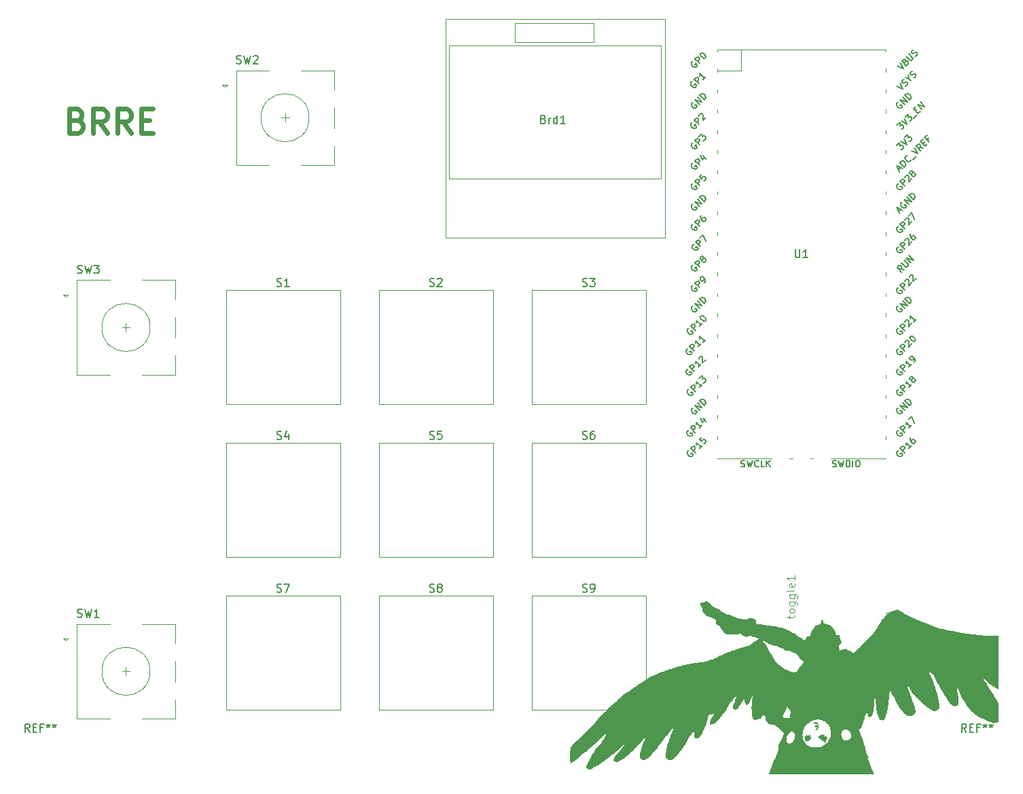
<source format=gbr>
%TF.GenerationSoftware,KiCad,Pcbnew,7.0.9*%
%TF.CreationDate,2023-12-23T17:51:48+00:00*%
%TF.ProjectId,MacroPad,4d616372-6f50-4616-942e-6b696361645f,rev?*%
%TF.SameCoordinates,Original*%
%TF.FileFunction,Legend,Top*%
%TF.FilePolarity,Positive*%
%FSLAX46Y46*%
G04 Gerber Fmt 4.6, Leading zero omitted, Abs format (unit mm)*
G04 Created by KiCad (PCBNEW 7.0.9) date 2023-12-23 17:51:48*
%MOMM*%
%LPD*%
G01*
G04 APERTURE LIST*
%ADD10C,0.600000*%
%ADD11C,0.150000*%
%ADD12C,0.100000*%
%ADD13C,0.120000*%
G04 APERTURE END LIST*
D10*
X91359021Y-73530228D02*
X91787593Y-73673085D01*
X91787593Y-73673085D02*
X91930450Y-73815942D01*
X91930450Y-73815942D02*
X92073307Y-74101657D01*
X92073307Y-74101657D02*
X92073307Y-74530228D01*
X92073307Y-74530228D02*
X91930450Y-74815942D01*
X91930450Y-74815942D02*
X91787593Y-74958800D01*
X91787593Y-74958800D02*
X91501878Y-75101657D01*
X91501878Y-75101657D02*
X90359021Y-75101657D01*
X90359021Y-75101657D02*
X90359021Y-72101657D01*
X90359021Y-72101657D02*
X91359021Y-72101657D01*
X91359021Y-72101657D02*
X91644736Y-72244514D01*
X91644736Y-72244514D02*
X91787593Y-72387371D01*
X91787593Y-72387371D02*
X91930450Y-72673085D01*
X91930450Y-72673085D02*
X91930450Y-72958800D01*
X91930450Y-72958800D02*
X91787593Y-73244514D01*
X91787593Y-73244514D02*
X91644736Y-73387371D01*
X91644736Y-73387371D02*
X91359021Y-73530228D01*
X91359021Y-73530228D02*
X90359021Y-73530228D01*
X95073307Y-75101657D02*
X94073307Y-73673085D01*
X93359021Y-75101657D02*
X93359021Y-72101657D01*
X93359021Y-72101657D02*
X94501878Y-72101657D01*
X94501878Y-72101657D02*
X94787593Y-72244514D01*
X94787593Y-72244514D02*
X94930450Y-72387371D01*
X94930450Y-72387371D02*
X95073307Y-72673085D01*
X95073307Y-72673085D02*
X95073307Y-73101657D01*
X95073307Y-73101657D02*
X94930450Y-73387371D01*
X94930450Y-73387371D02*
X94787593Y-73530228D01*
X94787593Y-73530228D02*
X94501878Y-73673085D01*
X94501878Y-73673085D02*
X93359021Y-73673085D01*
X98073307Y-75101657D02*
X97073307Y-73673085D01*
X96359021Y-75101657D02*
X96359021Y-72101657D01*
X96359021Y-72101657D02*
X97501878Y-72101657D01*
X97501878Y-72101657D02*
X97787593Y-72244514D01*
X97787593Y-72244514D02*
X97930450Y-72387371D01*
X97930450Y-72387371D02*
X98073307Y-72673085D01*
X98073307Y-72673085D02*
X98073307Y-73101657D01*
X98073307Y-73101657D02*
X97930450Y-73387371D01*
X97930450Y-73387371D02*
X97787593Y-73530228D01*
X97787593Y-73530228D02*
X97501878Y-73673085D01*
X97501878Y-73673085D02*
X96359021Y-73673085D01*
X99359021Y-73530228D02*
X100359021Y-73530228D01*
X100787593Y-75101657D02*
X99359021Y-75101657D01*
X99359021Y-75101657D02*
X99359021Y-72101657D01*
X99359021Y-72101657D02*
X100787593Y-72101657D01*
D11*
X111226667Y-66402200D02*
X111369524Y-66449819D01*
X111369524Y-66449819D02*
X111607619Y-66449819D01*
X111607619Y-66449819D02*
X111702857Y-66402200D01*
X111702857Y-66402200D02*
X111750476Y-66354580D01*
X111750476Y-66354580D02*
X111798095Y-66259342D01*
X111798095Y-66259342D02*
X111798095Y-66164104D01*
X111798095Y-66164104D02*
X111750476Y-66068866D01*
X111750476Y-66068866D02*
X111702857Y-66021247D01*
X111702857Y-66021247D02*
X111607619Y-65973628D01*
X111607619Y-65973628D02*
X111417143Y-65926009D01*
X111417143Y-65926009D02*
X111321905Y-65878390D01*
X111321905Y-65878390D02*
X111274286Y-65830771D01*
X111274286Y-65830771D02*
X111226667Y-65735533D01*
X111226667Y-65735533D02*
X111226667Y-65640295D01*
X111226667Y-65640295D02*
X111274286Y-65545057D01*
X111274286Y-65545057D02*
X111321905Y-65497438D01*
X111321905Y-65497438D02*
X111417143Y-65449819D01*
X111417143Y-65449819D02*
X111655238Y-65449819D01*
X111655238Y-65449819D02*
X111798095Y-65497438D01*
X112131429Y-65449819D02*
X112369524Y-66449819D01*
X112369524Y-66449819D02*
X112560000Y-65735533D01*
X112560000Y-65735533D02*
X112750476Y-66449819D01*
X112750476Y-66449819D02*
X112988572Y-65449819D01*
X113321905Y-65545057D02*
X113369524Y-65497438D01*
X113369524Y-65497438D02*
X113464762Y-65449819D01*
X113464762Y-65449819D02*
X113702857Y-65449819D01*
X113702857Y-65449819D02*
X113798095Y-65497438D01*
X113798095Y-65497438D02*
X113845714Y-65545057D01*
X113845714Y-65545057D02*
X113893333Y-65640295D01*
X113893333Y-65640295D02*
X113893333Y-65735533D01*
X113893333Y-65735533D02*
X113845714Y-65878390D01*
X113845714Y-65878390D02*
X113274286Y-66449819D01*
X113274286Y-66449819D02*
X113893333Y-66449819D01*
D12*
X180130752Y-135599285D02*
X180130752Y-135218333D01*
X179797419Y-135456428D02*
X180654561Y-135456428D01*
X180654561Y-135456428D02*
X180749800Y-135408809D01*
X180749800Y-135408809D02*
X180797419Y-135313571D01*
X180797419Y-135313571D02*
X180797419Y-135218333D01*
X180797419Y-134742142D02*
X180749800Y-134837380D01*
X180749800Y-134837380D02*
X180702180Y-134884999D01*
X180702180Y-134884999D02*
X180606942Y-134932618D01*
X180606942Y-134932618D02*
X180321228Y-134932618D01*
X180321228Y-134932618D02*
X180225990Y-134884999D01*
X180225990Y-134884999D02*
X180178371Y-134837380D01*
X180178371Y-134837380D02*
X180130752Y-134742142D01*
X180130752Y-134742142D02*
X180130752Y-134599285D01*
X180130752Y-134599285D02*
X180178371Y-134504047D01*
X180178371Y-134504047D02*
X180225990Y-134456428D01*
X180225990Y-134456428D02*
X180321228Y-134408809D01*
X180321228Y-134408809D02*
X180606942Y-134408809D01*
X180606942Y-134408809D02*
X180702180Y-134456428D01*
X180702180Y-134456428D02*
X180749800Y-134504047D01*
X180749800Y-134504047D02*
X180797419Y-134599285D01*
X180797419Y-134599285D02*
X180797419Y-134742142D01*
X180130752Y-133551666D02*
X180940276Y-133551666D01*
X180940276Y-133551666D02*
X181035514Y-133599285D01*
X181035514Y-133599285D02*
X181083133Y-133646904D01*
X181083133Y-133646904D02*
X181130752Y-133742142D01*
X181130752Y-133742142D02*
X181130752Y-133884999D01*
X181130752Y-133884999D02*
X181083133Y-133980237D01*
X180749800Y-133551666D02*
X180797419Y-133646904D01*
X180797419Y-133646904D02*
X180797419Y-133837380D01*
X180797419Y-133837380D02*
X180749800Y-133932618D01*
X180749800Y-133932618D02*
X180702180Y-133980237D01*
X180702180Y-133980237D02*
X180606942Y-134027856D01*
X180606942Y-134027856D02*
X180321228Y-134027856D01*
X180321228Y-134027856D02*
X180225990Y-133980237D01*
X180225990Y-133980237D02*
X180178371Y-133932618D01*
X180178371Y-133932618D02*
X180130752Y-133837380D01*
X180130752Y-133837380D02*
X180130752Y-133646904D01*
X180130752Y-133646904D02*
X180178371Y-133551666D01*
X180130752Y-132646904D02*
X180940276Y-132646904D01*
X180940276Y-132646904D02*
X181035514Y-132694523D01*
X181035514Y-132694523D02*
X181083133Y-132742142D01*
X181083133Y-132742142D02*
X181130752Y-132837380D01*
X181130752Y-132837380D02*
X181130752Y-132980237D01*
X181130752Y-132980237D02*
X181083133Y-133075475D01*
X180749800Y-132646904D02*
X180797419Y-132742142D01*
X180797419Y-132742142D02*
X180797419Y-132932618D01*
X180797419Y-132932618D02*
X180749800Y-133027856D01*
X180749800Y-133027856D02*
X180702180Y-133075475D01*
X180702180Y-133075475D02*
X180606942Y-133123094D01*
X180606942Y-133123094D02*
X180321228Y-133123094D01*
X180321228Y-133123094D02*
X180225990Y-133075475D01*
X180225990Y-133075475D02*
X180178371Y-133027856D01*
X180178371Y-133027856D02*
X180130752Y-132932618D01*
X180130752Y-132932618D02*
X180130752Y-132742142D01*
X180130752Y-132742142D02*
X180178371Y-132646904D01*
X180797419Y-132027856D02*
X180749800Y-132123094D01*
X180749800Y-132123094D02*
X180654561Y-132170713D01*
X180654561Y-132170713D02*
X179797419Y-132170713D01*
X180749800Y-131265951D02*
X180797419Y-131361189D01*
X180797419Y-131361189D02*
X180797419Y-131551665D01*
X180797419Y-131551665D02*
X180749800Y-131646903D01*
X180749800Y-131646903D02*
X180654561Y-131694522D01*
X180654561Y-131694522D02*
X180273609Y-131694522D01*
X180273609Y-131694522D02*
X180178371Y-131646903D01*
X180178371Y-131646903D02*
X180130752Y-131551665D01*
X180130752Y-131551665D02*
X180130752Y-131361189D01*
X180130752Y-131361189D02*
X180178371Y-131265951D01*
X180178371Y-131265951D02*
X180273609Y-131218332D01*
X180273609Y-131218332D02*
X180368847Y-131218332D01*
X180368847Y-131218332D02*
X180464085Y-131694522D01*
X180797419Y-130265951D02*
X180797419Y-130837379D01*
X180797419Y-130551665D02*
X179797419Y-130551665D01*
X179797419Y-130551665D02*
X179940276Y-130646903D01*
X179940276Y-130646903D02*
X180035514Y-130742141D01*
X180035514Y-130742141D02*
X180083133Y-130837379D01*
D11*
X154348095Y-113227200D02*
X154490952Y-113274819D01*
X154490952Y-113274819D02*
X154729047Y-113274819D01*
X154729047Y-113274819D02*
X154824285Y-113227200D01*
X154824285Y-113227200D02*
X154871904Y-113179580D01*
X154871904Y-113179580D02*
X154919523Y-113084342D01*
X154919523Y-113084342D02*
X154919523Y-112989104D01*
X154919523Y-112989104D02*
X154871904Y-112893866D01*
X154871904Y-112893866D02*
X154824285Y-112846247D01*
X154824285Y-112846247D02*
X154729047Y-112798628D01*
X154729047Y-112798628D02*
X154538571Y-112751009D01*
X154538571Y-112751009D02*
X154443333Y-112703390D01*
X154443333Y-112703390D02*
X154395714Y-112655771D01*
X154395714Y-112655771D02*
X154348095Y-112560533D01*
X154348095Y-112560533D02*
X154348095Y-112465295D01*
X154348095Y-112465295D02*
X154395714Y-112370057D01*
X154395714Y-112370057D02*
X154443333Y-112322438D01*
X154443333Y-112322438D02*
X154538571Y-112274819D01*
X154538571Y-112274819D02*
X154776666Y-112274819D01*
X154776666Y-112274819D02*
X154919523Y-112322438D01*
X155776666Y-112274819D02*
X155586190Y-112274819D01*
X155586190Y-112274819D02*
X155490952Y-112322438D01*
X155490952Y-112322438D02*
X155443333Y-112370057D01*
X155443333Y-112370057D02*
X155348095Y-112512914D01*
X155348095Y-112512914D02*
X155300476Y-112703390D01*
X155300476Y-112703390D02*
X155300476Y-113084342D01*
X155300476Y-113084342D02*
X155348095Y-113179580D01*
X155348095Y-113179580D02*
X155395714Y-113227200D01*
X155395714Y-113227200D02*
X155490952Y-113274819D01*
X155490952Y-113274819D02*
X155681428Y-113274819D01*
X155681428Y-113274819D02*
X155776666Y-113227200D01*
X155776666Y-113227200D02*
X155824285Y-113179580D01*
X155824285Y-113179580D02*
X155871904Y-113084342D01*
X155871904Y-113084342D02*
X155871904Y-112846247D01*
X155871904Y-112846247D02*
X155824285Y-112751009D01*
X155824285Y-112751009D02*
X155776666Y-112703390D01*
X155776666Y-112703390D02*
X155681428Y-112655771D01*
X155681428Y-112655771D02*
X155490952Y-112655771D01*
X155490952Y-112655771D02*
X155395714Y-112703390D01*
X155395714Y-112703390D02*
X155348095Y-112751009D01*
X155348095Y-112751009D02*
X155300476Y-112846247D01*
X116248095Y-94177200D02*
X116390952Y-94224819D01*
X116390952Y-94224819D02*
X116629047Y-94224819D01*
X116629047Y-94224819D02*
X116724285Y-94177200D01*
X116724285Y-94177200D02*
X116771904Y-94129580D01*
X116771904Y-94129580D02*
X116819523Y-94034342D01*
X116819523Y-94034342D02*
X116819523Y-93939104D01*
X116819523Y-93939104D02*
X116771904Y-93843866D01*
X116771904Y-93843866D02*
X116724285Y-93796247D01*
X116724285Y-93796247D02*
X116629047Y-93748628D01*
X116629047Y-93748628D02*
X116438571Y-93701009D01*
X116438571Y-93701009D02*
X116343333Y-93653390D01*
X116343333Y-93653390D02*
X116295714Y-93605771D01*
X116295714Y-93605771D02*
X116248095Y-93510533D01*
X116248095Y-93510533D02*
X116248095Y-93415295D01*
X116248095Y-93415295D02*
X116295714Y-93320057D01*
X116295714Y-93320057D02*
X116343333Y-93272438D01*
X116343333Y-93272438D02*
X116438571Y-93224819D01*
X116438571Y-93224819D02*
X116676666Y-93224819D01*
X116676666Y-93224819D02*
X116819523Y-93272438D01*
X117771904Y-94224819D02*
X117200476Y-94224819D01*
X117486190Y-94224819D02*
X117486190Y-93224819D01*
X117486190Y-93224819D02*
X117390952Y-93367676D01*
X117390952Y-93367676D02*
X117295714Y-93462914D01*
X117295714Y-93462914D02*
X117200476Y-93510533D01*
X91401667Y-135414700D02*
X91544524Y-135462319D01*
X91544524Y-135462319D02*
X91782619Y-135462319D01*
X91782619Y-135462319D02*
X91877857Y-135414700D01*
X91877857Y-135414700D02*
X91925476Y-135367080D01*
X91925476Y-135367080D02*
X91973095Y-135271842D01*
X91973095Y-135271842D02*
X91973095Y-135176604D01*
X91973095Y-135176604D02*
X91925476Y-135081366D01*
X91925476Y-135081366D02*
X91877857Y-135033747D01*
X91877857Y-135033747D02*
X91782619Y-134986128D01*
X91782619Y-134986128D02*
X91592143Y-134938509D01*
X91592143Y-134938509D02*
X91496905Y-134890890D01*
X91496905Y-134890890D02*
X91449286Y-134843271D01*
X91449286Y-134843271D02*
X91401667Y-134748033D01*
X91401667Y-134748033D02*
X91401667Y-134652795D01*
X91401667Y-134652795D02*
X91449286Y-134557557D01*
X91449286Y-134557557D02*
X91496905Y-134509938D01*
X91496905Y-134509938D02*
X91592143Y-134462319D01*
X91592143Y-134462319D02*
X91830238Y-134462319D01*
X91830238Y-134462319D02*
X91973095Y-134509938D01*
X92306429Y-134462319D02*
X92544524Y-135462319D01*
X92544524Y-135462319D02*
X92735000Y-134748033D01*
X92735000Y-134748033D02*
X92925476Y-135462319D01*
X92925476Y-135462319D02*
X93163572Y-134462319D01*
X94068333Y-135462319D02*
X93496905Y-135462319D01*
X93782619Y-135462319D02*
X93782619Y-134462319D01*
X93782619Y-134462319D02*
X93687381Y-134605176D01*
X93687381Y-134605176D02*
X93592143Y-134700414D01*
X93592143Y-134700414D02*
X93496905Y-134748033D01*
X154348095Y-94177200D02*
X154490952Y-94224819D01*
X154490952Y-94224819D02*
X154729047Y-94224819D01*
X154729047Y-94224819D02*
X154824285Y-94177200D01*
X154824285Y-94177200D02*
X154871904Y-94129580D01*
X154871904Y-94129580D02*
X154919523Y-94034342D01*
X154919523Y-94034342D02*
X154919523Y-93939104D01*
X154919523Y-93939104D02*
X154871904Y-93843866D01*
X154871904Y-93843866D02*
X154824285Y-93796247D01*
X154824285Y-93796247D02*
X154729047Y-93748628D01*
X154729047Y-93748628D02*
X154538571Y-93701009D01*
X154538571Y-93701009D02*
X154443333Y-93653390D01*
X154443333Y-93653390D02*
X154395714Y-93605771D01*
X154395714Y-93605771D02*
X154348095Y-93510533D01*
X154348095Y-93510533D02*
X154348095Y-93415295D01*
X154348095Y-93415295D02*
X154395714Y-93320057D01*
X154395714Y-93320057D02*
X154443333Y-93272438D01*
X154443333Y-93272438D02*
X154538571Y-93224819D01*
X154538571Y-93224819D02*
X154776666Y-93224819D01*
X154776666Y-93224819D02*
X154919523Y-93272438D01*
X155252857Y-93224819D02*
X155871904Y-93224819D01*
X155871904Y-93224819D02*
X155538571Y-93605771D01*
X155538571Y-93605771D02*
X155681428Y-93605771D01*
X155681428Y-93605771D02*
X155776666Y-93653390D01*
X155776666Y-93653390D02*
X155824285Y-93701009D01*
X155824285Y-93701009D02*
X155871904Y-93796247D01*
X155871904Y-93796247D02*
X155871904Y-94034342D01*
X155871904Y-94034342D02*
X155824285Y-94129580D01*
X155824285Y-94129580D02*
X155776666Y-94177200D01*
X155776666Y-94177200D02*
X155681428Y-94224819D01*
X155681428Y-94224819D02*
X155395714Y-94224819D01*
X155395714Y-94224819D02*
X155300476Y-94177200D01*
X155300476Y-94177200D02*
X155252857Y-94129580D01*
X116248095Y-132277200D02*
X116390952Y-132324819D01*
X116390952Y-132324819D02*
X116629047Y-132324819D01*
X116629047Y-132324819D02*
X116724285Y-132277200D01*
X116724285Y-132277200D02*
X116771904Y-132229580D01*
X116771904Y-132229580D02*
X116819523Y-132134342D01*
X116819523Y-132134342D02*
X116819523Y-132039104D01*
X116819523Y-132039104D02*
X116771904Y-131943866D01*
X116771904Y-131943866D02*
X116724285Y-131896247D01*
X116724285Y-131896247D02*
X116629047Y-131848628D01*
X116629047Y-131848628D02*
X116438571Y-131801009D01*
X116438571Y-131801009D02*
X116343333Y-131753390D01*
X116343333Y-131753390D02*
X116295714Y-131705771D01*
X116295714Y-131705771D02*
X116248095Y-131610533D01*
X116248095Y-131610533D02*
X116248095Y-131515295D01*
X116248095Y-131515295D02*
X116295714Y-131420057D01*
X116295714Y-131420057D02*
X116343333Y-131372438D01*
X116343333Y-131372438D02*
X116438571Y-131324819D01*
X116438571Y-131324819D02*
X116676666Y-131324819D01*
X116676666Y-131324819D02*
X116819523Y-131372438D01*
X117152857Y-131324819D02*
X117819523Y-131324819D01*
X117819523Y-131324819D02*
X117390952Y-132324819D01*
X135298095Y-113227200D02*
X135440952Y-113274819D01*
X135440952Y-113274819D02*
X135679047Y-113274819D01*
X135679047Y-113274819D02*
X135774285Y-113227200D01*
X135774285Y-113227200D02*
X135821904Y-113179580D01*
X135821904Y-113179580D02*
X135869523Y-113084342D01*
X135869523Y-113084342D02*
X135869523Y-112989104D01*
X135869523Y-112989104D02*
X135821904Y-112893866D01*
X135821904Y-112893866D02*
X135774285Y-112846247D01*
X135774285Y-112846247D02*
X135679047Y-112798628D01*
X135679047Y-112798628D02*
X135488571Y-112751009D01*
X135488571Y-112751009D02*
X135393333Y-112703390D01*
X135393333Y-112703390D02*
X135345714Y-112655771D01*
X135345714Y-112655771D02*
X135298095Y-112560533D01*
X135298095Y-112560533D02*
X135298095Y-112465295D01*
X135298095Y-112465295D02*
X135345714Y-112370057D01*
X135345714Y-112370057D02*
X135393333Y-112322438D01*
X135393333Y-112322438D02*
X135488571Y-112274819D01*
X135488571Y-112274819D02*
X135726666Y-112274819D01*
X135726666Y-112274819D02*
X135869523Y-112322438D01*
X136774285Y-112274819D02*
X136298095Y-112274819D01*
X136298095Y-112274819D02*
X136250476Y-112751009D01*
X136250476Y-112751009D02*
X136298095Y-112703390D01*
X136298095Y-112703390D02*
X136393333Y-112655771D01*
X136393333Y-112655771D02*
X136631428Y-112655771D01*
X136631428Y-112655771D02*
X136726666Y-112703390D01*
X136726666Y-112703390D02*
X136774285Y-112751009D01*
X136774285Y-112751009D02*
X136821904Y-112846247D01*
X136821904Y-112846247D02*
X136821904Y-113084342D01*
X136821904Y-113084342D02*
X136774285Y-113179580D01*
X136774285Y-113179580D02*
X136726666Y-113227200D01*
X136726666Y-113227200D02*
X136631428Y-113274819D01*
X136631428Y-113274819D02*
X136393333Y-113274819D01*
X136393333Y-113274819D02*
X136298095Y-113227200D01*
X136298095Y-113227200D02*
X136250476Y-113179580D01*
X135298095Y-94177200D02*
X135440952Y-94224819D01*
X135440952Y-94224819D02*
X135679047Y-94224819D01*
X135679047Y-94224819D02*
X135774285Y-94177200D01*
X135774285Y-94177200D02*
X135821904Y-94129580D01*
X135821904Y-94129580D02*
X135869523Y-94034342D01*
X135869523Y-94034342D02*
X135869523Y-93939104D01*
X135869523Y-93939104D02*
X135821904Y-93843866D01*
X135821904Y-93843866D02*
X135774285Y-93796247D01*
X135774285Y-93796247D02*
X135679047Y-93748628D01*
X135679047Y-93748628D02*
X135488571Y-93701009D01*
X135488571Y-93701009D02*
X135393333Y-93653390D01*
X135393333Y-93653390D02*
X135345714Y-93605771D01*
X135345714Y-93605771D02*
X135298095Y-93510533D01*
X135298095Y-93510533D02*
X135298095Y-93415295D01*
X135298095Y-93415295D02*
X135345714Y-93320057D01*
X135345714Y-93320057D02*
X135393333Y-93272438D01*
X135393333Y-93272438D02*
X135488571Y-93224819D01*
X135488571Y-93224819D02*
X135726666Y-93224819D01*
X135726666Y-93224819D02*
X135869523Y-93272438D01*
X136250476Y-93320057D02*
X136298095Y-93272438D01*
X136298095Y-93272438D02*
X136393333Y-93224819D01*
X136393333Y-93224819D02*
X136631428Y-93224819D01*
X136631428Y-93224819D02*
X136726666Y-93272438D01*
X136726666Y-93272438D02*
X136774285Y-93320057D01*
X136774285Y-93320057D02*
X136821904Y-93415295D01*
X136821904Y-93415295D02*
X136821904Y-93510533D01*
X136821904Y-93510533D02*
X136774285Y-93653390D01*
X136774285Y-93653390D02*
X136202857Y-94224819D01*
X136202857Y-94224819D02*
X136821904Y-94224819D01*
X116248095Y-113227200D02*
X116390952Y-113274819D01*
X116390952Y-113274819D02*
X116629047Y-113274819D01*
X116629047Y-113274819D02*
X116724285Y-113227200D01*
X116724285Y-113227200D02*
X116771904Y-113179580D01*
X116771904Y-113179580D02*
X116819523Y-113084342D01*
X116819523Y-113084342D02*
X116819523Y-112989104D01*
X116819523Y-112989104D02*
X116771904Y-112893866D01*
X116771904Y-112893866D02*
X116724285Y-112846247D01*
X116724285Y-112846247D02*
X116629047Y-112798628D01*
X116629047Y-112798628D02*
X116438571Y-112751009D01*
X116438571Y-112751009D02*
X116343333Y-112703390D01*
X116343333Y-112703390D02*
X116295714Y-112655771D01*
X116295714Y-112655771D02*
X116248095Y-112560533D01*
X116248095Y-112560533D02*
X116248095Y-112465295D01*
X116248095Y-112465295D02*
X116295714Y-112370057D01*
X116295714Y-112370057D02*
X116343333Y-112322438D01*
X116343333Y-112322438D02*
X116438571Y-112274819D01*
X116438571Y-112274819D02*
X116676666Y-112274819D01*
X116676666Y-112274819D02*
X116819523Y-112322438D01*
X117676666Y-112608152D02*
X117676666Y-113274819D01*
X117438571Y-112227200D02*
X117200476Y-112941485D01*
X117200476Y-112941485D02*
X117819523Y-112941485D01*
X154348095Y-132277200D02*
X154490952Y-132324819D01*
X154490952Y-132324819D02*
X154729047Y-132324819D01*
X154729047Y-132324819D02*
X154824285Y-132277200D01*
X154824285Y-132277200D02*
X154871904Y-132229580D01*
X154871904Y-132229580D02*
X154919523Y-132134342D01*
X154919523Y-132134342D02*
X154919523Y-132039104D01*
X154919523Y-132039104D02*
X154871904Y-131943866D01*
X154871904Y-131943866D02*
X154824285Y-131896247D01*
X154824285Y-131896247D02*
X154729047Y-131848628D01*
X154729047Y-131848628D02*
X154538571Y-131801009D01*
X154538571Y-131801009D02*
X154443333Y-131753390D01*
X154443333Y-131753390D02*
X154395714Y-131705771D01*
X154395714Y-131705771D02*
X154348095Y-131610533D01*
X154348095Y-131610533D02*
X154348095Y-131515295D01*
X154348095Y-131515295D02*
X154395714Y-131420057D01*
X154395714Y-131420057D02*
X154443333Y-131372438D01*
X154443333Y-131372438D02*
X154538571Y-131324819D01*
X154538571Y-131324819D02*
X154776666Y-131324819D01*
X154776666Y-131324819D02*
X154919523Y-131372438D01*
X155395714Y-132324819D02*
X155586190Y-132324819D01*
X155586190Y-132324819D02*
X155681428Y-132277200D01*
X155681428Y-132277200D02*
X155729047Y-132229580D01*
X155729047Y-132229580D02*
X155824285Y-132086723D01*
X155824285Y-132086723D02*
X155871904Y-131896247D01*
X155871904Y-131896247D02*
X155871904Y-131515295D01*
X155871904Y-131515295D02*
X155824285Y-131420057D01*
X155824285Y-131420057D02*
X155776666Y-131372438D01*
X155776666Y-131372438D02*
X155681428Y-131324819D01*
X155681428Y-131324819D02*
X155490952Y-131324819D01*
X155490952Y-131324819D02*
X155395714Y-131372438D01*
X155395714Y-131372438D02*
X155348095Y-131420057D01*
X155348095Y-131420057D02*
X155300476Y-131515295D01*
X155300476Y-131515295D02*
X155300476Y-131753390D01*
X155300476Y-131753390D02*
X155348095Y-131848628D01*
X155348095Y-131848628D02*
X155395714Y-131896247D01*
X155395714Y-131896247D02*
X155490952Y-131943866D01*
X155490952Y-131943866D02*
X155681428Y-131943866D01*
X155681428Y-131943866D02*
X155776666Y-131896247D01*
X155776666Y-131896247D02*
X155824285Y-131848628D01*
X155824285Y-131848628D02*
X155871904Y-131753390D01*
X85416666Y-149754819D02*
X85083333Y-149278628D01*
X84845238Y-149754819D02*
X84845238Y-148754819D01*
X84845238Y-148754819D02*
X85226190Y-148754819D01*
X85226190Y-148754819D02*
X85321428Y-148802438D01*
X85321428Y-148802438D02*
X85369047Y-148850057D01*
X85369047Y-148850057D02*
X85416666Y-148945295D01*
X85416666Y-148945295D02*
X85416666Y-149088152D01*
X85416666Y-149088152D02*
X85369047Y-149183390D01*
X85369047Y-149183390D02*
X85321428Y-149231009D01*
X85321428Y-149231009D02*
X85226190Y-149278628D01*
X85226190Y-149278628D02*
X84845238Y-149278628D01*
X85845238Y-149231009D02*
X86178571Y-149231009D01*
X86321428Y-149754819D02*
X85845238Y-149754819D01*
X85845238Y-149754819D02*
X85845238Y-148754819D01*
X85845238Y-148754819D02*
X86321428Y-148754819D01*
X87083333Y-149231009D02*
X86750000Y-149231009D01*
X86750000Y-149754819D02*
X86750000Y-148754819D01*
X86750000Y-148754819D02*
X87226190Y-148754819D01*
X87750000Y-148754819D02*
X87750000Y-148992914D01*
X87511905Y-148897676D02*
X87750000Y-148992914D01*
X87750000Y-148992914D02*
X87988095Y-148897676D01*
X87607143Y-149183390D02*
X87750000Y-148992914D01*
X87750000Y-148992914D02*
X87892857Y-149183390D01*
X88511905Y-148754819D02*
X88511905Y-148992914D01*
X88273810Y-148897676D02*
X88511905Y-148992914D01*
X88511905Y-148992914D02*
X88750000Y-148897676D01*
X88369048Y-149183390D02*
X88511905Y-148992914D01*
X88511905Y-148992914D02*
X88654762Y-149183390D01*
X135298095Y-132277200D02*
X135440952Y-132324819D01*
X135440952Y-132324819D02*
X135679047Y-132324819D01*
X135679047Y-132324819D02*
X135774285Y-132277200D01*
X135774285Y-132277200D02*
X135821904Y-132229580D01*
X135821904Y-132229580D02*
X135869523Y-132134342D01*
X135869523Y-132134342D02*
X135869523Y-132039104D01*
X135869523Y-132039104D02*
X135821904Y-131943866D01*
X135821904Y-131943866D02*
X135774285Y-131896247D01*
X135774285Y-131896247D02*
X135679047Y-131848628D01*
X135679047Y-131848628D02*
X135488571Y-131801009D01*
X135488571Y-131801009D02*
X135393333Y-131753390D01*
X135393333Y-131753390D02*
X135345714Y-131705771D01*
X135345714Y-131705771D02*
X135298095Y-131610533D01*
X135298095Y-131610533D02*
X135298095Y-131515295D01*
X135298095Y-131515295D02*
X135345714Y-131420057D01*
X135345714Y-131420057D02*
X135393333Y-131372438D01*
X135393333Y-131372438D02*
X135488571Y-131324819D01*
X135488571Y-131324819D02*
X135726666Y-131324819D01*
X135726666Y-131324819D02*
X135869523Y-131372438D01*
X136440952Y-131753390D02*
X136345714Y-131705771D01*
X136345714Y-131705771D02*
X136298095Y-131658152D01*
X136298095Y-131658152D02*
X136250476Y-131562914D01*
X136250476Y-131562914D02*
X136250476Y-131515295D01*
X136250476Y-131515295D02*
X136298095Y-131420057D01*
X136298095Y-131420057D02*
X136345714Y-131372438D01*
X136345714Y-131372438D02*
X136440952Y-131324819D01*
X136440952Y-131324819D02*
X136631428Y-131324819D01*
X136631428Y-131324819D02*
X136726666Y-131372438D01*
X136726666Y-131372438D02*
X136774285Y-131420057D01*
X136774285Y-131420057D02*
X136821904Y-131515295D01*
X136821904Y-131515295D02*
X136821904Y-131562914D01*
X136821904Y-131562914D02*
X136774285Y-131658152D01*
X136774285Y-131658152D02*
X136726666Y-131705771D01*
X136726666Y-131705771D02*
X136631428Y-131753390D01*
X136631428Y-131753390D02*
X136440952Y-131753390D01*
X136440952Y-131753390D02*
X136345714Y-131801009D01*
X136345714Y-131801009D02*
X136298095Y-131848628D01*
X136298095Y-131848628D02*
X136250476Y-131943866D01*
X136250476Y-131943866D02*
X136250476Y-132134342D01*
X136250476Y-132134342D02*
X136298095Y-132229580D01*
X136298095Y-132229580D02*
X136345714Y-132277200D01*
X136345714Y-132277200D02*
X136440952Y-132324819D01*
X136440952Y-132324819D02*
X136631428Y-132324819D01*
X136631428Y-132324819D02*
X136726666Y-132277200D01*
X136726666Y-132277200D02*
X136774285Y-132229580D01*
X136774285Y-132229580D02*
X136821904Y-132134342D01*
X136821904Y-132134342D02*
X136821904Y-131943866D01*
X136821904Y-131943866D02*
X136774285Y-131848628D01*
X136774285Y-131848628D02*
X136726666Y-131801009D01*
X136726666Y-131801009D02*
X136631428Y-131753390D01*
X91401667Y-92552200D02*
X91544524Y-92599819D01*
X91544524Y-92599819D02*
X91782619Y-92599819D01*
X91782619Y-92599819D02*
X91877857Y-92552200D01*
X91877857Y-92552200D02*
X91925476Y-92504580D01*
X91925476Y-92504580D02*
X91973095Y-92409342D01*
X91973095Y-92409342D02*
X91973095Y-92314104D01*
X91973095Y-92314104D02*
X91925476Y-92218866D01*
X91925476Y-92218866D02*
X91877857Y-92171247D01*
X91877857Y-92171247D02*
X91782619Y-92123628D01*
X91782619Y-92123628D02*
X91592143Y-92076009D01*
X91592143Y-92076009D02*
X91496905Y-92028390D01*
X91496905Y-92028390D02*
X91449286Y-91980771D01*
X91449286Y-91980771D02*
X91401667Y-91885533D01*
X91401667Y-91885533D02*
X91401667Y-91790295D01*
X91401667Y-91790295D02*
X91449286Y-91695057D01*
X91449286Y-91695057D02*
X91496905Y-91647438D01*
X91496905Y-91647438D02*
X91592143Y-91599819D01*
X91592143Y-91599819D02*
X91830238Y-91599819D01*
X91830238Y-91599819D02*
X91973095Y-91647438D01*
X92306429Y-91599819D02*
X92544524Y-92599819D01*
X92544524Y-92599819D02*
X92735000Y-91885533D01*
X92735000Y-91885533D02*
X92925476Y-92599819D01*
X92925476Y-92599819D02*
X93163572Y-91599819D01*
X93449286Y-91599819D02*
X94068333Y-91599819D01*
X94068333Y-91599819D02*
X93735000Y-91980771D01*
X93735000Y-91980771D02*
X93877857Y-91980771D01*
X93877857Y-91980771D02*
X93973095Y-92028390D01*
X93973095Y-92028390D02*
X94020714Y-92076009D01*
X94020714Y-92076009D02*
X94068333Y-92171247D01*
X94068333Y-92171247D02*
X94068333Y-92409342D01*
X94068333Y-92409342D02*
X94020714Y-92504580D01*
X94020714Y-92504580D02*
X93973095Y-92552200D01*
X93973095Y-92552200D02*
X93877857Y-92599819D01*
X93877857Y-92599819D02*
X93592143Y-92599819D01*
X93592143Y-92599819D02*
X93496905Y-92552200D01*
X93496905Y-92552200D02*
X93449286Y-92504580D01*
X149468333Y-73380009D02*
X149611190Y-73427628D01*
X149611190Y-73427628D02*
X149658809Y-73475247D01*
X149658809Y-73475247D02*
X149706428Y-73570485D01*
X149706428Y-73570485D02*
X149706428Y-73713342D01*
X149706428Y-73713342D02*
X149658809Y-73808580D01*
X149658809Y-73808580D02*
X149611190Y-73856200D01*
X149611190Y-73856200D02*
X149515952Y-73903819D01*
X149515952Y-73903819D02*
X149135000Y-73903819D01*
X149135000Y-73903819D02*
X149135000Y-72903819D01*
X149135000Y-72903819D02*
X149468333Y-72903819D01*
X149468333Y-72903819D02*
X149563571Y-72951438D01*
X149563571Y-72951438D02*
X149611190Y-72999057D01*
X149611190Y-72999057D02*
X149658809Y-73094295D01*
X149658809Y-73094295D02*
X149658809Y-73189533D01*
X149658809Y-73189533D02*
X149611190Y-73284771D01*
X149611190Y-73284771D02*
X149563571Y-73332390D01*
X149563571Y-73332390D02*
X149468333Y-73380009D01*
X149468333Y-73380009D02*
X149135000Y-73380009D01*
X150135000Y-73903819D02*
X150135000Y-73237152D01*
X150135000Y-73427628D02*
X150182619Y-73332390D01*
X150182619Y-73332390D02*
X150230238Y-73284771D01*
X150230238Y-73284771D02*
X150325476Y-73237152D01*
X150325476Y-73237152D02*
X150420714Y-73237152D01*
X151182619Y-73903819D02*
X151182619Y-72903819D01*
X151182619Y-73856200D02*
X151087381Y-73903819D01*
X151087381Y-73903819D02*
X150896905Y-73903819D01*
X150896905Y-73903819D02*
X150801667Y-73856200D01*
X150801667Y-73856200D02*
X150754048Y-73808580D01*
X150754048Y-73808580D02*
X150706429Y-73713342D01*
X150706429Y-73713342D02*
X150706429Y-73427628D01*
X150706429Y-73427628D02*
X150754048Y-73332390D01*
X150754048Y-73332390D02*
X150801667Y-73284771D01*
X150801667Y-73284771D02*
X150896905Y-73237152D01*
X150896905Y-73237152D02*
X151087381Y-73237152D01*
X151087381Y-73237152D02*
X151182619Y-73284771D01*
X152182619Y-73903819D02*
X151611191Y-73903819D01*
X151896905Y-73903819D02*
X151896905Y-72903819D01*
X151896905Y-72903819D02*
X151801667Y-73046676D01*
X151801667Y-73046676D02*
X151706429Y-73141914D01*
X151706429Y-73141914D02*
X151611191Y-73189533D01*
X180848095Y-89624819D02*
X180848095Y-90434342D01*
X180848095Y-90434342D02*
X180895714Y-90529580D01*
X180895714Y-90529580D02*
X180943333Y-90577200D01*
X180943333Y-90577200D02*
X181038571Y-90624819D01*
X181038571Y-90624819D02*
X181229047Y-90624819D01*
X181229047Y-90624819D02*
X181324285Y-90577200D01*
X181324285Y-90577200D02*
X181371904Y-90529580D01*
X181371904Y-90529580D02*
X181419523Y-90434342D01*
X181419523Y-90434342D02*
X181419523Y-89624819D01*
X182419523Y-90624819D02*
X181848095Y-90624819D01*
X182133809Y-90624819D02*
X182133809Y-89624819D01*
X182133809Y-89624819D02*
X182038571Y-89767676D01*
X182038571Y-89767676D02*
X181943333Y-89862914D01*
X181943333Y-89862914D02*
X181848095Y-89910533D01*
X168123372Y-91561494D02*
X168042560Y-91588431D01*
X168042560Y-91588431D02*
X167961748Y-91669243D01*
X167961748Y-91669243D02*
X167907873Y-91776993D01*
X167907873Y-91776993D02*
X167907873Y-91884742D01*
X167907873Y-91884742D02*
X167934810Y-91965555D01*
X167934810Y-91965555D02*
X168015623Y-92100242D01*
X168015623Y-92100242D02*
X168096435Y-92181054D01*
X168096435Y-92181054D02*
X168231122Y-92261866D01*
X168231122Y-92261866D02*
X168311934Y-92288803D01*
X168311934Y-92288803D02*
X168419684Y-92288803D01*
X168419684Y-92288803D02*
X168527433Y-92234929D01*
X168527433Y-92234929D02*
X168581308Y-92181054D01*
X168581308Y-92181054D02*
X168635183Y-92073304D01*
X168635183Y-92073304D02*
X168635183Y-92019429D01*
X168635183Y-92019429D02*
X168446621Y-91830868D01*
X168446621Y-91830868D02*
X168338871Y-91938617D01*
X168931494Y-91830868D02*
X168365809Y-91265182D01*
X168365809Y-91265182D02*
X168581308Y-91049683D01*
X168581308Y-91049683D02*
X168662120Y-91022746D01*
X168662120Y-91022746D02*
X168715995Y-91022746D01*
X168715995Y-91022746D02*
X168796807Y-91049683D01*
X168796807Y-91049683D02*
X168877619Y-91130495D01*
X168877619Y-91130495D02*
X168904557Y-91211307D01*
X168904557Y-91211307D02*
X168904557Y-91265182D01*
X168904557Y-91265182D02*
X168877619Y-91345994D01*
X168877619Y-91345994D02*
X168662120Y-91561494D01*
X169254743Y-90861121D02*
X169173931Y-90888059D01*
X169173931Y-90888059D02*
X169120056Y-90888059D01*
X169120056Y-90888059D02*
X169039244Y-90861121D01*
X169039244Y-90861121D02*
X169012306Y-90834184D01*
X169012306Y-90834184D02*
X168985369Y-90753372D01*
X168985369Y-90753372D02*
X168985369Y-90699497D01*
X168985369Y-90699497D02*
X169012306Y-90618685D01*
X169012306Y-90618685D02*
X169120056Y-90510935D01*
X169120056Y-90510935D02*
X169200868Y-90483998D01*
X169200868Y-90483998D02*
X169254743Y-90483998D01*
X169254743Y-90483998D02*
X169335555Y-90510935D01*
X169335555Y-90510935D02*
X169362493Y-90537872D01*
X169362493Y-90537872D02*
X169389430Y-90618685D01*
X169389430Y-90618685D02*
X169389430Y-90672559D01*
X169389430Y-90672559D02*
X169362493Y-90753372D01*
X169362493Y-90753372D02*
X169254743Y-90861121D01*
X169254743Y-90861121D02*
X169227806Y-90941933D01*
X169227806Y-90941933D02*
X169227806Y-90995808D01*
X169227806Y-90995808D02*
X169254743Y-91076620D01*
X169254743Y-91076620D02*
X169362493Y-91184370D01*
X169362493Y-91184370D02*
X169443305Y-91211307D01*
X169443305Y-91211307D02*
X169497180Y-91211307D01*
X169497180Y-91211307D02*
X169577992Y-91184370D01*
X169577992Y-91184370D02*
X169685741Y-91076620D01*
X169685741Y-91076620D02*
X169712679Y-90995808D01*
X169712679Y-90995808D02*
X169712679Y-90941933D01*
X169712679Y-90941933D02*
X169685741Y-90861121D01*
X169685741Y-90861121D02*
X169577992Y-90753372D01*
X169577992Y-90753372D02*
X169497180Y-90726434D01*
X169497180Y-90726434D02*
X169443305Y-90726434D01*
X169443305Y-90726434D02*
X169362493Y-90753372D01*
X168096435Y-109368431D02*
X168015623Y-109395368D01*
X168015623Y-109395368D02*
X167934811Y-109476180D01*
X167934811Y-109476180D02*
X167880936Y-109583930D01*
X167880936Y-109583930D02*
X167880936Y-109691680D01*
X167880936Y-109691680D02*
X167907873Y-109772492D01*
X167907873Y-109772492D02*
X167988685Y-109907179D01*
X167988685Y-109907179D02*
X168069498Y-109987991D01*
X168069498Y-109987991D02*
X168204185Y-110068803D01*
X168204185Y-110068803D02*
X168284997Y-110095741D01*
X168284997Y-110095741D02*
X168392746Y-110095741D01*
X168392746Y-110095741D02*
X168500496Y-110041866D01*
X168500496Y-110041866D02*
X168554371Y-109987991D01*
X168554371Y-109987991D02*
X168608246Y-109880241D01*
X168608246Y-109880241D02*
X168608246Y-109826367D01*
X168608246Y-109826367D02*
X168419684Y-109637805D01*
X168419684Y-109637805D02*
X168311934Y-109745554D01*
X168904557Y-109637805D02*
X168338872Y-109072119D01*
X168338872Y-109072119D02*
X169227806Y-109314556D01*
X169227806Y-109314556D02*
X168662120Y-108748871D01*
X169497180Y-109045182D02*
X168931494Y-108479497D01*
X168931494Y-108479497D02*
X169066181Y-108344810D01*
X169066181Y-108344810D02*
X169173931Y-108290935D01*
X169173931Y-108290935D02*
X169281680Y-108290935D01*
X169281680Y-108290935D02*
X169362493Y-108317872D01*
X169362493Y-108317872D02*
X169497180Y-108398685D01*
X169497180Y-108398685D02*
X169577992Y-108479497D01*
X169577992Y-108479497D02*
X169658804Y-108614184D01*
X169658804Y-108614184D02*
X169685741Y-108694996D01*
X169685741Y-108694996D02*
X169685741Y-108802746D01*
X169685741Y-108802746D02*
X169631867Y-108910495D01*
X169631867Y-108910495D02*
X169497180Y-109045182D01*
X193707998Y-104530868D02*
X193627185Y-104557805D01*
X193627185Y-104557805D02*
X193546373Y-104638618D01*
X193546373Y-104638618D02*
X193492498Y-104746367D01*
X193492498Y-104746367D02*
X193492498Y-104854117D01*
X193492498Y-104854117D02*
X193519436Y-104934929D01*
X193519436Y-104934929D02*
X193600248Y-105069616D01*
X193600248Y-105069616D02*
X193681060Y-105150428D01*
X193681060Y-105150428D02*
X193815747Y-105231241D01*
X193815747Y-105231241D02*
X193896560Y-105258178D01*
X193896560Y-105258178D02*
X194004309Y-105258178D01*
X194004309Y-105258178D02*
X194112059Y-105204303D01*
X194112059Y-105204303D02*
X194165934Y-105150428D01*
X194165934Y-105150428D02*
X194219808Y-105042679D01*
X194219808Y-105042679D02*
X194219808Y-104988804D01*
X194219808Y-104988804D02*
X194031247Y-104800242D01*
X194031247Y-104800242D02*
X193923497Y-104907992D01*
X194516120Y-104800242D02*
X193950434Y-104234557D01*
X193950434Y-104234557D02*
X194165934Y-104019057D01*
X194165934Y-104019057D02*
X194246746Y-103992120D01*
X194246746Y-103992120D02*
X194300621Y-103992120D01*
X194300621Y-103992120D02*
X194381433Y-104019057D01*
X194381433Y-104019057D02*
X194462245Y-104099870D01*
X194462245Y-104099870D02*
X194489182Y-104180682D01*
X194489182Y-104180682D02*
X194489182Y-104234557D01*
X194489182Y-104234557D02*
X194462245Y-104315369D01*
X194462245Y-104315369D02*
X194246746Y-104530868D01*
X195378117Y-103938245D02*
X195054868Y-104261494D01*
X195216492Y-104099870D02*
X194650807Y-103534184D01*
X194650807Y-103534184D02*
X194677744Y-103668871D01*
X194677744Y-103668871D02*
X194677744Y-103776621D01*
X194677744Y-103776621D02*
X194650807Y-103857433D01*
X195647491Y-103668871D02*
X195755240Y-103561121D01*
X195755240Y-103561121D02*
X195782178Y-103480309D01*
X195782178Y-103480309D02*
X195782178Y-103426434D01*
X195782178Y-103426434D02*
X195755240Y-103291747D01*
X195755240Y-103291747D02*
X195674428Y-103157060D01*
X195674428Y-103157060D02*
X195458929Y-102941561D01*
X195458929Y-102941561D02*
X195378117Y-102914624D01*
X195378117Y-102914624D02*
X195324242Y-102914624D01*
X195324242Y-102914624D02*
X195243430Y-102941561D01*
X195243430Y-102941561D02*
X195135680Y-103049311D01*
X195135680Y-103049311D02*
X195108743Y-103130123D01*
X195108743Y-103130123D02*
X195108743Y-103183998D01*
X195108743Y-103183998D02*
X195135680Y-103264810D01*
X195135680Y-103264810D02*
X195270367Y-103399497D01*
X195270367Y-103399497D02*
X195351179Y-103426434D01*
X195351179Y-103426434D02*
X195405054Y-103426434D01*
X195405054Y-103426434D02*
X195485866Y-103399497D01*
X195485866Y-103399497D02*
X195593616Y-103291747D01*
X195593616Y-103291747D02*
X195620553Y-103210935D01*
X195620553Y-103210935D02*
X195620553Y-103157060D01*
X195620553Y-103157060D02*
X195593616Y-103076248D01*
X168096435Y-96668431D02*
X168015623Y-96695368D01*
X168015623Y-96695368D02*
X167934811Y-96776180D01*
X167934811Y-96776180D02*
X167880936Y-96883930D01*
X167880936Y-96883930D02*
X167880936Y-96991680D01*
X167880936Y-96991680D02*
X167907873Y-97072492D01*
X167907873Y-97072492D02*
X167988685Y-97207179D01*
X167988685Y-97207179D02*
X168069498Y-97287991D01*
X168069498Y-97287991D02*
X168204185Y-97368803D01*
X168204185Y-97368803D02*
X168284997Y-97395741D01*
X168284997Y-97395741D02*
X168392746Y-97395741D01*
X168392746Y-97395741D02*
X168500496Y-97341866D01*
X168500496Y-97341866D02*
X168554371Y-97287991D01*
X168554371Y-97287991D02*
X168608246Y-97180241D01*
X168608246Y-97180241D02*
X168608246Y-97126367D01*
X168608246Y-97126367D02*
X168419684Y-96937805D01*
X168419684Y-96937805D02*
X168311934Y-97045554D01*
X168904557Y-96937805D02*
X168338872Y-96372119D01*
X168338872Y-96372119D02*
X169227806Y-96614556D01*
X169227806Y-96614556D02*
X168662120Y-96048871D01*
X169497180Y-96345182D02*
X168931494Y-95779497D01*
X168931494Y-95779497D02*
X169066181Y-95644810D01*
X169066181Y-95644810D02*
X169173931Y-95590935D01*
X169173931Y-95590935D02*
X169281680Y-95590935D01*
X169281680Y-95590935D02*
X169362493Y-95617872D01*
X169362493Y-95617872D02*
X169497180Y-95698685D01*
X169497180Y-95698685D02*
X169577992Y-95779497D01*
X169577992Y-95779497D02*
X169658804Y-95914184D01*
X169658804Y-95914184D02*
X169685741Y-95994996D01*
X169685741Y-95994996D02*
X169685741Y-96102746D01*
X169685741Y-96102746D02*
X169631867Y-96210495D01*
X169631867Y-96210495D02*
X169497180Y-96345182D01*
X193696435Y-96668431D02*
X193615623Y-96695368D01*
X193615623Y-96695368D02*
X193534811Y-96776180D01*
X193534811Y-96776180D02*
X193480936Y-96883930D01*
X193480936Y-96883930D02*
X193480936Y-96991680D01*
X193480936Y-96991680D02*
X193507873Y-97072492D01*
X193507873Y-97072492D02*
X193588685Y-97207179D01*
X193588685Y-97207179D02*
X193669498Y-97287991D01*
X193669498Y-97287991D02*
X193804185Y-97368803D01*
X193804185Y-97368803D02*
X193884997Y-97395741D01*
X193884997Y-97395741D02*
X193992746Y-97395741D01*
X193992746Y-97395741D02*
X194100496Y-97341866D01*
X194100496Y-97341866D02*
X194154371Y-97287991D01*
X194154371Y-97287991D02*
X194208246Y-97180241D01*
X194208246Y-97180241D02*
X194208246Y-97126367D01*
X194208246Y-97126367D02*
X194019684Y-96937805D01*
X194019684Y-96937805D02*
X193911934Y-97045554D01*
X194504557Y-96937805D02*
X193938872Y-96372119D01*
X193938872Y-96372119D02*
X194827806Y-96614556D01*
X194827806Y-96614556D02*
X194262120Y-96048871D01*
X195097180Y-96345182D02*
X194531494Y-95779497D01*
X194531494Y-95779497D02*
X194666181Y-95644810D01*
X194666181Y-95644810D02*
X194773931Y-95590935D01*
X194773931Y-95590935D02*
X194881680Y-95590935D01*
X194881680Y-95590935D02*
X194962493Y-95617872D01*
X194962493Y-95617872D02*
X195097180Y-95698685D01*
X195097180Y-95698685D02*
X195177992Y-95779497D01*
X195177992Y-95779497D02*
X195258804Y-95914184D01*
X195258804Y-95914184D02*
X195285741Y-95994996D01*
X195285741Y-95994996D02*
X195285741Y-96102746D01*
X195285741Y-96102746D02*
X195231867Y-96210495D01*
X195231867Y-96210495D02*
X195097180Y-96345182D01*
X193696435Y-71268431D02*
X193615623Y-71295368D01*
X193615623Y-71295368D02*
X193534811Y-71376180D01*
X193534811Y-71376180D02*
X193480936Y-71483930D01*
X193480936Y-71483930D02*
X193480936Y-71591680D01*
X193480936Y-71591680D02*
X193507873Y-71672492D01*
X193507873Y-71672492D02*
X193588685Y-71807179D01*
X193588685Y-71807179D02*
X193669498Y-71887991D01*
X193669498Y-71887991D02*
X193804185Y-71968803D01*
X193804185Y-71968803D02*
X193884997Y-71995741D01*
X193884997Y-71995741D02*
X193992746Y-71995741D01*
X193992746Y-71995741D02*
X194100496Y-71941866D01*
X194100496Y-71941866D02*
X194154371Y-71887991D01*
X194154371Y-71887991D02*
X194208246Y-71780241D01*
X194208246Y-71780241D02*
X194208246Y-71726367D01*
X194208246Y-71726367D02*
X194019684Y-71537805D01*
X194019684Y-71537805D02*
X193911934Y-71645554D01*
X194504557Y-71537805D02*
X193938872Y-70972119D01*
X193938872Y-70972119D02*
X194827806Y-71214556D01*
X194827806Y-71214556D02*
X194262120Y-70648871D01*
X195097180Y-70945182D02*
X194531494Y-70379497D01*
X194531494Y-70379497D02*
X194666181Y-70244810D01*
X194666181Y-70244810D02*
X194773931Y-70190935D01*
X194773931Y-70190935D02*
X194881680Y-70190935D01*
X194881680Y-70190935D02*
X194962493Y-70217872D01*
X194962493Y-70217872D02*
X195097180Y-70298685D01*
X195097180Y-70298685D02*
X195177992Y-70379497D01*
X195177992Y-70379497D02*
X195258804Y-70514184D01*
X195258804Y-70514184D02*
X195285741Y-70594996D01*
X195285741Y-70594996D02*
X195285741Y-70702746D01*
X195285741Y-70702746D02*
X195231867Y-70810495D01*
X195231867Y-70810495D02*
X195097180Y-70945182D01*
X168123372Y-76321494D02*
X168042560Y-76348431D01*
X168042560Y-76348431D02*
X167961748Y-76429243D01*
X167961748Y-76429243D02*
X167907873Y-76536993D01*
X167907873Y-76536993D02*
X167907873Y-76644742D01*
X167907873Y-76644742D02*
X167934810Y-76725555D01*
X167934810Y-76725555D02*
X168015623Y-76860242D01*
X168015623Y-76860242D02*
X168096435Y-76941054D01*
X168096435Y-76941054D02*
X168231122Y-77021866D01*
X168231122Y-77021866D02*
X168311934Y-77048803D01*
X168311934Y-77048803D02*
X168419684Y-77048803D01*
X168419684Y-77048803D02*
X168527433Y-76994929D01*
X168527433Y-76994929D02*
X168581308Y-76941054D01*
X168581308Y-76941054D02*
X168635183Y-76833304D01*
X168635183Y-76833304D02*
X168635183Y-76779429D01*
X168635183Y-76779429D02*
X168446621Y-76590868D01*
X168446621Y-76590868D02*
X168338871Y-76698617D01*
X168931494Y-76590868D02*
X168365809Y-76025182D01*
X168365809Y-76025182D02*
X168581308Y-75809683D01*
X168581308Y-75809683D02*
X168662120Y-75782746D01*
X168662120Y-75782746D02*
X168715995Y-75782746D01*
X168715995Y-75782746D02*
X168796807Y-75809683D01*
X168796807Y-75809683D02*
X168877619Y-75890495D01*
X168877619Y-75890495D02*
X168904557Y-75971307D01*
X168904557Y-75971307D02*
X168904557Y-76025182D01*
X168904557Y-76025182D02*
X168877619Y-76105994D01*
X168877619Y-76105994D02*
X168662120Y-76321494D01*
X168877619Y-75513372D02*
X169227806Y-75163185D01*
X169227806Y-75163185D02*
X169254743Y-75567246D01*
X169254743Y-75567246D02*
X169335555Y-75486434D01*
X169335555Y-75486434D02*
X169416367Y-75459497D01*
X169416367Y-75459497D02*
X169470242Y-75459497D01*
X169470242Y-75459497D02*
X169551054Y-75486434D01*
X169551054Y-75486434D02*
X169685741Y-75621121D01*
X169685741Y-75621121D02*
X169712679Y-75701933D01*
X169712679Y-75701933D02*
X169712679Y-75755808D01*
X169712679Y-75755808D02*
X169685741Y-75836620D01*
X169685741Y-75836620D02*
X169524117Y-75998245D01*
X169524117Y-75998245D02*
X169443305Y-76025182D01*
X169443305Y-76025182D02*
X169389430Y-76025182D01*
X185514761Y-116694200D02*
X185629047Y-116732295D01*
X185629047Y-116732295D02*
X185819523Y-116732295D01*
X185819523Y-116732295D02*
X185895714Y-116694200D01*
X185895714Y-116694200D02*
X185933809Y-116656104D01*
X185933809Y-116656104D02*
X185971904Y-116579914D01*
X185971904Y-116579914D02*
X185971904Y-116503723D01*
X185971904Y-116503723D02*
X185933809Y-116427533D01*
X185933809Y-116427533D02*
X185895714Y-116389438D01*
X185895714Y-116389438D02*
X185819523Y-116351342D01*
X185819523Y-116351342D02*
X185667142Y-116313247D01*
X185667142Y-116313247D02*
X185590952Y-116275152D01*
X185590952Y-116275152D02*
X185552857Y-116237057D01*
X185552857Y-116237057D02*
X185514761Y-116160866D01*
X185514761Y-116160866D02*
X185514761Y-116084676D01*
X185514761Y-116084676D02*
X185552857Y-116008485D01*
X185552857Y-116008485D02*
X185590952Y-115970390D01*
X185590952Y-115970390D02*
X185667142Y-115932295D01*
X185667142Y-115932295D02*
X185857619Y-115932295D01*
X185857619Y-115932295D02*
X185971904Y-115970390D01*
X186238571Y-115932295D02*
X186429047Y-116732295D01*
X186429047Y-116732295D02*
X186581428Y-116160866D01*
X186581428Y-116160866D02*
X186733809Y-116732295D01*
X186733809Y-116732295D02*
X186924286Y-115932295D01*
X187229048Y-116732295D02*
X187229048Y-115932295D01*
X187229048Y-115932295D02*
X187419524Y-115932295D01*
X187419524Y-115932295D02*
X187533810Y-115970390D01*
X187533810Y-115970390D02*
X187610000Y-116046580D01*
X187610000Y-116046580D02*
X187648095Y-116122771D01*
X187648095Y-116122771D02*
X187686191Y-116275152D01*
X187686191Y-116275152D02*
X187686191Y-116389438D01*
X187686191Y-116389438D02*
X187648095Y-116541819D01*
X187648095Y-116541819D02*
X187610000Y-116618009D01*
X187610000Y-116618009D02*
X187533810Y-116694200D01*
X187533810Y-116694200D02*
X187419524Y-116732295D01*
X187419524Y-116732295D02*
X187229048Y-116732295D01*
X188029048Y-116732295D02*
X188029048Y-115932295D01*
X188562381Y-115932295D02*
X188714762Y-115932295D01*
X188714762Y-115932295D02*
X188790952Y-115970390D01*
X188790952Y-115970390D02*
X188867143Y-116046580D01*
X188867143Y-116046580D02*
X188905238Y-116198961D01*
X188905238Y-116198961D02*
X188905238Y-116465628D01*
X188905238Y-116465628D02*
X188867143Y-116618009D01*
X188867143Y-116618009D02*
X188790952Y-116694200D01*
X188790952Y-116694200D02*
X188714762Y-116732295D01*
X188714762Y-116732295D02*
X188562381Y-116732295D01*
X188562381Y-116732295D02*
X188486190Y-116694200D01*
X188486190Y-116694200D02*
X188410000Y-116618009D01*
X188410000Y-116618009D02*
X188371904Y-116465628D01*
X188371904Y-116465628D02*
X188371904Y-116198961D01*
X188371904Y-116198961D02*
X188410000Y-116046580D01*
X188410000Y-116046580D02*
X188486190Y-115970390D01*
X188486190Y-115970390D02*
X188562381Y-115932295D01*
X168123372Y-94101494D02*
X168042560Y-94128431D01*
X168042560Y-94128431D02*
X167961748Y-94209243D01*
X167961748Y-94209243D02*
X167907873Y-94316993D01*
X167907873Y-94316993D02*
X167907873Y-94424742D01*
X167907873Y-94424742D02*
X167934810Y-94505555D01*
X167934810Y-94505555D02*
X168015623Y-94640242D01*
X168015623Y-94640242D02*
X168096435Y-94721054D01*
X168096435Y-94721054D02*
X168231122Y-94801866D01*
X168231122Y-94801866D02*
X168311934Y-94828803D01*
X168311934Y-94828803D02*
X168419684Y-94828803D01*
X168419684Y-94828803D02*
X168527433Y-94774929D01*
X168527433Y-94774929D02*
X168581308Y-94721054D01*
X168581308Y-94721054D02*
X168635183Y-94613304D01*
X168635183Y-94613304D02*
X168635183Y-94559429D01*
X168635183Y-94559429D02*
X168446621Y-94370868D01*
X168446621Y-94370868D02*
X168338871Y-94478617D01*
X168931494Y-94370868D02*
X168365809Y-93805182D01*
X168365809Y-93805182D02*
X168581308Y-93589683D01*
X168581308Y-93589683D02*
X168662120Y-93562746D01*
X168662120Y-93562746D02*
X168715995Y-93562746D01*
X168715995Y-93562746D02*
X168796807Y-93589683D01*
X168796807Y-93589683D02*
X168877619Y-93670495D01*
X168877619Y-93670495D02*
X168904557Y-93751307D01*
X168904557Y-93751307D02*
X168904557Y-93805182D01*
X168904557Y-93805182D02*
X168877619Y-93885994D01*
X168877619Y-93885994D02*
X168662120Y-94101494D01*
X169524117Y-93778245D02*
X169631867Y-93670495D01*
X169631867Y-93670495D02*
X169658804Y-93589683D01*
X169658804Y-93589683D02*
X169658804Y-93535808D01*
X169658804Y-93535808D02*
X169631867Y-93401121D01*
X169631867Y-93401121D02*
X169551054Y-93266434D01*
X169551054Y-93266434D02*
X169335555Y-93050935D01*
X169335555Y-93050935D02*
X169254743Y-93023998D01*
X169254743Y-93023998D02*
X169200868Y-93023998D01*
X169200868Y-93023998D02*
X169120056Y-93050935D01*
X169120056Y-93050935D02*
X169012306Y-93158685D01*
X169012306Y-93158685D02*
X168985369Y-93239497D01*
X168985369Y-93239497D02*
X168985369Y-93293372D01*
X168985369Y-93293372D02*
X169012306Y-93374184D01*
X169012306Y-93374184D02*
X169146993Y-93508871D01*
X169146993Y-93508871D02*
X169227806Y-93535808D01*
X169227806Y-93535808D02*
X169281680Y-93535808D01*
X169281680Y-93535808D02*
X169362493Y-93508871D01*
X169362493Y-93508871D02*
X169470242Y-93401121D01*
X169470242Y-93401121D02*
X169497180Y-93320309D01*
X169497180Y-93320309D02*
X169497180Y-93266434D01*
X169497180Y-93266434D02*
X169470242Y-93185622D01*
X193707998Y-89290868D02*
X193627185Y-89317805D01*
X193627185Y-89317805D02*
X193546373Y-89398618D01*
X193546373Y-89398618D02*
X193492498Y-89506367D01*
X193492498Y-89506367D02*
X193492498Y-89614117D01*
X193492498Y-89614117D02*
X193519436Y-89694929D01*
X193519436Y-89694929D02*
X193600248Y-89829616D01*
X193600248Y-89829616D02*
X193681060Y-89910428D01*
X193681060Y-89910428D02*
X193815747Y-89991241D01*
X193815747Y-89991241D02*
X193896560Y-90018178D01*
X193896560Y-90018178D02*
X194004309Y-90018178D01*
X194004309Y-90018178D02*
X194112059Y-89964303D01*
X194112059Y-89964303D02*
X194165934Y-89910428D01*
X194165934Y-89910428D02*
X194219808Y-89802679D01*
X194219808Y-89802679D02*
X194219808Y-89748804D01*
X194219808Y-89748804D02*
X194031247Y-89560242D01*
X194031247Y-89560242D02*
X193923497Y-89667992D01*
X194516120Y-89560242D02*
X193950434Y-88994557D01*
X193950434Y-88994557D02*
X194165934Y-88779057D01*
X194165934Y-88779057D02*
X194246746Y-88752120D01*
X194246746Y-88752120D02*
X194300621Y-88752120D01*
X194300621Y-88752120D02*
X194381433Y-88779057D01*
X194381433Y-88779057D02*
X194462245Y-88859870D01*
X194462245Y-88859870D02*
X194489182Y-88940682D01*
X194489182Y-88940682D02*
X194489182Y-88994557D01*
X194489182Y-88994557D02*
X194462245Y-89075369D01*
X194462245Y-89075369D02*
X194246746Y-89290868D01*
X194543057Y-88509683D02*
X194543057Y-88455809D01*
X194543057Y-88455809D02*
X194569995Y-88374996D01*
X194569995Y-88374996D02*
X194704682Y-88240309D01*
X194704682Y-88240309D02*
X194785494Y-88213372D01*
X194785494Y-88213372D02*
X194839369Y-88213372D01*
X194839369Y-88213372D02*
X194920181Y-88240309D01*
X194920181Y-88240309D02*
X194974056Y-88294184D01*
X194974056Y-88294184D02*
X195027930Y-88401934D01*
X195027930Y-88401934D02*
X195027930Y-89048431D01*
X195027930Y-89048431D02*
X195378117Y-88698245D01*
X195297305Y-87647686D02*
X195189555Y-87755436D01*
X195189555Y-87755436D02*
X195162618Y-87836248D01*
X195162618Y-87836248D02*
X195162618Y-87890123D01*
X195162618Y-87890123D02*
X195189555Y-88024810D01*
X195189555Y-88024810D02*
X195270367Y-88159497D01*
X195270367Y-88159497D02*
X195485866Y-88374996D01*
X195485866Y-88374996D02*
X195566679Y-88401934D01*
X195566679Y-88401934D02*
X195620553Y-88401934D01*
X195620553Y-88401934D02*
X195701366Y-88374996D01*
X195701366Y-88374996D02*
X195809115Y-88267247D01*
X195809115Y-88267247D02*
X195836053Y-88186434D01*
X195836053Y-88186434D02*
X195836053Y-88132560D01*
X195836053Y-88132560D02*
X195809115Y-88051747D01*
X195809115Y-88051747D02*
X195674428Y-87917060D01*
X195674428Y-87917060D02*
X195593616Y-87890123D01*
X195593616Y-87890123D02*
X195539741Y-87890123D01*
X195539741Y-87890123D02*
X195458929Y-87917060D01*
X195458929Y-87917060D02*
X195351179Y-88024810D01*
X195351179Y-88024810D02*
X195324242Y-88105622D01*
X195324242Y-88105622D02*
X195324242Y-88159497D01*
X195324242Y-88159497D02*
X195351179Y-88240309D01*
X193500123Y-76660868D02*
X193850309Y-76310682D01*
X193850309Y-76310682D02*
X193877247Y-76714743D01*
X193877247Y-76714743D02*
X193958059Y-76633931D01*
X193958059Y-76633931D02*
X194038871Y-76606993D01*
X194038871Y-76606993D02*
X194092746Y-76606993D01*
X194092746Y-76606993D02*
X194173558Y-76633931D01*
X194173558Y-76633931D02*
X194308245Y-76768618D01*
X194308245Y-76768618D02*
X194335182Y-76849430D01*
X194335182Y-76849430D02*
X194335182Y-76903305D01*
X194335182Y-76903305D02*
X194308245Y-76984117D01*
X194308245Y-76984117D02*
X194146621Y-77145741D01*
X194146621Y-77145741D02*
X194065808Y-77172679D01*
X194065808Y-77172679D02*
X194011934Y-77172679D01*
X194011934Y-76149057D02*
X194766181Y-76526181D01*
X194766181Y-76526181D02*
X194389057Y-75771934D01*
X194523744Y-75637247D02*
X194873930Y-75287061D01*
X194873930Y-75287061D02*
X194900868Y-75691122D01*
X194900868Y-75691122D02*
X194981680Y-75610309D01*
X194981680Y-75610309D02*
X195062492Y-75583372D01*
X195062492Y-75583372D02*
X195116367Y-75583372D01*
X195116367Y-75583372D02*
X195197179Y-75610309D01*
X195197179Y-75610309D02*
X195331866Y-75744996D01*
X195331866Y-75744996D02*
X195358804Y-75825809D01*
X195358804Y-75825809D02*
X195358804Y-75879683D01*
X195358804Y-75879683D02*
X195331866Y-75960496D01*
X195331866Y-75960496D02*
X195170242Y-76122120D01*
X195170242Y-76122120D02*
X195089430Y-76149057D01*
X195089430Y-76149057D02*
X195035555Y-76149057D01*
X168096435Y-83968431D02*
X168015623Y-83995368D01*
X168015623Y-83995368D02*
X167934811Y-84076180D01*
X167934811Y-84076180D02*
X167880936Y-84183930D01*
X167880936Y-84183930D02*
X167880936Y-84291680D01*
X167880936Y-84291680D02*
X167907873Y-84372492D01*
X167907873Y-84372492D02*
X167988685Y-84507179D01*
X167988685Y-84507179D02*
X168069498Y-84587991D01*
X168069498Y-84587991D02*
X168204185Y-84668803D01*
X168204185Y-84668803D02*
X168284997Y-84695741D01*
X168284997Y-84695741D02*
X168392746Y-84695741D01*
X168392746Y-84695741D02*
X168500496Y-84641866D01*
X168500496Y-84641866D02*
X168554371Y-84587991D01*
X168554371Y-84587991D02*
X168608246Y-84480241D01*
X168608246Y-84480241D02*
X168608246Y-84426367D01*
X168608246Y-84426367D02*
X168419684Y-84237805D01*
X168419684Y-84237805D02*
X168311934Y-84345554D01*
X168904557Y-84237805D02*
X168338872Y-83672119D01*
X168338872Y-83672119D02*
X169227806Y-83914556D01*
X169227806Y-83914556D02*
X168662120Y-83348871D01*
X169497180Y-83645182D02*
X168931494Y-83079497D01*
X168931494Y-83079497D02*
X169066181Y-82944810D01*
X169066181Y-82944810D02*
X169173931Y-82890935D01*
X169173931Y-82890935D02*
X169281680Y-82890935D01*
X169281680Y-82890935D02*
X169362493Y-82917872D01*
X169362493Y-82917872D02*
X169497180Y-82998685D01*
X169497180Y-82998685D02*
X169577992Y-83079497D01*
X169577992Y-83079497D02*
X169658804Y-83214184D01*
X169658804Y-83214184D02*
X169685741Y-83294996D01*
X169685741Y-83294996D02*
X169685741Y-83402746D01*
X169685741Y-83402746D02*
X169631867Y-83510495D01*
X169631867Y-83510495D02*
X169497180Y-83645182D01*
X167599998Y-114690868D02*
X167519185Y-114717805D01*
X167519185Y-114717805D02*
X167438373Y-114798618D01*
X167438373Y-114798618D02*
X167384498Y-114906367D01*
X167384498Y-114906367D02*
X167384498Y-115014117D01*
X167384498Y-115014117D02*
X167411436Y-115094929D01*
X167411436Y-115094929D02*
X167492248Y-115229616D01*
X167492248Y-115229616D02*
X167573060Y-115310428D01*
X167573060Y-115310428D02*
X167707747Y-115391241D01*
X167707747Y-115391241D02*
X167788560Y-115418178D01*
X167788560Y-115418178D02*
X167896309Y-115418178D01*
X167896309Y-115418178D02*
X168004059Y-115364303D01*
X168004059Y-115364303D02*
X168057934Y-115310428D01*
X168057934Y-115310428D02*
X168111808Y-115202679D01*
X168111808Y-115202679D02*
X168111808Y-115148804D01*
X168111808Y-115148804D02*
X167923247Y-114960242D01*
X167923247Y-114960242D02*
X167815497Y-115067992D01*
X168408120Y-114960242D02*
X167842434Y-114394557D01*
X167842434Y-114394557D02*
X168057934Y-114179057D01*
X168057934Y-114179057D02*
X168138746Y-114152120D01*
X168138746Y-114152120D02*
X168192621Y-114152120D01*
X168192621Y-114152120D02*
X168273433Y-114179057D01*
X168273433Y-114179057D02*
X168354245Y-114259870D01*
X168354245Y-114259870D02*
X168381182Y-114340682D01*
X168381182Y-114340682D02*
X168381182Y-114394557D01*
X168381182Y-114394557D02*
X168354245Y-114475369D01*
X168354245Y-114475369D02*
X168138746Y-114690868D01*
X169270117Y-114098245D02*
X168946868Y-114421494D01*
X169108492Y-114259870D02*
X168542807Y-113694184D01*
X168542807Y-113694184D02*
X168569744Y-113828871D01*
X168569744Y-113828871D02*
X168569744Y-113936621D01*
X168569744Y-113936621D02*
X168542807Y-114017433D01*
X169216242Y-113020749D02*
X168946868Y-113290123D01*
X168946868Y-113290123D02*
X169189305Y-113586434D01*
X169189305Y-113586434D02*
X169189305Y-113532560D01*
X169189305Y-113532560D02*
X169216242Y-113451747D01*
X169216242Y-113451747D02*
X169350929Y-113317060D01*
X169350929Y-113317060D02*
X169431741Y-113290123D01*
X169431741Y-113290123D02*
X169485616Y-113290123D01*
X169485616Y-113290123D02*
X169566428Y-113317060D01*
X169566428Y-113317060D02*
X169701115Y-113451747D01*
X169701115Y-113451747D02*
X169728053Y-113532560D01*
X169728053Y-113532560D02*
X169728053Y-113586434D01*
X169728053Y-113586434D02*
X169701115Y-113667247D01*
X169701115Y-113667247D02*
X169566428Y-113801934D01*
X169566428Y-113801934D02*
X169485616Y-113828871D01*
X169485616Y-113828871D02*
X169431741Y-113828871D01*
X168123372Y-86481494D02*
X168042560Y-86508431D01*
X168042560Y-86508431D02*
X167961748Y-86589243D01*
X167961748Y-86589243D02*
X167907873Y-86696993D01*
X167907873Y-86696993D02*
X167907873Y-86804742D01*
X167907873Y-86804742D02*
X167934810Y-86885555D01*
X167934810Y-86885555D02*
X168015623Y-87020242D01*
X168015623Y-87020242D02*
X168096435Y-87101054D01*
X168096435Y-87101054D02*
X168231122Y-87181866D01*
X168231122Y-87181866D02*
X168311934Y-87208803D01*
X168311934Y-87208803D02*
X168419684Y-87208803D01*
X168419684Y-87208803D02*
X168527433Y-87154929D01*
X168527433Y-87154929D02*
X168581308Y-87101054D01*
X168581308Y-87101054D02*
X168635183Y-86993304D01*
X168635183Y-86993304D02*
X168635183Y-86939429D01*
X168635183Y-86939429D02*
X168446621Y-86750868D01*
X168446621Y-86750868D02*
X168338871Y-86858617D01*
X168931494Y-86750868D02*
X168365809Y-86185182D01*
X168365809Y-86185182D02*
X168581308Y-85969683D01*
X168581308Y-85969683D02*
X168662120Y-85942746D01*
X168662120Y-85942746D02*
X168715995Y-85942746D01*
X168715995Y-85942746D02*
X168796807Y-85969683D01*
X168796807Y-85969683D02*
X168877619Y-86050495D01*
X168877619Y-86050495D02*
X168904557Y-86131307D01*
X168904557Y-86131307D02*
X168904557Y-86185182D01*
X168904557Y-86185182D02*
X168877619Y-86265994D01*
X168877619Y-86265994D02*
X168662120Y-86481494D01*
X169173931Y-85377060D02*
X169066181Y-85484810D01*
X169066181Y-85484810D02*
X169039244Y-85565622D01*
X169039244Y-85565622D02*
X169039244Y-85619497D01*
X169039244Y-85619497D02*
X169066181Y-85754184D01*
X169066181Y-85754184D02*
X169146993Y-85888871D01*
X169146993Y-85888871D02*
X169362493Y-86104370D01*
X169362493Y-86104370D02*
X169443305Y-86131307D01*
X169443305Y-86131307D02*
X169497180Y-86131307D01*
X169497180Y-86131307D02*
X169577992Y-86104370D01*
X169577992Y-86104370D02*
X169685741Y-85996620D01*
X169685741Y-85996620D02*
X169712679Y-85915808D01*
X169712679Y-85915808D02*
X169712679Y-85861933D01*
X169712679Y-85861933D02*
X169685741Y-85781121D01*
X169685741Y-85781121D02*
X169551054Y-85646434D01*
X169551054Y-85646434D02*
X169470242Y-85619497D01*
X169470242Y-85619497D02*
X169416367Y-85619497D01*
X169416367Y-85619497D02*
X169335555Y-85646434D01*
X169335555Y-85646434D02*
X169227806Y-85754184D01*
X169227806Y-85754184D02*
X169200868Y-85834996D01*
X169200868Y-85834996D02*
X169200868Y-85888871D01*
X169200868Y-85888871D02*
X169227806Y-85969683D01*
X193707998Y-99460868D02*
X193627185Y-99487805D01*
X193627185Y-99487805D02*
X193546373Y-99568618D01*
X193546373Y-99568618D02*
X193492498Y-99676367D01*
X193492498Y-99676367D02*
X193492498Y-99784117D01*
X193492498Y-99784117D02*
X193519436Y-99864929D01*
X193519436Y-99864929D02*
X193600248Y-99999616D01*
X193600248Y-99999616D02*
X193681060Y-100080428D01*
X193681060Y-100080428D02*
X193815747Y-100161241D01*
X193815747Y-100161241D02*
X193896560Y-100188178D01*
X193896560Y-100188178D02*
X194004309Y-100188178D01*
X194004309Y-100188178D02*
X194112059Y-100134303D01*
X194112059Y-100134303D02*
X194165934Y-100080428D01*
X194165934Y-100080428D02*
X194219808Y-99972679D01*
X194219808Y-99972679D02*
X194219808Y-99918804D01*
X194219808Y-99918804D02*
X194031247Y-99730242D01*
X194031247Y-99730242D02*
X193923497Y-99837992D01*
X194516120Y-99730242D02*
X193950434Y-99164557D01*
X193950434Y-99164557D02*
X194165934Y-98949057D01*
X194165934Y-98949057D02*
X194246746Y-98922120D01*
X194246746Y-98922120D02*
X194300621Y-98922120D01*
X194300621Y-98922120D02*
X194381433Y-98949057D01*
X194381433Y-98949057D02*
X194462245Y-99029870D01*
X194462245Y-99029870D02*
X194489182Y-99110682D01*
X194489182Y-99110682D02*
X194489182Y-99164557D01*
X194489182Y-99164557D02*
X194462245Y-99245369D01*
X194462245Y-99245369D02*
X194246746Y-99460868D01*
X194543057Y-98679683D02*
X194543057Y-98625809D01*
X194543057Y-98625809D02*
X194569995Y-98544996D01*
X194569995Y-98544996D02*
X194704682Y-98410309D01*
X194704682Y-98410309D02*
X194785494Y-98383372D01*
X194785494Y-98383372D02*
X194839369Y-98383372D01*
X194839369Y-98383372D02*
X194920181Y-98410309D01*
X194920181Y-98410309D02*
X194974056Y-98464184D01*
X194974056Y-98464184D02*
X195027930Y-98571934D01*
X195027930Y-98571934D02*
X195027930Y-99218431D01*
X195027930Y-99218431D02*
X195378117Y-98868245D01*
X195916865Y-98329497D02*
X195593616Y-98652746D01*
X195755240Y-98491121D02*
X195189555Y-97925436D01*
X195189555Y-97925436D02*
X195216492Y-98060123D01*
X195216492Y-98060123D02*
X195216492Y-98167873D01*
X195216492Y-98167873D02*
X195189555Y-98248685D01*
X193707998Y-81416868D02*
X193627185Y-81443805D01*
X193627185Y-81443805D02*
X193546373Y-81524618D01*
X193546373Y-81524618D02*
X193492498Y-81632367D01*
X193492498Y-81632367D02*
X193492498Y-81740117D01*
X193492498Y-81740117D02*
X193519436Y-81820929D01*
X193519436Y-81820929D02*
X193600248Y-81955616D01*
X193600248Y-81955616D02*
X193681060Y-82036428D01*
X193681060Y-82036428D02*
X193815747Y-82117241D01*
X193815747Y-82117241D02*
X193896560Y-82144178D01*
X193896560Y-82144178D02*
X194004309Y-82144178D01*
X194004309Y-82144178D02*
X194112059Y-82090303D01*
X194112059Y-82090303D02*
X194165934Y-82036428D01*
X194165934Y-82036428D02*
X194219808Y-81928679D01*
X194219808Y-81928679D02*
X194219808Y-81874804D01*
X194219808Y-81874804D02*
X194031247Y-81686242D01*
X194031247Y-81686242D02*
X193923497Y-81793992D01*
X194516120Y-81686242D02*
X193950434Y-81120557D01*
X193950434Y-81120557D02*
X194165934Y-80905057D01*
X194165934Y-80905057D02*
X194246746Y-80878120D01*
X194246746Y-80878120D02*
X194300621Y-80878120D01*
X194300621Y-80878120D02*
X194381433Y-80905057D01*
X194381433Y-80905057D02*
X194462245Y-80985870D01*
X194462245Y-80985870D02*
X194489182Y-81066682D01*
X194489182Y-81066682D02*
X194489182Y-81120557D01*
X194489182Y-81120557D02*
X194462245Y-81201369D01*
X194462245Y-81201369D02*
X194246746Y-81416868D01*
X194543057Y-80635683D02*
X194543057Y-80581809D01*
X194543057Y-80581809D02*
X194569995Y-80500996D01*
X194569995Y-80500996D02*
X194704682Y-80366309D01*
X194704682Y-80366309D02*
X194785494Y-80339372D01*
X194785494Y-80339372D02*
X194839369Y-80339372D01*
X194839369Y-80339372D02*
X194920181Y-80366309D01*
X194920181Y-80366309D02*
X194974056Y-80420184D01*
X194974056Y-80420184D02*
X195027930Y-80527934D01*
X195027930Y-80527934D02*
X195027930Y-81174431D01*
X195027930Y-81174431D02*
X195378117Y-80824245D01*
X195378117Y-80177747D02*
X195297305Y-80204685D01*
X195297305Y-80204685D02*
X195243430Y-80204685D01*
X195243430Y-80204685D02*
X195162618Y-80177747D01*
X195162618Y-80177747D02*
X195135680Y-80150810D01*
X195135680Y-80150810D02*
X195108743Y-80069998D01*
X195108743Y-80069998D02*
X195108743Y-80016123D01*
X195108743Y-80016123D02*
X195135680Y-79935311D01*
X195135680Y-79935311D02*
X195243430Y-79827561D01*
X195243430Y-79827561D02*
X195324242Y-79800624D01*
X195324242Y-79800624D02*
X195378117Y-79800624D01*
X195378117Y-79800624D02*
X195458929Y-79827561D01*
X195458929Y-79827561D02*
X195485866Y-79854499D01*
X195485866Y-79854499D02*
X195512804Y-79935311D01*
X195512804Y-79935311D02*
X195512804Y-79989186D01*
X195512804Y-79989186D02*
X195485866Y-80069998D01*
X195485866Y-80069998D02*
X195378117Y-80177747D01*
X195378117Y-80177747D02*
X195351179Y-80258560D01*
X195351179Y-80258560D02*
X195351179Y-80312434D01*
X195351179Y-80312434D02*
X195378117Y-80393247D01*
X195378117Y-80393247D02*
X195485866Y-80500996D01*
X195485866Y-80500996D02*
X195566679Y-80527934D01*
X195566679Y-80527934D02*
X195620553Y-80527934D01*
X195620553Y-80527934D02*
X195701366Y-80500996D01*
X195701366Y-80500996D02*
X195809115Y-80393247D01*
X195809115Y-80393247D02*
X195836053Y-80312434D01*
X195836053Y-80312434D02*
X195836053Y-80258560D01*
X195836053Y-80258560D02*
X195809115Y-80177747D01*
X195809115Y-80177747D02*
X195701366Y-80069998D01*
X195701366Y-80069998D02*
X195620553Y-80043060D01*
X195620553Y-80043060D02*
X195566679Y-80043060D01*
X195566679Y-80043060D02*
X195485866Y-80069998D01*
X193530749Y-69240242D02*
X194284996Y-69617366D01*
X194284996Y-69617366D02*
X193907873Y-68863118D01*
X194608245Y-69240242D02*
X194715995Y-69186367D01*
X194715995Y-69186367D02*
X194850682Y-69051680D01*
X194850682Y-69051680D02*
X194877619Y-68970868D01*
X194877619Y-68970868D02*
X194877619Y-68916993D01*
X194877619Y-68916993D02*
X194850682Y-68836181D01*
X194850682Y-68836181D02*
X194796807Y-68782306D01*
X194796807Y-68782306D02*
X194715995Y-68755369D01*
X194715995Y-68755369D02*
X194662120Y-68755369D01*
X194662120Y-68755369D02*
X194581308Y-68782306D01*
X194581308Y-68782306D02*
X194446621Y-68863118D01*
X194446621Y-68863118D02*
X194365808Y-68890056D01*
X194365808Y-68890056D02*
X194311934Y-68890056D01*
X194311934Y-68890056D02*
X194231121Y-68863118D01*
X194231121Y-68863118D02*
X194177247Y-68809244D01*
X194177247Y-68809244D02*
X194150309Y-68728431D01*
X194150309Y-68728431D02*
X194150309Y-68674557D01*
X194150309Y-68674557D02*
X194177247Y-68593744D01*
X194177247Y-68593744D02*
X194311934Y-68459057D01*
X194311934Y-68459057D02*
X194419683Y-68405183D01*
X195039244Y-68324370D02*
X195308618Y-68593744D01*
X194554370Y-68216621D02*
X195039244Y-68324370D01*
X195039244Y-68324370D02*
X194931494Y-67839497D01*
X195631866Y-68216621D02*
X195739616Y-68162746D01*
X195739616Y-68162746D02*
X195874303Y-68028059D01*
X195874303Y-68028059D02*
X195901240Y-67947247D01*
X195901240Y-67947247D02*
X195901240Y-67893372D01*
X195901240Y-67893372D02*
X195874303Y-67812560D01*
X195874303Y-67812560D02*
X195820428Y-67758685D01*
X195820428Y-67758685D02*
X195739616Y-67731748D01*
X195739616Y-67731748D02*
X195685741Y-67731748D01*
X195685741Y-67731748D02*
X195604929Y-67758685D01*
X195604929Y-67758685D02*
X195470242Y-67839497D01*
X195470242Y-67839497D02*
X195389430Y-67866435D01*
X195389430Y-67866435D02*
X195335555Y-67866435D01*
X195335555Y-67866435D02*
X195254743Y-67839497D01*
X195254743Y-67839497D02*
X195200868Y-67785622D01*
X195200868Y-67785622D02*
X195173930Y-67704810D01*
X195173930Y-67704810D02*
X195173930Y-67650935D01*
X195173930Y-67650935D02*
X195200868Y-67570123D01*
X195200868Y-67570123D02*
X195335555Y-67435436D01*
X195335555Y-67435436D02*
X195443304Y-67381561D01*
X168123372Y-66161494D02*
X168042560Y-66188431D01*
X168042560Y-66188431D02*
X167961748Y-66269243D01*
X167961748Y-66269243D02*
X167907873Y-66376993D01*
X167907873Y-66376993D02*
X167907873Y-66484742D01*
X167907873Y-66484742D02*
X167934810Y-66565555D01*
X167934810Y-66565555D02*
X168015623Y-66700242D01*
X168015623Y-66700242D02*
X168096435Y-66781054D01*
X168096435Y-66781054D02*
X168231122Y-66861866D01*
X168231122Y-66861866D02*
X168311934Y-66888803D01*
X168311934Y-66888803D02*
X168419684Y-66888803D01*
X168419684Y-66888803D02*
X168527433Y-66834929D01*
X168527433Y-66834929D02*
X168581308Y-66781054D01*
X168581308Y-66781054D02*
X168635183Y-66673304D01*
X168635183Y-66673304D02*
X168635183Y-66619429D01*
X168635183Y-66619429D02*
X168446621Y-66430868D01*
X168446621Y-66430868D02*
X168338871Y-66538617D01*
X168931494Y-66430868D02*
X168365809Y-65865182D01*
X168365809Y-65865182D02*
X168581308Y-65649683D01*
X168581308Y-65649683D02*
X168662120Y-65622746D01*
X168662120Y-65622746D02*
X168715995Y-65622746D01*
X168715995Y-65622746D02*
X168796807Y-65649683D01*
X168796807Y-65649683D02*
X168877619Y-65730495D01*
X168877619Y-65730495D02*
X168904557Y-65811307D01*
X168904557Y-65811307D02*
X168904557Y-65865182D01*
X168904557Y-65865182D02*
X168877619Y-65945994D01*
X168877619Y-65945994D02*
X168662120Y-66161494D01*
X169039244Y-65191747D02*
X169093119Y-65137872D01*
X169093119Y-65137872D02*
X169173931Y-65110935D01*
X169173931Y-65110935D02*
X169227806Y-65110935D01*
X169227806Y-65110935D02*
X169308618Y-65137872D01*
X169308618Y-65137872D02*
X169443305Y-65218685D01*
X169443305Y-65218685D02*
X169577992Y-65353372D01*
X169577992Y-65353372D02*
X169658804Y-65488059D01*
X169658804Y-65488059D02*
X169685741Y-65568871D01*
X169685741Y-65568871D02*
X169685741Y-65622746D01*
X169685741Y-65622746D02*
X169658804Y-65703558D01*
X169658804Y-65703558D02*
X169604929Y-65757433D01*
X169604929Y-65757433D02*
X169524117Y-65784370D01*
X169524117Y-65784370D02*
X169470242Y-65784370D01*
X169470242Y-65784370D02*
X169389430Y-65757433D01*
X169389430Y-65757433D02*
X169254743Y-65676620D01*
X169254743Y-65676620D02*
X169120056Y-65541933D01*
X169120056Y-65541933D02*
X169039244Y-65407246D01*
X169039244Y-65407246D02*
X169012306Y-65326434D01*
X169012306Y-65326434D02*
X169012306Y-65272559D01*
X169012306Y-65272559D02*
X169039244Y-65191747D01*
X167453998Y-101990868D02*
X167373185Y-102017805D01*
X167373185Y-102017805D02*
X167292373Y-102098618D01*
X167292373Y-102098618D02*
X167238498Y-102206367D01*
X167238498Y-102206367D02*
X167238498Y-102314117D01*
X167238498Y-102314117D02*
X167265436Y-102394929D01*
X167265436Y-102394929D02*
X167346248Y-102529616D01*
X167346248Y-102529616D02*
X167427060Y-102610428D01*
X167427060Y-102610428D02*
X167561747Y-102691241D01*
X167561747Y-102691241D02*
X167642560Y-102718178D01*
X167642560Y-102718178D02*
X167750309Y-102718178D01*
X167750309Y-102718178D02*
X167858059Y-102664303D01*
X167858059Y-102664303D02*
X167911934Y-102610428D01*
X167911934Y-102610428D02*
X167965808Y-102502679D01*
X167965808Y-102502679D02*
X167965808Y-102448804D01*
X167965808Y-102448804D02*
X167777247Y-102260242D01*
X167777247Y-102260242D02*
X167669497Y-102367992D01*
X168262120Y-102260242D02*
X167696434Y-101694557D01*
X167696434Y-101694557D02*
X167911934Y-101479057D01*
X167911934Y-101479057D02*
X167992746Y-101452120D01*
X167992746Y-101452120D02*
X168046621Y-101452120D01*
X168046621Y-101452120D02*
X168127433Y-101479057D01*
X168127433Y-101479057D02*
X168208245Y-101559870D01*
X168208245Y-101559870D02*
X168235182Y-101640682D01*
X168235182Y-101640682D02*
X168235182Y-101694557D01*
X168235182Y-101694557D02*
X168208245Y-101775369D01*
X168208245Y-101775369D02*
X167992746Y-101990868D01*
X169124117Y-101398245D02*
X168800868Y-101721494D01*
X168962492Y-101559870D02*
X168396807Y-100994184D01*
X168396807Y-100994184D02*
X168423744Y-101128871D01*
X168423744Y-101128871D02*
X168423744Y-101236621D01*
X168423744Y-101236621D02*
X168396807Y-101317433D01*
X169662865Y-100859497D02*
X169339616Y-101182746D01*
X169501240Y-101021121D02*
X168935555Y-100455436D01*
X168935555Y-100455436D02*
X168962492Y-100590123D01*
X168962492Y-100590123D02*
X168962492Y-100697873D01*
X168962492Y-100697873D02*
X168935555Y-100778685D01*
X193707998Y-94370868D02*
X193627185Y-94397805D01*
X193627185Y-94397805D02*
X193546373Y-94478618D01*
X193546373Y-94478618D02*
X193492498Y-94586367D01*
X193492498Y-94586367D02*
X193492498Y-94694117D01*
X193492498Y-94694117D02*
X193519436Y-94774929D01*
X193519436Y-94774929D02*
X193600248Y-94909616D01*
X193600248Y-94909616D02*
X193681060Y-94990428D01*
X193681060Y-94990428D02*
X193815747Y-95071241D01*
X193815747Y-95071241D02*
X193896560Y-95098178D01*
X193896560Y-95098178D02*
X194004309Y-95098178D01*
X194004309Y-95098178D02*
X194112059Y-95044303D01*
X194112059Y-95044303D02*
X194165934Y-94990428D01*
X194165934Y-94990428D02*
X194219808Y-94882679D01*
X194219808Y-94882679D02*
X194219808Y-94828804D01*
X194219808Y-94828804D02*
X194031247Y-94640242D01*
X194031247Y-94640242D02*
X193923497Y-94747992D01*
X194516120Y-94640242D02*
X193950434Y-94074557D01*
X193950434Y-94074557D02*
X194165934Y-93859057D01*
X194165934Y-93859057D02*
X194246746Y-93832120D01*
X194246746Y-93832120D02*
X194300621Y-93832120D01*
X194300621Y-93832120D02*
X194381433Y-93859057D01*
X194381433Y-93859057D02*
X194462245Y-93939870D01*
X194462245Y-93939870D02*
X194489182Y-94020682D01*
X194489182Y-94020682D02*
X194489182Y-94074557D01*
X194489182Y-94074557D02*
X194462245Y-94155369D01*
X194462245Y-94155369D02*
X194246746Y-94370868D01*
X194543057Y-93589683D02*
X194543057Y-93535809D01*
X194543057Y-93535809D02*
X194569995Y-93454996D01*
X194569995Y-93454996D02*
X194704682Y-93320309D01*
X194704682Y-93320309D02*
X194785494Y-93293372D01*
X194785494Y-93293372D02*
X194839369Y-93293372D01*
X194839369Y-93293372D02*
X194920181Y-93320309D01*
X194920181Y-93320309D02*
X194974056Y-93374184D01*
X194974056Y-93374184D02*
X195027930Y-93481934D01*
X195027930Y-93481934D02*
X195027930Y-94128431D01*
X195027930Y-94128431D02*
X195378117Y-93778245D01*
X195081805Y-93050935D02*
X195081805Y-92997060D01*
X195081805Y-92997060D02*
X195108743Y-92916248D01*
X195108743Y-92916248D02*
X195243430Y-92781561D01*
X195243430Y-92781561D02*
X195324242Y-92754624D01*
X195324242Y-92754624D02*
X195378117Y-92754624D01*
X195378117Y-92754624D02*
X195458929Y-92781561D01*
X195458929Y-92781561D02*
X195512804Y-92835436D01*
X195512804Y-92835436D02*
X195566679Y-92943186D01*
X195566679Y-92943186D02*
X195566679Y-93589683D01*
X195566679Y-93589683D02*
X195916865Y-93239497D01*
X193761873Y-84911240D02*
X194031247Y-84641866D01*
X193869623Y-85126739D02*
X193492499Y-84372492D01*
X193492499Y-84372492D02*
X194246746Y-84749615D01*
X194192871Y-83725994D02*
X194112059Y-83752932D01*
X194112059Y-83752932D02*
X194031247Y-83833744D01*
X194031247Y-83833744D02*
X193977372Y-83941494D01*
X193977372Y-83941494D02*
X193977372Y-84049243D01*
X193977372Y-84049243D02*
X194004310Y-84130055D01*
X194004310Y-84130055D02*
X194085122Y-84264742D01*
X194085122Y-84264742D02*
X194165934Y-84345555D01*
X194165934Y-84345555D02*
X194300621Y-84426367D01*
X194300621Y-84426367D02*
X194381433Y-84453304D01*
X194381433Y-84453304D02*
X194489183Y-84453304D01*
X194489183Y-84453304D02*
X194596932Y-84399429D01*
X194596932Y-84399429D02*
X194650807Y-84345555D01*
X194650807Y-84345555D02*
X194704682Y-84237805D01*
X194704682Y-84237805D02*
X194704682Y-84183930D01*
X194704682Y-84183930D02*
X194516120Y-83995368D01*
X194516120Y-83995368D02*
X194408371Y-84103118D01*
X195000993Y-83995368D02*
X194435308Y-83429683D01*
X194435308Y-83429683D02*
X195324242Y-83672120D01*
X195324242Y-83672120D02*
X194758557Y-83106434D01*
X195593616Y-83402746D02*
X195027931Y-82837060D01*
X195027931Y-82837060D02*
X195162618Y-82702373D01*
X195162618Y-82702373D02*
X195270367Y-82648498D01*
X195270367Y-82648498D02*
X195378117Y-82648498D01*
X195378117Y-82648498D02*
X195458929Y-82675436D01*
X195458929Y-82675436D02*
X195593616Y-82756248D01*
X195593616Y-82756248D02*
X195674428Y-82837060D01*
X195674428Y-82837060D02*
X195755241Y-82971747D01*
X195755241Y-82971747D02*
X195782178Y-83052560D01*
X195782178Y-83052560D02*
X195782178Y-83160309D01*
X195782178Y-83160309D02*
X195728303Y-83268059D01*
X195728303Y-83268059D02*
X195593616Y-83402746D01*
X193707998Y-112150868D02*
X193627185Y-112177805D01*
X193627185Y-112177805D02*
X193546373Y-112258618D01*
X193546373Y-112258618D02*
X193492498Y-112366367D01*
X193492498Y-112366367D02*
X193492498Y-112474117D01*
X193492498Y-112474117D02*
X193519436Y-112554929D01*
X193519436Y-112554929D02*
X193600248Y-112689616D01*
X193600248Y-112689616D02*
X193681060Y-112770428D01*
X193681060Y-112770428D02*
X193815747Y-112851241D01*
X193815747Y-112851241D02*
X193896560Y-112878178D01*
X193896560Y-112878178D02*
X194004309Y-112878178D01*
X194004309Y-112878178D02*
X194112059Y-112824303D01*
X194112059Y-112824303D02*
X194165934Y-112770428D01*
X194165934Y-112770428D02*
X194219808Y-112662679D01*
X194219808Y-112662679D02*
X194219808Y-112608804D01*
X194219808Y-112608804D02*
X194031247Y-112420242D01*
X194031247Y-112420242D02*
X193923497Y-112527992D01*
X194516120Y-112420242D02*
X193950434Y-111854557D01*
X193950434Y-111854557D02*
X194165934Y-111639057D01*
X194165934Y-111639057D02*
X194246746Y-111612120D01*
X194246746Y-111612120D02*
X194300621Y-111612120D01*
X194300621Y-111612120D02*
X194381433Y-111639057D01*
X194381433Y-111639057D02*
X194462245Y-111719870D01*
X194462245Y-111719870D02*
X194489182Y-111800682D01*
X194489182Y-111800682D02*
X194489182Y-111854557D01*
X194489182Y-111854557D02*
X194462245Y-111935369D01*
X194462245Y-111935369D02*
X194246746Y-112150868D01*
X195378117Y-111558245D02*
X195054868Y-111881494D01*
X195216492Y-111719870D02*
X194650807Y-111154184D01*
X194650807Y-111154184D02*
X194677744Y-111288871D01*
X194677744Y-111288871D02*
X194677744Y-111396621D01*
X194677744Y-111396621D02*
X194650807Y-111477433D01*
X195000993Y-110803998D02*
X195378117Y-110426874D01*
X195378117Y-110426874D02*
X195701366Y-111234996D01*
X167553998Y-112150868D02*
X167473185Y-112177805D01*
X167473185Y-112177805D02*
X167392373Y-112258618D01*
X167392373Y-112258618D02*
X167338498Y-112366367D01*
X167338498Y-112366367D02*
X167338498Y-112474117D01*
X167338498Y-112474117D02*
X167365436Y-112554929D01*
X167365436Y-112554929D02*
X167446248Y-112689616D01*
X167446248Y-112689616D02*
X167527060Y-112770428D01*
X167527060Y-112770428D02*
X167661747Y-112851241D01*
X167661747Y-112851241D02*
X167742560Y-112878178D01*
X167742560Y-112878178D02*
X167850309Y-112878178D01*
X167850309Y-112878178D02*
X167958059Y-112824303D01*
X167958059Y-112824303D02*
X168011934Y-112770428D01*
X168011934Y-112770428D02*
X168065808Y-112662679D01*
X168065808Y-112662679D02*
X168065808Y-112608804D01*
X168065808Y-112608804D02*
X167877247Y-112420242D01*
X167877247Y-112420242D02*
X167769497Y-112527992D01*
X168362120Y-112420242D02*
X167796434Y-111854557D01*
X167796434Y-111854557D02*
X168011934Y-111639057D01*
X168011934Y-111639057D02*
X168092746Y-111612120D01*
X168092746Y-111612120D02*
X168146621Y-111612120D01*
X168146621Y-111612120D02*
X168227433Y-111639057D01*
X168227433Y-111639057D02*
X168308245Y-111719870D01*
X168308245Y-111719870D02*
X168335182Y-111800682D01*
X168335182Y-111800682D02*
X168335182Y-111854557D01*
X168335182Y-111854557D02*
X168308245Y-111935369D01*
X168308245Y-111935369D02*
X168092746Y-112150868D01*
X169224117Y-111558245D02*
X168900868Y-111881494D01*
X169062492Y-111719870D02*
X168496807Y-111154184D01*
X168496807Y-111154184D02*
X168523744Y-111288871D01*
X168523744Y-111288871D02*
X168523744Y-111396621D01*
X168523744Y-111396621D02*
X168496807Y-111477433D01*
X169331866Y-110696248D02*
X169708990Y-111073372D01*
X168981680Y-110615436D02*
X169251054Y-111154184D01*
X169251054Y-111154184D02*
X169601240Y-110803998D01*
X167599998Y-107070868D02*
X167519185Y-107097805D01*
X167519185Y-107097805D02*
X167438373Y-107178618D01*
X167438373Y-107178618D02*
X167384498Y-107286367D01*
X167384498Y-107286367D02*
X167384498Y-107394117D01*
X167384498Y-107394117D02*
X167411436Y-107474929D01*
X167411436Y-107474929D02*
X167492248Y-107609616D01*
X167492248Y-107609616D02*
X167573060Y-107690428D01*
X167573060Y-107690428D02*
X167707747Y-107771241D01*
X167707747Y-107771241D02*
X167788560Y-107798178D01*
X167788560Y-107798178D02*
X167896309Y-107798178D01*
X167896309Y-107798178D02*
X168004059Y-107744303D01*
X168004059Y-107744303D02*
X168057934Y-107690428D01*
X168057934Y-107690428D02*
X168111808Y-107582679D01*
X168111808Y-107582679D02*
X168111808Y-107528804D01*
X168111808Y-107528804D02*
X167923247Y-107340242D01*
X167923247Y-107340242D02*
X167815497Y-107447992D01*
X168408120Y-107340242D02*
X167842434Y-106774557D01*
X167842434Y-106774557D02*
X168057934Y-106559057D01*
X168057934Y-106559057D02*
X168138746Y-106532120D01*
X168138746Y-106532120D02*
X168192621Y-106532120D01*
X168192621Y-106532120D02*
X168273433Y-106559057D01*
X168273433Y-106559057D02*
X168354245Y-106639870D01*
X168354245Y-106639870D02*
X168381182Y-106720682D01*
X168381182Y-106720682D02*
X168381182Y-106774557D01*
X168381182Y-106774557D02*
X168354245Y-106855369D01*
X168354245Y-106855369D02*
X168138746Y-107070868D01*
X169270117Y-106478245D02*
X168946868Y-106801494D01*
X169108492Y-106639870D02*
X168542807Y-106074184D01*
X168542807Y-106074184D02*
X168569744Y-106208871D01*
X168569744Y-106208871D02*
X168569744Y-106316621D01*
X168569744Y-106316621D02*
X168542807Y-106397433D01*
X168892993Y-105723998D02*
X169243179Y-105373812D01*
X169243179Y-105373812D02*
X169270117Y-105777873D01*
X169270117Y-105777873D02*
X169350929Y-105697060D01*
X169350929Y-105697060D02*
X169431741Y-105670123D01*
X169431741Y-105670123D02*
X169485616Y-105670123D01*
X169485616Y-105670123D02*
X169566428Y-105697060D01*
X169566428Y-105697060D02*
X169701115Y-105831747D01*
X169701115Y-105831747D02*
X169728053Y-105912560D01*
X169728053Y-105912560D02*
X169728053Y-105966434D01*
X169728053Y-105966434D02*
X169701115Y-106047247D01*
X169701115Y-106047247D02*
X169539491Y-106208871D01*
X169539491Y-106208871D02*
X169458679Y-106235808D01*
X169458679Y-106235808D02*
X169404804Y-106235808D01*
X193707998Y-114690868D02*
X193627185Y-114717805D01*
X193627185Y-114717805D02*
X193546373Y-114798618D01*
X193546373Y-114798618D02*
X193492498Y-114906367D01*
X193492498Y-114906367D02*
X193492498Y-115014117D01*
X193492498Y-115014117D02*
X193519436Y-115094929D01*
X193519436Y-115094929D02*
X193600248Y-115229616D01*
X193600248Y-115229616D02*
X193681060Y-115310428D01*
X193681060Y-115310428D02*
X193815747Y-115391241D01*
X193815747Y-115391241D02*
X193896560Y-115418178D01*
X193896560Y-115418178D02*
X194004309Y-115418178D01*
X194004309Y-115418178D02*
X194112059Y-115364303D01*
X194112059Y-115364303D02*
X194165934Y-115310428D01*
X194165934Y-115310428D02*
X194219808Y-115202679D01*
X194219808Y-115202679D02*
X194219808Y-115148804D01*
X194219808Y-115148804D02*
X194031247Y-114960242D01*
X194031247Y-114960242D02*
X193923497Y-115067992D01*
X194516120Y-114960242D02*
X193950434Y-114394557D01*
X193950434Y-114394557D02*
X194165934Y-114179057D01*
X194165934Y-114179057D02*
X194246746Y-114152120D01*
X194246746Y-114152120D02*
X194300621Y-114152120D01*
X194300621Y-114152120D02*
X194381433Y-114179057D01*
X194381433Y-114179057D02*
X194462245Y-114259870D01*
X194462245Y-114259870D02*
X194489182Y-114340682D01*
X194489182Y-114340682D02*
X194489182Y-114394557D01*
X194489182Y-114394557D02*
X194462245Y-114475369D01*
X194462245Y-114475369D02*
X194246746Y-114690868D01*
X195378117Y-114098245D02*
X195054868Y-114421494D01*
X195216492Y-114259870D02*
X194650807Y-113694184D01*
X194650807Y-113694184D02*
X194677744Y-113828871D01*
X194677744Y-113828871D02*
X194677744Y-113936621D01*
X194677744Y-113936621D02*
X194650807Y-114017433D01*
X195297305Y-113047686D02*
X195189555Y-113155436D01*
X195189555Y-113155436D02*
X195162618Y-113236248D01*
X195162618Y-113236248D02*
X195162618Y-113290123D01*
X195162618Y-113290123D02*
X195189555Y-113424810D01*
X195189555Y-113424810D02*
X195270367Y-113559497D01*
X195270367Y-113559497D02*
X195485866Y-113774996D01*
X195485866Y-113774996D02*
X195566679Y-113801934D01*
X195566679Y-113801934D02*
X195620553Y-113801934D01*
X195620553Y-113801934D02*
X195701366Y-113774996D01*
X195701366Y-113774996D02*
X195809115Y-113667247D01*
X195809115Y-113667247D02*
X195836053Y-113586434D01*
X195836053Y-113586434D02*
X195836053Y-113532560D01*
X195836053Y-113532560D02*
X195809115Y-113451747D01*
X195809115Y-113451747D02*
X195674428Y-113317060D01*
X195674428Y-113317060D02*
X195593616Y-113290123D01*
X195593616Y-113290123D02*
X195539741Y-113290123D01*
X195539741Y-113290123D02*
X195458929Y-113317060D01*
X195458929Y-113317060D02*
X195351179Y-113424810D01*
X195351179Y-113424810D02*
X195324242Y-113505622D01*
X195324242Y-113505622D02*
X195324242Y-113559497D01*
X195324242Y-113559497D02*
X195351179Y-113640309D01*
X168123372Y-78861494D02*
X168042560Y-78888431D01*
X168042560Y-78888431D02*
X167961748Y-78969243D01*
X167961748Y-78969243D02*
X167907873Y-79076993D01*
X167907873Y-79076993D02*
X167907873Y-79184742D01*
X167907873Y-79184742D02*
X167934810Y-79265555D01*
X167934810Y-79265555D02*
X168015623Y-79400242D01*
X168015623Y-79400242D02*
X168096435Y-79481054D01*
X168096435Y-79481054D02*
X168231122Y-79561866D01*
X168231122Y-79561866D02*
X168311934Y-79588803D01*
X168311934Y-79588803D02*
X168419684Y-79588803D01*
X168419684Y-79588803D02*
X168527433Y-79534929D01*
X168527433Y-79534929D02*
X168581308Y-79481054D01*
X168581308Y-79481054D02*
X168635183Y-79373304D01*
X168635183Y-79373304D02*
X168635183Y-79319429D01*
X168635183Y-79319429D02*
X168446621Y-79130868D01*
X168446621Y-79130868D02*
X168338871Y-79238617D01*
X168931494Y-79130868D02*
X168365809Y-78565182D01*
X168365809Y-78565182D02*
X168581308Y-78349683D01*
X168581308Y-78349683D02*
X168662120Y-78322746D01*
X168662120Y-78322746D02*
X168715995Y-78322746D01*
X168715995Y-78322746D02*
X168796807Y-78349683D01*
X168796807Y-78349683D02*
X168877619Y-78430495D01*
X168877619Y-78430495D02*
X168904557Y-78511307D01*
X168904557Y-78511307D02*
X168904557Y-78565182D01*
X168904557Y-78565182D02*
X168877619Y-78645994D01*
X168877619Y-78645994D02*
X168662120Y-78861494D01*
X169362493Y-77945622D02*
X169739616Y-78322746D01*
X169012306Y-77864810D02*
X169281680Y-78403558D01*
X169281680Y-78403558D02*
X169631867Y-78053372D01*
X174100475Y-116694200D02*
X174214761Y-116732295D01*
X174214761Y-116732295D02*
X174405237Y-116732295D01*
X174405237Y-116732295D02*
X174481428Y-116694200D01*
X174481428Y-116694200D02*
X174519523Y-116656104D01*
X174519523Y-116656104D02*
X174557618Y-116579914D01*
X174557618Y-116579914D02*
X174557618Y-116503723D01*
X174557618Y-116503723D02*
X174519523Y-116427533D01*
X174519523Y-116427533D02*
X174481428Y-116389438D01*
X174481428Y-116389438D02*
X174405237Y-116351342D01*
X174405237Y-116351342D02*
X174252856Y-116313247D01*
X174252856Y-116313247D02*
X174176666Y-116275152D01*
X174176666Y-116275152D02*
X174138571Y-116237057D01*
X174138571Y-116237057D02*
X174100475Y-116160866D01*
X174100475Y-116160866D02*
X174100475Y-116084676D01*
X174100475Y-116084676D02*
X174138571Y-116008485D01*
X174138571Y-116008485D02*
X174176666Y-115970390D01*
X174176666Y-115970390D02*
X174252856Y-115932295D01*
X174252856Y-115932295D02*
X174443333Y-115932295D01*
X174443333Y-115932295D02*
X174557618Y-115970390D01*
X174824285Y-115932295D02*
X175014761Y-116732295D01*
X175014761Y-116732295D02*
X175167142Y-116160866D01*
X175167142Y-116160866D02*
X175319523Y-116732295D01*
X175319523Y-116732295D02*
X175510000Y-115932295D01*
X176271905Y-116656104D02*
X176233809Y-116694200D01*
X176233809Y-116694200D02*
X176119524Y-116732295D01*
X176119524Y-116732295D02*
X176043333Y-116732295D01*
X176043333Y-116732295D02*
X175929047Y-116694200D01*
X175929047Y-116694200D02*
X175852857Y-116618009D01*
X175852857Y-116618009D02*
X175814762Y-116541819D01*
X175814762Y-116541819D02*
X175776666Y-116389438D01*
X175776666Y-116389438D02*
X175776666Y-116275152D01*
X175776666Y-116275152D02*
X175814762Y-116122771D01*
X175814762Y-116122771D02*
X175852857Y-116046580D01*
X175852857Y-116046580D02*
X175929047Y-115970390D01*
X175929047Y-115970390D02*
X176043333Y-115932295D01*
X176043333Y-115932295D02*
X176119524Y-115932295D01*
X176119524Y-115932295D02*
X176233809Y-115970390D01*
X176233809Y-115970390D02*
X176271905Y-116008485D01*
X176995714Y-116732295D02*
X176614762Y-116732295D01*
X176614762Y-116732295D02*
X176614762Y-115932295D01*
X177262381Y-116732295D02*
X177262381Y-115932295D01*
X177719524Y-116732295D02*
X177376666Y-116275152D01*
X177719524Y-115932295D02*
X177262381Y-116389438D01*
X193707998Y-107070868D02*
X193627185Y-107097805D01*
X193627185Y-107097805D02*
X193546373Y-107178618D01*
X193546373Y-107178618D02*
X193492498Y-107286367D01*
X193492498Y-107286367D02*
X193492498Y-107394117D01*
X193492498Y-107394117D02*
X193519436Y-107474929D01*
X193519436Y-107474929D02*
X193600248Y-107609616D01*
X193600248Y-107609616D02*
X193681060Y-107690428D01*
X193681060Y-107690428D02*
X193815747Y-107771241D01*
X193815747Y-107771241D02*
X193896560Y-107798178D01*
X193896560Y-107798178D02*
X194004309Y-107798178D01*
X194004309Y-107798178D02*
X194112059Y-107744303D01*
X194112059Y-107744303D02*
X194165934Y-107690428D01*
X194165934Y-107690428D02*
X194219808Y-107582679D01*
X194219808Y-107582679D02*
X194219808Y-107528804D01*
X194219808Y-107528804D02*
X194031247Y-107340242D01*
X194031247Y-107340242D02*
X193923497Y-107447992D01*
X194516120Y-107340242D02*
X193950434Y-106774557D01*
X193950434Y-106774557D02*
X194165934Y-106559057D01*
X194165934Y-106559057D02*
X194246746Y-106532120D01*
X194246746Y-106532120D02*
X194300621Y-106532120D01*
X194300621Y-106532120D02*
X194381433Y-106559057D01*
X194381433Y-106559057D02*
X194462245Y-106639870D01*
X194462245Y-106639870D02*
X194489182Y-106720682D01*
X194489182Y-106720682D02*
X194489182Y-106774557D01*
X194489182Y-106774557D02*
X194462245Y-106855369D01*
X194462245Y-106855369D02*
X194246746Y-107070868D01*
X195378117Y-106478245D02*
X195054868Y-106801494D01*
X195216492Y-106639870D02*
X194650807Y-106074184D01*
X194650807Y-106074184D02*
X194677744Y-106208871D01*
X194677744Y-106208871D02*
X194677744Y-106316621D01*
X194677744Y-106316621D02*
X194650807Y-106397433D01*
X195378117Y-105831747D02*
X195297305Y-105858685D01*
X195297305Y-105858685D02*
X195243430Y-105858685D01*
X195243430Y-105858685D02*
X195162618Y-105831747D01*
X195162618Y-105831747D02*
X195135680Y-105804810D01*
X195135680Y-105804810D02*
X195108743Y-105723998D01*
X195108743Y-105723998D02*
X195108743Y-105670123D01*
X195108743Y-105670123D02*
X195135680Y-105589311D01*
X195135680Y-105589311D02*
X195243430Y-105481561D01*
X195243430Y-105481561D02*
X195324242Y-105454624D01*
X195324242Y-105454624D02*
X195378117Y-105454624D01*
X195378117Y-105454624D02*
X195458929Y-105481561D01*
X195458929Y-105481561D02*
X195485866Y-105508499D01*
X195485866Y-105508499D02*
X195512804Y-105589311D01*
X195512804Y-105589311D02*
X195512804Y-105643186D01*
X195512804Y-105643186D02*
X195485866Y-105723998D01*
X195485866Y-105723998D02*
X195378117Y-105831747D01*
X195378117Y-105831747D02*
X195351179Y-105912560D01*
X195351179Y-105912560D02*
X195351179Y-105966434D01*
X195351179Y-105966434D02*
X195378117Y-106047247D01*
X195378117Y-106047247D02*
X195485866Y-106154996D01*
X195485866Y-106154996D02*
X195566679Y-106181934D01*
X195566679Y-106181934D02*
X195620553Y-106181934D01*
X195620553Y-106181934D02*
X195701366Y-106154996D01*
X195701366Y-106154996D02*
X195809115Y-106047247D01*
X195809115Y-106047247D02*
X195836053Y-105966434D01*
X195836053Y-105966434D02*
X195836053Y-105912560D01*
X195836053Y-105912560D02*
X195809115Y-105831747D01*
X195809115Y-105831747D02*
X195701366Y-105723998D01*
X195701366Y-105723998D02*
X195620553Y-105697060D01*
X195620553Y-105697060D02*
X195566679Y-105697060D01*
X195566679Y-105697060D02*
X195485866Y-105723998D01*
X193532407Y-74128584D02*
X193882593Y-73778398D01*
X193882593Y-73778398D02*
X193909531Y-74182459D01*
X193909531Y-74182459D02*
X193990343Y-74101646D01*
X193990343Y-74101646D02*
X194071155Y-74074709D01*
X194071155Y-74074709D02*
X194125030Y-74074709D01*
X194125030Y-74074709D02*
X194205842Y-74101646D01*
X194205842Y-74101646D02*
X194340529Y-74236333D01*
X194340529Y-74236333D02*
X194367467Y-74317146D01*
X194367467Y-74317146D02*
X194367467Y-74371020D01*
X194367467Y-74371020D02*
X194340529Y-74451833D01*
X194340529Y-74451833D02*
X194178905Y-74613457D01*
X194178905Y-74613457D02*
X194098093Y-74640394D01*
X194098093Y-74640394D02*
X194044218Y-74640394D01*
X194044218Y-73616773D02*
X194798465Y-73993897D01*
X194798465Y-73993897D02*
X194421342Y-73239649D01*
X194556028Y-73104963D02*
X194906215Y-72754776D01*
X194906215Y-72754776D02*
X194933152Y-73158837D01*
X194933152Y-73158837D02*
X195013964Y-73078025D01*
X195013964Y-73078025D02*
X195094776Y-73051088D01*
X195094776Y-73051088D02*
X195148651Y-73051088D01*
X195148651Y-73051088D02*
X195229464Y-73078025D01*
X195229464Y-73078025D02*
X195364151Y-73212712D01*
X195364151Y-73212712D02*
X195391088Y-73293524D01*
X195391088Y-73293524D02*
X195391088Y-73347399D01*
X195391088Y-73347399D02*
X195364151Y-73428211D01*
X195364151Y-73428211D02*
X195202526Y-73589836D01*
X195202526Y-73589836D02*
X195121714Y-73616773D01*
X195121714Y-73616773D02*
X195067839Y-73616773D01*
X195633525Y-73266587D02*
X196064523Y-72835588D01*
X195849024Y-72350715D02*
X196037586Y-72162153D01*
X196414709Y-72377652D02*
X196145335Y-72647026D01*
X196145335Y-72647026D02*
X195579650Y-72081341D01*
X195579650Y-72081341D02*
X195849024Y-71811967D01*
X196657146Y-72135215D02*
X196091461Y-71569530D01*
X196091461Y-71569530D02*
X196980395Y-71811967D01*
X196980395Y-71811967D02*
X196414710Y-71246281D01*
X193707998Y-86760868D02*
X193627185Y-86787805D01*
X193627185Y-86787805D02*
X193546373Y-86868618D01*
X193546373Y-86868618D02*
X193492498Y-86976367D01*
X193492498Y-86976367D02*
X193492498Y-87084117D01*
X193492498Y-87084117D02*
X193519436Y-87164929D01*
X193519436Y-87164929D02*
X193600248Y-87299616D01*
X193600248Y-87299616D02*
X193681060Y-87380428D01*
X193681060Y-87380428D02*
X193815747Y-87461241D01*
X193815747Y-87461241D02*
X193896560Y-87488178D01*
X193896560Y-87488178D02*
X194004309Y-87488178D01*
X194004309Y-87488178D02*
X194112059Y-87434303D01*
X194112059Y-87434303D02*
X194165934Y-87380428D01*
X194165934Y-87380428D02*
X194219808Y-87272679D01*
X194219808Y-87272679D02*
X194219808Y-87218804D01*
X194219808Y-87218804D02*
X194031247Y-87030242D01*
X194031247Y-87030242D02*
X193923497Y-87137992D01*
X194516120Y-87030242D02*
X193950434Y-86464557D01*
X193950434Y-86464557D02*
X194165934Y-86249057D01*
X194165934Y-86249057D02*
X194246746Y-86222120D01*
X194246746Y-86222120D02*
X194300621Y-86222120D01*
X194300621Y-86222120D02*
X194381433Y-86249057D01*
X194381433Y-86249057D02*
X194462245Y-86329870D01*
X194462245Y-86329870D02*
X194489182Y-86410682D01*
X194489182Y-86410682D02*
X194489182Y-86464557D01*
X194489182Y-86464557D02*
X194462245Y-86545369D01*
X194462245Y-86545369D02*
X194246746Y-86760868D01*
X194543057Y-85979683D02*
X194543057Y-85925809D01*
X194543057Y-85925809D02*
X194569995Y-85844996D01*
X194569995Y-85844996D02*
X194704682Y-85710309D01*
X194704682Y-85710309D02*
X194785494Y-85683372D01*
X194785494Y-85683372D02*
X194839369Y-85683372D01*
X194839369Y-85683372D02*
X194920181Y-85710309D01*
X194920181Y-85710309D02*
X194974056Y-85764184D01*
X194974056Y-85764184D02*
X195027930Y-85871934D01*
X195027930Y-85871934D02*
X195027930Y-86518431D01*
X195027930Y-86518431D02*
X195378117Y-86168245D01*
X195000993Y-85413998D02*
X195378117Y-85036874D01*
X195378117Y-85036874D02*
X195701366Y-85844996D01*
X168123372Y-81401494D02*
X168042560Y-81428431D01*
X168042560Y-81428431D02*
X167961748Y-81509243D01*
X167961748Y-81509243D02*
X167907873Y-81616993D01*
X167907873Y-81616993D02*
X167907873Y-81724742D01*
X167907873Y-81724742D02*
X167934810Y-81805555D01*
X167934810Y-81805555D02*
X168015623Y-81940242D01*
X168015623Y-81940242D02*
X168096435Y-82021054D01*
X168096435Y-82021054D02*
X168231122Y-82101866D01*
X168231122Y-82101866D02*
X168311934Y-82128803D01*
X168311934Y-82128803D02*
X168419684Y-82128803D01*
X168419684Y-82128803D02*
X168527433Y-82074929D01*
X168527433Y-82074929D02*
X168581308Y-82021054D01*
X168581308Y-82021054D02*
X168635183Y-81913304D01*
X168635183Y-81913304D02*
X168635183Y-81859429D01*
X168635183Y-81859429D02*
X168446621Y-81670868D01*
X168446621Y-81670868D02*
X168338871Y-81778617D01*
X168931494Y-81670868D02*
X168365809Y-81105182D01*
X168365809Y-81105182D02*
X168581308Y-80889683D01*
X168581308Y-80889683D02*
X168662120Y-80862746D01*
X168662120Y-80862746D02*
X168715995Y-80862746D01*
X168715995Y-80862746D02*
X168796807Y-80889683D01*
X168796807Y-80889683D02*
X168877619Y-80970495D01*
X168877619Y-80970495D02*
X168904557Y-81051307D01*
X168904557Y-81051307D02*
X168904557Y-81105182D01*
X168904557Y-81105182D02*
X168877619Y-81185994D01*
X168877619Y-81185994D02*
X168662120Y-81401494D01*
X169200868Y-80270123D02*
X168931494Y-80539497D01*
X168931494Y-80539497D02*
X169173931Y-80835808D01*
X169173931Y-80835808D02*
X169173931Y-80781933D01*
X169173931Y-80781933D02*
X169200868Y-80701121D01*
X169200868Y-80701121D02*
X169335555Y-80566434D01*
X169335555Y-80566434D02*
X169416367Y-80539497D01*
X169416367Y-80539497D02*
X169470242Y-80539497D01*
X169470242Y-80539497D02*
X169551054Y-80566434D01*
X169551054Y-80566434D02*
X169685741Y-80701121D01*
X169685741Y-80701121D02*
X169712679Y-80781933D01*
X169712679Y-80781933D02*
X169712679Y-80835808D01*
X169712679Y-80835808D02*
X169685741Y-80916620D01*
X169685741Y-80916620D02*
X169551054Y-81051307D01*
X169551054Y-81051307D02*
X169470242Y-81078245D01*
X169470242Y-81078245D02*
X169416367Y-81078245D01*
X168223372Y-88991494D02*
X168142560Y-89018431D01*
X168142560Y-89018431D02*
X168061748Y-89099243D01*
X168061748Y-89099243D02*
X168007873Y-89206993D01*
X168007873Y-89206993D02*
X168007873Y-89314742D01*
X168007873Y-89314742D02*
X168034810Y-89395555D01*
X168034810Y-89395555D02*
X168115623Y-89530242D01*
X168115623Y-89530242D02*
X168196435Y-89611054D01*
X168196435Y-89611054D02*
X168331122Y-89691866D01*
X168331122Y-89691866D02*
X168411934Y-89718803D01*
X168411934Y-89718803D02*
X168519684Y-89718803D01*
X168519684Y-89718803D02*
X168627433Y-89664929D01*
X168627433Y-89664929D02*
X168681308Y-89611054D01*
X168681308Y-89611054D02*
X168735183Y-89503304D01*
X168735183Y-89503304D02*
X168735183Y-89449429D01*
X168735183Y-89449429D02*
X168546621Y-89260868D01*
X168546621Y-89260868D02*
X168438871Y-89368617D01*
X169031494Y-89260868D02*
X168465809Y-88695182D01*
X168465809Y-88695182D02*
X168681308Y-88479683D01*
X168681308Y-88479683D02*
X168762120Y-88452746D01*
X168762120Y-88452746D02*
X168815995Y-88452746D01*
X168815995Y-88452746D02*
X168896807Y-88479683D01*
X168896807Y-88479683D02*
X168977619Y-88560495D01*
X168977619Y-88560495D02*
X169004557Y-88641307D01*
X169004557Y-88641307D02*
X169004557Y-88695182D01*
X169004557Y-88695182D02*
X168977619Y-88775994D01*
X168977619Y-88775994D02*
X168762120Y-88991494D01*
X168977619Y-88183372D02*
X169354743Y-87806248D01*
X169354743Y-87806248D02*
X169677992Y-88614370D01*
X168096435Y-71268431D02*
X168015623Y-71295368D01*
X168015623Y-71295368D02*
X167934811Y-71376180D01*
X167934811Y-71376180D02*
X167880936Y-71483930D01*
X167880936Y-71483930D02*
X167880936Y-71591680D01*
X167880936Y-71591680D02*
X167907873Y-71672492D01*
X167907873Y-71672492D02*
X167988685Y-71807179D01*
X167988685Y-71807179D02*
X168069498Y-71887991D01*
X168069498Y-71887991D02*
X168204185Y-71968803D01*
X168204185Y-71968803D02*
X168284997Y-71995741D01*
X168284997Y-71995741D02*
X168392746Y-71995741D01*
X168392746Y-71995741D02*
X168500496Y-71941866D01*
X168500496Y-71941866D02*
X168554371Y-71887991D01*
X168554371Y-71887991D02*
X168608246Y-71780241D01*
X168608246Y-71780241D02*
X168608246Y-71726367D01*
X168608246Y-71726367D02*
X168419684Y-71537805D01*
X168419684Y-71537805D02*
X168311934Y-71645554D01*
X168904557Y-71537805D02*
X168338872Y-70972119D01*
X168338872Y-70972119D02*
X169227806Y-71214556D01*
X169227806Y-71214556D02*
X168662120Y-70648871D01*
X169497180Y-70945182D02*
X168931494Y-70379497D01*
X168931494Y-70379497D02*
X169066181Y-70244810D01*
X169066181Y-70244810D02*
X169173931Y-70190935D01*
X169173931Y-70190935D02*
X169281680Y-70190935D01*
X169281680Y-70190935D02*
X169362493Y-70217872D01*
X169362493Y-70217872D02*
X169497180Y-70298685D01*
X169497180Y-70298685D02*
X169577992Y-70379497D01*
X169577992Y-70379497D02*
X169658804Y-70514184D01*
X169658804Y-70514184D02*
X169685741Y-70594996D01*
X169685741Y-70594996D02*
X169685741Y-70702746D01*
X169685741Y-70702746D02*
X169631867Y-70810495D01*
X169631867Y-70810495D02*
X169497180Y-70945182D01*
X193563406Y-66697585D02*
X194317653Y-67074709D01*
X194317653Y-67074709D02*
X193940529Y-66320462D01*
X194587027Y-66212712D02*
X194694776Y-66158838D01*
X194694776Y-66158838D02*
X194748651Y-66158838D01*
X194748651Y-66158838D02*
X194829463Y-66185775D01*
X194829463Y-66185775D02*
X194910276Y-66266587D01*
X194910276Y-66266587D02*
X194937213Y-66347399D01*
X194937213Y-66347399D02*
X194937213Y-66401274D01*
X194937213Y-66401274D02*
X194910276Y-66482086D01*
X194910276Y-66482086D02*
X194694776Y-66697586D01*
X194694776Y-66697586D02*
X194129091Y-66131900D01*
X194129091Y-66131900D02*
X194317653Y-65943338D01*
X194317653Y-65943338D02*
X194398465Y-65916401D01*
X194398465Y-65916401D02*
X194452340Y-65916401D01*
X194452340Y-65916401D02*
X194533152Y-65943338D01*
X194533152Y-65943338D02*
X194587027Y-65997213D01*
X194587027Y-65997213D02*
X194613964Y-66078025D01*
X194613964Y-66078025D02*
X194613964Y-66131900D01*
X194613964Y-66131900D02*
X194587027Y-66212712D01*
X194587027Y-66212712D02*
X194398465Y-66401274D01*
X194694776Y-65566215D02*
X195152712Y-66024151D01*
X195152712Y-66024151D02*
X195233524Y-66051088D01*
X195233524Y-66051088D02*
X195287399Y-66051088D01*
X195287399Y-66051088D02*
X195368211Y-66024151D01*
X195368211Y-66024151D02*
X195475961Y-65916401D01*
X195475961Y-65916401D02*
X195502898Y-65835589D01*
X195502898Y-65835589D02*
X195502898Y-65781714D01*
X195502898Y-65781714D02*
X195475961Y-65700902D01*
X195475961Y-65700902D02*
X195018025Y-65242966D01*
X195799210Y-65539277D02*
X195906959Y-65485403D01*
X195906959Y-65485403D02*
X196041646Y-65350716D01*
X196041646Y-65350716D02*
X196068584Y-65269903D01*
X196068584Y-65269903D02*
X196068584Y-65216029D01*
X196068584Y-65216029D02*
X196041646Y-65135216D01*
X196041646Y-65135216D02*
X195987771Y-65081342D01*
X195987771Y-65081342D02*
X195906959Y-65054404D01*
X195906959Y-65054404D02*
X195853084Y-65054404D01*
X195853084Y-65054404D02*
X195772272Y-65081342D01*
X195772272Y-65081342D02*
X195637585Y-65162154D01*
X195637585Y-65162154D02*
X195556773Y-65189091D01*
X195556773Y-65189091D02*
X195502898Y-65189091D01*
X195502898Y-65189091D02*
X195422086Y-65162154D01*
X195422086Y-65162154D02*
X195368211Y-65108279D01*
X195368211Y-65108279D02*
X195341274Y-65027467D01*
X195341274Y-65027467D02*
X195341274Y-64973592D01*
X195341274Y-64973592D02*
X195368211Y-64892780D01*
X195368211Y-64892780D02*
X195502898Y-64758093D01*
X195502898Y-64758093D02*
X195610648Y-64704218D01*
X168023372Y-68691494D02*
X167942560Y-68718431D01*
X167942560Y-68718431D02*
X167861748Y-68799243D01*
X167861748Y-68799243D02*
X167807873Y-68906993D01*
X167807873Y-68906993D02*
X167807873Y-69014742D01*
X167807873Y-69014742D02*
X167834810Y-69095555D01*
X167834810Y-69095555D02*
X167915623Y-69230242D01*
X167915623Y-69230242D02*
X167996435Y-69311054D01*
X167996435Y-69311054D02*
X168131122Y-69391866D01*
X168131122Y-69391866D02*
X168211934Y-69418803D01*
X168211934Y-69418803D02*
X168319684Y-69418803D01*
X168319684Y-69418803D02*
X168427433Y-69364929D01*
X168427433Y-69364929D02*
X168481308Y-69311054D01*
X168481308Y-69311054D02*
X168535183Y-69203304D01*
X168535183Y-69203304D02*
X168535183Y-69149429D01*
X168535183Y-69149429D02*
X168346621Y-68960868D01*
X168346621Y-68960868D02*
X168238871Y-69068617D01*
X168831494Y-68960868D02*
X168265809Y-68395182D01*
X168265809Y-68395182D02*
X168481308Y-68179683D01*
X168481308Y-68179683D02*
X168562120Y-68152746D01*
X168562120Y-68152746D02*
X168615995Y-68152746D01*
X168615995Y-68152746D02*
X168696807Y-68179683D01*
X168696807Y-68179683D02*
X168777619Y-68260495D01*
X168777619Y-68260495D02*
X168804557Y-68341307D01*
X168804557Y-68341307D02*
X168804557Y-68395182D01*
X168804557Y-68395182D02*
X168777619Y-68475994D01*
X168777619Y-68475994D02*
X168562120Y-68691494D01*
X169693491Y-68098871D02*
X169370242Y-68422120D01*
X169531867Y-68260495D02*
X168966181Y-67694810D01*
X168966181Y-67694810D02*
X168993119Y-67829497D01*
X168993119Y-67829497D02*
X168993119Y-67937246D01*
X168993119Y-67937246D02*
X168966181Y-68018059D01*
X168023372Y-73781494D02*
X167942560Y-73808431D01*
X167942560Y-73808431D02*
X167861748Y-73889243D01*
X167861748Y-73889243D02*
X167807873Y-73996993D01*
X167807873Y-73996993D02*
X167807873Y-74104742D01*
X167807873Y-74104742D02*
X167834810Y-74185555D01*
X167834810Y-74185555D02*
X167915623Y-74320242D01*
X167915623Y-74320242D02*
X167996435Y-74401054D01*
X167996435Y-74401054D02*
X168131122Y-74481866D01*
X168131122Y-74481866D02*
X168211934Y-74508803D01*
X168211934Y-74508803D02*
X168319684Y-74508803D01*
X168319684Y-74508803D02*
X168427433Y-74454929D01*
X168427433Y-74454929D02*
X168481308Y-74401054D01*
X168481308Y-74401054D02*
X168535183Y-74293304D01*
X168535183Y-74293304D02*
X168535183Y-74239429D01*
X168535183Y-74239429D02*
X168346621Y-74050868D01*
X168346621Y-74050868D02*
X168238871Y-74158617D01*
X168831494Y-74050868D02*
X168265809Y-73485182D01*
X168265809Y-73485182D02*
X168481308Y-73269683D01*
X168481308Y-73269683D02*
X168562120Y-73242746D01*
X168562120Y-73242746D02*
X168615995Y-73242746D01*
X168615995Y-73242746D02*
X168696807Y-73269683D01*
X168696807Y-73269683D02*
X168777619Y-73350495D01*
X168777619Y-73350495D02*
X168804557Y-73431307D01*
X168804557Y-73431307D02*
X168804557Y-73485182D01*
X168804557Y-73485182D02*
X168777619Y-73565994D01*
X168777619Y-73565994D02*
X168562120Y-73781494D01*
X168858432Y-73000309D02*
X168858432Y-72946434D01*
X168858432Y-72946434D02*
X168885369Y-72865622D01*
X168885369Y-72865622D02*
X169020056Y-72730935D01*
X169020056Y-72730935D02*
X169100868Y-72703998D01*
X169100868Y-72703998D02*
X169154743Y-72703998D01*
X169154743Y-72703998D02*
X169235555Y-72730935D01*
X169235555Y-72730935D02*
X169289430Y-72784810D01*
X169289430Y-72784810D02*
X169343305Y-72892559D01*
X169343305Y-72892559D02*
X169343305Y-73539057D01*
X169343305Y-73539057D02*
X169693491Y-73188871D01*
X194448651Y-92113710D02*
X193990716Y-92032898D01*
X194125403Y-92436959D02*
X193559717Y-91871274D01*
X193559717Y-91871274D02*
X193775216Y-91655775D01*
X193775216Y-91655775D02*
X193856029Y-91628837D01*
X193856029Y-91628837D02*
X193909903Y-91628837D01*
X193909903Y-91628837D02*
X193990716Y-91655775D01*
X193990716Y-91655775D02*
X194071528Y-91736587D01*
X194071528Y-91736587D02*
X194098465Y-91817399D01*
X194098465Y-91817399D02*
X194098465Y-91871274D01*
X194098465Y-91871274D02*
X194071528Y-91952086D01*
X194071528Y-91952086D02*
X193856029Y-92167585D01*
X194125403Y-91305588D02*
X194583338Y-91763524D01*
X194583338Y-91763524D02*
X194664151Y-91790462D01*
X194664151Y-91790462D02*
X194718025Y-91790462D01*
X194718025Y-91790462D02*
X194798838Y-91763524D01*
X194798838Y-91763524D02*
X194906587Y-91655775D01*
X194906587Y-91655775D02*
X194933525Y-91574962D01*
X194933525Y-91574962D02*
X194933525Y-91521088D01*
X194933525Y-91521088D02*
X194906587Y-91440275D01*
X194906587Y-91440275D02*
X194448651Y-90982340D01*
X195283711Y-91278651D02*
X194718025Y-90712966D01*
X194718025Y-90712966D02*
X195606959Y-90955402D01*
X195606959Y-90955402D02*
X195041274Y-90389717D01*
X193765064Y-79704049D02*
X194034438Y-79434675D01*
X193872813Y-79919549D02*
X193495690Y-79165301D01*
X193495690Y-79165301D02*
X194249937Y-79542425D01*
X194438499Y-79353863D02*
X193872813Y-78788178D01*
X193872813Y-78788178D02*
X194007500Y-78653491D01*
X194007500Y-78653491D02*
X194115250Y-78599616D01*
X194115250Y-78599616D02*
X194222999Y-78599616D01*
X194222999Y-78599616D02*
X194303812Y-78626553D01*
X194303812Y-78626553D02*
X194438499Y-78707366D01*
X194438499Y-78707366D02*
X194519311Y-78788178D01*
X194519311Y-78788178D02*
X194600123Y-78922865D01*
X194600123Y-78922865D02*
X194627060Y-79003677D01*
X194627060Y-79003677D02*
X194627060Y-79111427D01*
X194627060Y-79111427D02*
X194573186Y-79219176D01*
X194573186Y-79219176D02*
X194438499Y-79353863D01*
X195273558Y-78411054D02*
X195273558Y-78464929D01*
X195273558Y-78464929D02*
X195219683Y-78572679D01*
X195219683Y-78572679D02*
X195165808Y-78626553D01*
X195165808Y-78626553D02*
X195058059Y-78680428D01*
X195058059Y-78680428D02*
X194950309Y-78680428D01*
X194950309Y-78680428D02*
X194869497Y-78653491D01*
X194869497Y-78653491D02*
X194734810Y-78572679D01*
X194734810Y-78572679D02*
X194653998Y-78491866D01*
X194653998Y-78491866D02*
X194573186Y-78357179D01*
X194573186Y-78357179D02*
X194546248Y-78276367D01*
X194546248Y-78276367D02*
X194546248Y-78168618D01*
X194546248Y-78168618D02*
X194600123Y-78060868D01*
X194600123Y-78060868D02*
X194653998Y-78006993D01*
X194653998Y-78006993D02*
X194761747Y-77953118D01*
X194761747Y-77953118D02*
X194815622Y-77953118D01*
X195489057Y-78411054D02*
X195920056Y-77980056D01*
X195354370Y-77306621D02*
X196108618Y-77683744D01*
X196108618Y-77683744D02*
X195731494Y-76929497D01*
X196808990Y-76983372D02*
X196351054Y-76902560D01*
X196485741Y-77306621D02*
X195920056Y-76740935D01*
X195920056Y-76740935D02*
X196135555Y-76525436D01*
X196135555Y-76525436D02*
X196216367Y-76498499D01*
X196216367Y-76498499D02*
X196270242Y-76498499D01*
X196270242Y-76498499D02*
X196351054Y-76525436D01*
X196351054Y-76525436D02*
X196431866Y-76606248D01*
X196431866Y-76606248D02*
X196458804Y-76687061D01*
X196458804Y-76687061D02*
X196458804Y-76740935D01*
X196458804Y-76740935D02*
X196431866Y-76821748D01*
X196431866Y-76821748D02*
X196216367Y-77037247D01*
X196755115Y-76444624D02*
X196943677Y-76256062D01*
X197320800Y-76471561D02*
X197051426Y-76740935D01*
X197051426Y-76740935D02*
X196485741Y-76175250D01*
X196485741Y-76175250D02*
X196755115Y-75905876D01*
X197455488Y-75744251D02*
X197266926Y-75932813D01*
X197563237Y-76229125D02*
X196997552Y-75663439D01*
X196997552Y-75663439D02*
X197266926Y-75394065D01*
X193696435Y-109368431D02*
X193615623Y-109395368D01*
X193615623Y-109395368D02*
X193534811Y-109476180D01*
X193534811Y-109476180D02*
X193480936Y-109583930D01*
X193480936Y-109583930D02*
X193480936Y-109691680D01*
X193480936Y-109691680D02*
X193507873Y-109772492D01*
X193507873Y-109772492D02*
X193588685Y-109907179D01*
X193588685Y-109907179D02*
X193669498Y-109987991D01*
X193669498Y-109987991D02*
X193804185Y-110068803D01*
X193804185Y-110068803D02*
X193884997Y-110095741D01*
X193884997Y-110095741D02*
X193992746Y-110095741D01*
X193992746Y-110095741D02*
X194100496Y-110041866D01*
X194100496Y-110041866D02*
X194154371Y-109987991D01*
X194154371Y-109987991D02*
X194208246Y-109880241D01*
X194208246Y-109880241D02*
X194208246Y-109826367D01*
X194208246Y-109826367D02*
X194019684Y-109637805D01*
X194019684Y-109637805D02*
X193911934Y-109745554D01*
X194504557Y-109637805D02*
X193938872Y-109072119D01*
X193938872Y-109072119D02*
X194827806Y-109314556D01*
X194827806Y-109314556D02*
X194262120Y-108748871D01*
X195097180Y-109045182D02*
X194531494Y-108479497D01*
X194531494Y-108479497D02*
X194666181Y-108344810D01*
X194666181Y-108344810D02*
X194773931Y-108290935D01*
X194773931Y-108290935D02*
X194881680Y-108290935D01*
X194881680Y-108290935D02*
X194962493Y-108317872D01*
X194962493Y-108317872D02*
X195097180Y-108398685D01*
X195097180Y-108398685D02*
X195177992Y-108479497D01*
X195177992Y-108479497D02*
X195258804Y-108614184D01*
X195258804Y-108614184D02*
X195285741Y-108694996D01*
X195285741Y-108694996D02*
X195285741Y-108802746D01*
X195285741Y-108802746D02*
X195231867Y-108910495D01*
X195231867Y-108910495D02*
X195097180Y-109045182D01*
X167599998Y-99450868D02*
X167519185Y-99477805D01*
X167519185Y-99477805D02*
X167438373Y-99558618D01*
X167438373Y-99558618D02*
X167384498Y-99666367D01*
X167384498Y-99666367D02*
X167384498Y-99774117D01*
X167384498Y-99774117D02*
X167411436Y-99854929D01*
X167411436Y-99854929D02*
X167492248Y-99989616D01*
X167492248Y-99989616D02*
X167573060Y-100070428D01*
X167573060Y-100070428D02*
X167707747Y-100151241D01*
X167707747Y-100151241D02*
X167788560Y-100178178D01*
X167788560Y-100178178D02*
X167896309Y-100178178D01*
X167896309Y-100178178D02*
X168004059Y-100124303D01*
X168004059Y-100124303D02*
X168057934Y-100070428D01*
X168057934Y-100070428D02*
X168111808Y-99962679D01*
X168111808Y-99962679D02*
X168111808Y-99908804D01*
X168111808Y-99908804D02*
X167923247Y-99720242D01*
X167923247Y-99720242D02*
X167815497Y-99827992D01*
X168408120Y-99720242D02*
X167842434Y-99154557D01*
X167842434Y-99154557D02*
X168057934Y-98939057D01*
X168057934Y-98939057D02*
X168138746Y-98912120D01*
X168138746Y-98912120D02*
X168192621Y-98912120D01*
X168192621Y-98912120D02*
X168273433Y-98939057D01*
X168273433Y-98939057D02*
X168354245Y-99019870D01*
X168354245Y-99019870D02*
X168381182Y-99100682D01*
X168381182Y-99100682D02*
X168381182Y-99154557D01*
X168381182Y-99154557D02*
X168354245Y-99235369D01*
X168354245Y-99235369D02*
X168138746Y-99450868D01*
X169270117Y-98858245D02*
X168946868Y-99181494D01*
X169108492Y-99019870D02*
X168542807Y-98454184D01*
X168542807Y-98454184D02*
X168569744Y-98588871D01*
X168569744Y-98588871D02*
X168569744Y-98696621D01*
X168569744Y-98696621D02*
X168542807Y-98777433D01*
X169054618Y-97942373D02*
X169108492Y-97888499D01*
X169108492Y-97888499D02*
X169189305Y-97861561D01*
X169189305Y-97861561D02*
X169243179Y-97861561D01*
X169243179Y-97861561D02*
X169323992Y-97888499D01*
X169323992Y-97888499D02*
X169458679Y-97969311D01*
X169458679Y-97969311D02*
X169593366Y-98103998D01*
X169593366Y-98103998D02*
X169674178Y-98238685D01*
X169674178Y-98238685D02*
X169701115Y-98319497D01*
X169701115Y-98319497D02*
X169701115Y-98373372D01*
X169701115Y-98373372D02*
X169674178Y-98454184D01*
X169674178Y-98454184D02*
X169620303Y-98508059D01*
X169620303Y-98508059D02*
X169539491Y-98534996D01*
X169539491Y-98534996D02*
X169485616Y-98534996D01*
X169485616Y-98534996D02*
X169404804Y-98508059D01*
X169404804Y-98508059D02*
X169270117Y-98427247D01*
X169270117Y-98427247D02*
X169135430Y-98292560D01*
X169135430Y-98292560D02*
X169054618Y-98157873D01*
X169054618Y-98157873D02*
X169027680Y-98077060D01*
X169027680Y-98077060D02*
X169027680Y-98023186D01*
X169027680Y-98023186D02*
X169054618Y-97942373D01*
X193707998Y-101990868D02*
X193627185Y-102017805D01*
X193627185Y-102017805D02*
X193546373Y-102098618D01*
X193546373Y-102098618D02*
X193492498Y-102206367D01*
X193492498Y-102206367D02*
X193492498Y-102314117D01*
X193492498Y-102314117D02*
X193519436Y-102394929D01*
X193519436Y-102394929D02*
X193600248Y-102529616D01*
X193600248Y-102529616D02*
X193681060Y-102610428D01*
X193681060Y-102610428D02*
X193815747Y-102691241D01*
X193815747Y-102691241D02*
X193896560Y-102718178D01*
X193896560Y-102718178D02*
X194004309Y-102718178D01*
X194004309Y-102718178D02*
X194112059Y-102664303D01*
X194112059Y-102664303D02*
X194165934Y-102610428D01*
X194165934Y-102610428D02*
X194219808Y-102502679D01*
X194219808Y-102502679D02*
X194219808Y-102448804D01*
X194219808Y-102448804D02*
X194031247Y-102260242D01*
X194031247Y-102260242D02*
X193923497Y-102367992D01*
X194516120Y-102260242D02*
X193950434Y-101694557D01*
X193950434Y-101694557D02*
X194165934Y-101479057D01*
X194165934Y-101479057D02*
X194246746Y-101452120D01*
X194246746Y-101452120D02*
X194300621Y-101452120D01*
X194300621Y-101452120D02*
X194381433Y-101479057D01*
X194381433Y-101479057D02*
X194462245Y-101559870D01*
X194462245Y-101559870D02*
X194489182Y-101640682D01*
X194489182Y-101640682D02*
X194489182Y-101694557D01*
X194489182Y-101694557D02*
X194462245Y-101775369D01*
X194462245Y-101775369D02*
X194246746Y-101990868D01*
X194543057Y-101209683D02*
X194543057Y-101155809D01*
X194543057Y-101155809D02*
X194569995Y-101074996D01*
X194569995Y-101074996D02*
X194704682Y-100940309D01*
X194704682Y-100940309D02*
X194785494Y-100913372D01*
X194785494Y-100913372D02*
X194839369Y-100913372D01*
X194839369Y-100913372D02*
X194920181Y-100940309D01*
X194920181Y-100940309D02*
X194974056Y-100994184D01*
X194974056Y-100994184D02*
X195027930Y-101101934D01*
X195027930Y-101101934D02*
X195027930Y-101748431D01*
X195027930Y-101748431D02*
X195378117Y-101398245D01*
X195162618Y-100482373D02*
X195216492Y-100428499D01*
X195216492Y-100428499D02*
X195297305Y-100401561D01*
X195297305Y-100401561D02*
X195351179Y-100401561D01*
X195351179Y-100401561D02*
X195431992Y-100428499D01*
X195431992Y-100428499D02*
X195566679Y-100509311D01*
X195566679Y-100509311D02*
X195701366Y-100643998D01*
X195701366Y-100643998D02*
X195782178Y-100778685D01*
X195782178Y-100778685D02*
X195809115Y-100859497D01*
X195809115Y-100859497D02*
X195809115Y-100913372D01*
X195809115Y-100913372D02*
X195782178Y-100994184D01*
X195782178Y-100994184D02*
X195728303Y-101048059D01*
X195728303Y-101048059D02*
X195647491Y-101074996D01*
X195647491Y-101074996D02*
X195593616Y-101074996D01*
X195593616Y-101074996D02*
X195512804Y-101048059D01*
X195512804Y-101048059D02*
X195378117Y-100967247D01*
X195378117Y-100967247D02*
X195243430Y-100832560D01*
X195243430Y-100832560D02*
X195162618Y-100697873D01*
X195162618Y-100697873D02*
X195135680Y-100617060D01*
X195135680Y-100617060D02*
X195135680Y-100563186D01*
X195135680Y-100563186D02*
X195162618Y-100482373D01*
X167453998Y-104530868D02*
X167373185Y-104557805D01*
X167373185Y-104557805D02*
X167292373Y-104638618D01*
X167292373Y-104638618D02*
X167238498Y-104746367D01*
X167238498Y-104746367D02*
X167238498Y-104854117D01*
X167238498Y-104854117D02*
X167265436Y-104934929D01*
X167265436Y-104934929D02*
X167346248Y-105069616D01*
X167346248Y-105069616D02*
X167427060Y-105150428D01*
X167427060Y-105150428D02*
X167561747Y-105231241D01*
X167561747Y-105231241D02*
X167642560Y-105258178D01*
X167642560Y-105258178D02*
X167750309Y-105258178D01*
X167750309Y-105258178D02*
X167858059Y-105204303D01*
X167858059Y-105204303D02*
X167911934Y-105150428D01*
X167911934Y-105150428D02*
X167965808Y-105042679D01*
X167965808Y-105042679D02*
X167965808Y-104988804D01*
X167965808Y-104988804D02*
X167777247Y-104800242D01*
X167777247Y-104800242D02*
X167669497Y-104907992D01*
X168262120Y-104800242D02*
X167696434Y-104234557D01*
X167696434Y-104234557D02*
X167911934Y-104019057D01*
X167911934Y-104019057D02*
X167992746Y-103992120D01*
X167992746Y-103992120D02*
X168046621Y-103992120D01*
X168046621Y-103992120D02*
X168127433Y-104019057D01*
X168127433Y-104019057D02*
X168208245Y-104099870D01*
X168208245Y-104099870D02*
X168235182Y-104180682D01*
X168235182Y-104180682D02*
X168235182Y-104234557D01*
X168235182Y-104234557D02*
X168208245Y-104315369D01*
X168208245Y-104315369D02*
X167992746Y-104530868D01*
X169124117Y-103938245D02*
X168800868Y-104261494D01*
X168962492Y-104099870D02*
X168396807Y-103534184D01*
X168396807Y-103534184D02*
X168423744Y-103668871D01*
X168423744Y-103668871D02*
X168423744Y-103776621D01*
X168423744Y-103776621D02*
X168396807Y-103857433D01*
X168827805Y-103210935D02*
X168827805Y-103157060D01*
X168827805Y-103157060D02*
X168854743Y-103076248D01*
X168854743Y-103076248D02*
X168989430Y-102941561D01*
X168989430Y-102941561D02*
X169070242Y-102914624D01*
X169070242Y-102914624D02*
X169124117Y-102914624D01*
X169124117Y-102914624D02*
X169204929Y-102941561D01*
X169204929Y-102941561D02*
X169258804Y-102995436D01*
X169258804Y-102995436D02*
X169312679Y-103103186D01*
X169312679Y-103103186D02*
X169312679Y-103749683D01*
X169312679Y-103749683D02*
X169662865Y-103399497D01*
X202166666Y-149754819D02*
X201833333Y-149278628D01*
X201595238Y-149754819D02*
X201595238Y-148754819D01*
X201595238Y-148754819D02*
X201976190Y-148754819D01*
X201976190Y-148754819D02*
X202071428Y-148802438D01*
X202071428Y-148802438D02*
X202119047Y-148850057D01*
X202119047Y-148850057D02*
X202166666Y-148945295D01*
X202166666Y-148945295D02*
X202166666Y-149088152D01*
X202166666Y-149088152D02*
X202119047Y-149183390D01*
X202119047Y-149183390D02*
X202071428Y-149231009D01*
X202071428Y-149231009D02*
X201976190Y-149278628D01*
X201976190Y-149278628D02*
X201595238Y-149278628D01*
X202595238Y-149231009D02*
X202928571Y-149231009D01*
X203071428Y-149754819D02*
X202595238Y-149754819D01*
X202595238Y-149754819D02*
X202595238Y-148754819D01*
X202595238Y-148754819D02*
X203071428Y-148754819D01*
X203833333Y-149231009D02*
X203500000Y-149231009D01*
X203500000Y-149754819D02*
X203500000Y-148754819D01*
X203500000Y-148754819D02*
X203976190Y-148754819D01*
X204500000Y-148754819D02*
X204500000Y-148992914D01*
X204261905Y-148897676D02*
X204500000Y-148992914D01*
X204500000Y-148992914D02*
X204738095Y-148897676D01*
X204357143Y-149183390D02*
X204500000Y-148992914D01*
X204500000Y-148992914D02*
X204642857Y-149183390D01*
X205261905Y-148754819D02*
X205261905Y-148992914D01*
X205023810Y-148897676D02*
X205261905Y-148992914D01*
X205261905Y-148992914D02*
X205500000Y-148897676D01*
X205119048Y-149183390D02*
X205261905Y-148992914D01*
X205261905Y-148992914D02*
X205404762Y-149183390D01*
D13*
%TO.C,SW2*%
X109460000Y-69095000D02*
X110060000Y-69095000D01*
X109760000Y-69395000D02*
X109460000Y-69095000D01*
X110060000Y-69095000D02*
X109760000Y-69395000D01*
X111160000Y-67295000D02*
X111160000Y-79095000D01*
X115260000Y-67295000D02*
X111160000Y-67295000D01*
X115260000Y-79095000D02*
X111160000Y-79095000D01*
X116760000Y-73195000D02*
X117760000Y-73195000D01*
X117260000Y-72695000D02*
X117260000Y-73695000D01*
X119260000Y-67295000D02*
X123360000Y-67295000D01*
X123360000Y-67295000D02*
X123360000Y-69695000D01*
X123360000Y-71895000D02*
X123360000Y-74495000D01*
X123360000Y-76695000D02*
X123360000Y-79095000D01*
X123360000Y-79095000D02*
X119260000Y-79095000D01*
X120260000Y-73195000D02*
G75*
G03*
X120260000Y-73195000I-3000000J0D01*
G01*
%TO.C,G\u002A\u002A\u002A*%
G36*
X183322882Y-148496417D02*
G01*
X183321543Y-148497172D01*
X183320486Y-148494674D01*
X183322882Y-148496417D01*
G37*
G36*
X173190968Y-146904672D02*
G01*
X173174581Y-146921059D01*
X173158194Y-146904672D01*
X173174581Y-146888284D01*
X173190968Y-146904672D01*
G37*
G36*
X183252645Y-149067768D02*
G01*
X183236258Y-149084155D01*
X183219871Y-149067768D01*
X183236258Y-149051381D01*
X183252645Y-149067768D01*
G37*
G36*
X183252645Y-149133317D02*
G01*
X183236258Y-149149704D01*
X183219871Y-149133317D01*
X183236258Y-149116930D01*
X183252645Y-149133317D01*
G37*
G36*
X183416516Y-149526607D02*
G01*
X183400129Y-149542994D01*
X183383742Y-149526607D01*
X183400129Y-149510220D01*
X183416516Y-149526607D01*
G37*
G36*
X183645936Y-150444284D02*
G01*
X183629549Y-150460672D01*
X183613161Y-150444284D01*
X183629549Y-150427897D01*
X183645936Y-150444284D01*
G37*
G36*
X183678710Y-149526607D02*
G01*
X183662323Y-149542994D01*
X183645936Y-149526607D01*
X183662323Y-149510220D01*
X183678710Y-149526607D01*
G37*
G36*
X183744258Y-148707252D02*
G01*
X183727871Y-148723639D01*
X183711484Y-148707252D01*
X183727871Y-148690865D01*
X183744258Y-148707252D01*
G37*
G36*
X183809807Y-148903897D02*
G01*
X183793420Y-148920284D01*
X183777032Y-148903897D01*
X183793420Y-148887510D01*
X183809807Y-148903897D01*
G37*
G36*
X184498065Y-151165317D02*
G01*
X184481678Y-151181704D01*
X184465290Y-151165317D01*
X184481678Y-151148930D01*
X184498065Y-151165317D01*
G37*
G36*
X184793032Y-150903123D02*
G01*
X184776645Y-150919510D01*
X184760258Y-150903123D01*
X184776645Y-150886736D01*
X184793032Y-150903123D01*
G37*
G36*
X200885161Y-146544155D02*
G01*
X200868774Y-146560542D01*
X200852387Y-146544155D01*
X200868774Y-146527768D01*
X200885161Y-146544155D01*
G37*
G36*
X182651785Y-150111080D02*
G01*
X182655708Y-150149975D01*
X182651785Y-150154779D01*
X182632301Y-150150280D01*
X182629936Y-150132930D01*
X182641927Y-150105953D01*
X182651785Y-150111080D01*
G37*
G36*
X183833704Y-148966032D02*
G01*
X183823930Y-148980928D01*
X183790688Y-148983245D01*
X183755717Y-148975241D01*
X183770887Y-148963444D01*
X183822109Y-148959537D01*
X183833704Y-148966032D01*
G37*
G36*
X158313749Y-153362587D02*
G01*
X158342370Y-153389490D01*
X158308649Y-153399229D01*
X158296539Y-153399424D01*
X158263669Y-153384961D01*
X158266029Y-153371578D01*
X158304031Y-153358284D01*
X158313749Y-153362587D01*
G37*
G36*
X158442331Y-153495697D02*
G01*
X158446648Y-153499932D01*
X158472535Y-153542902D01*
X158469025Y-153558700D01*
X158444646Y-153548865D01*
X158428301Y-153518279D01*
X158418322Y-153479989D01*
X158442331Y-153495697D01*
G37*
G36*
X183407863Y-148490940D02*
G01*
X183416516Y-148517520D01*
X183409073Y-148550084D01*
X183375641Y-148535355D01*
X183359161Y-148522814D01*
X183322882Y-148496417D01*
X183359161Y-148475972D01*
X183407863Y-148490940D01*
G37*
G36*
X168657847Y-150547390D02*
G01*
X168651742Y-150558994D01*
X168620862Y-150590294D01*
X168615099Y-150591768D01*
X168612863Y-150570598D01*
X168618968Y-150558994D01*
X168649848Y-150527695D01*
X168655611Y-150526220D01*
X168657847Y-150547390D01*
G37*
G36*
X173304796Y-146913775D02*
G01*
X173302302Y-146926521D01*
X173275423Y-146953390D01*
X173272903Y-146953833D01*
X173246736Y-146931420D01*
X173243505Y-146926521D01*
X173253270Y-146902386D01*
X173272903Y-146899209D01*
X173304796Y-146913775D01*
G37*
G36*
X183573785Y-149491496D02*
G01*
X183599221Y-149523940D01*
X183577966Y-149562299D01*
X183537698Y-149601509D01*
X183523200Y-149608542D01*
X183526197Y-149588342D01*
X183543316Y-149564559D01*
X183562795Y-149514114D01*
X183555522Y-149493756D01*
X183555190Y-149482654D01*
X183573785Y-149491496D01*
G37*
G36*
X191839588Y-135378619D02*
G01*
X191827221Y-135455102D01*
X191801847Y-135533522D01*
X191771110Y-135585282D01*
X191762187Y-135591260D01*
X191739895Y-135589008D01*
X191741899Y-135548419D01*
X191767354Y-135462141D01*
X191798341Y-135380270D01*
X191823322Y-135335555D01*
X191831307Y-135332666D01*
X191839588Y-135378619D01*
G37*
G36*
X183250058Y-148518801D02*
G01*
X183258378Y-148573337D01*
X183260839Y-148581225D01*
X183241831Y-148603659D01*
X183217140Y-148610297D01*
X183172385Y-148595058D01*
X183166009Y-148576155D01*
X183219871Y-148576155D01*
X183236258Y-148592542D01*
X183252645Y-148576155D01*
X183236258Y-148559768D01*
X183219871Y-148576155D01*
X183166009Y-148576155D01*
X183165247Y-148573895D01*
X183178976Y-148542879D01*
X183189760Y-148545027D01*
X183221598Y-148534913D01*
X183230872Y-148519005D01*
X183245732Y-148494854D01*
X183250058Y-148518801D01*
G37*
G36*
X183681804Y-149244273D02*
G01*
X183764081Y-149277559D01*
X183795718Y-149322651D01*
X183789499Y-149361467D01*
X183774155Y-149360958D01*
X183746872Y-149367887D01*
X183744258Y-149382651D01*
X183731865Y-149406850D01*
X183723201Y-149401765D01*
X183722800Y-149362826D01*
X183739068Y-149336216D01*
X183757668Y-149299934D01*
X183729172Y-149291725D01*
X183688260Y-149302478D01*
X183684412Y-149310844D01*
X183672470Y-149384984D01*
X183610573Y-149422071D01*
X183561550Y-149425489D01*
X183559698Y-149390327D01*
X183561492Y-149384925D01*
X183565522Y-149362736D01*
X183613161Y-149362736D01*
X183629549Y-149379123D01*
X183645936Y-149362736D01*
X183629549Y-149346349D01*
X183613161Y-149362736D01*
X183565522Y-149362736D01*
X183566730Y-149356082D01*
X183541473Y-149380754D01*
X183530583Y-149394570D01*
X183497651Y-149458599D01*
X183495780Y-149498690D01*
X183485452Y-149548048D01*
X183455536Y-149581566D01*
X183418299Y-149608366D01*
X183426678Y-149591086D01*
X183439222Y-149574669D01*
X183457009Y-149518764D01*
X183443481Y-149464242D01*
X183406593Y-149441667D01*
X183404658Y-149441872D01*
X183403609Y-149441191D01*
X183416516Y-149428284D01*
X183400129Y-149411897D01*
X183383742Y-149428284D01*
X183383742Y-149384136D01*
X183383742Y-149372859D01*
X183399672Y-149364754D01*
X183432984Y-149397440D01*
X183465781Y-149434787D01*
X183467248Y-149418580D01*
X183463216Y-149406217D01*
X183472148Y-149355445D01*
X183515439Y-149311805D01*
X183568013Y-149294574D01*
X183594197Y-149305535D01*
X183603878Y-149301033D01*
X183596425Y-149275322D01*
X183592702Y-149241406D01*
X183628654Y-149235292D01*
X183681804Y-149244273D01*
G37*
G36*
X183478227Y-148481062D02*
G01*
X183480489Y-148510607D01*
X183491048Y-148549900D01*
X183507147Y-148540145D01*
X183550817Y-148508112D01*
X183598677Y-148507335D01*
X183623831Y-148534486D01*
X183620854Y-148554220D01*
X183619266Y-148586520D01*
X183639991Y-148579830D01*
X183664074Y-148578721D01*
X183656378Y-148612604D01*
X183650127Y-148650766D01*
X183677285Y-148642585D01*
X183703641Y-148633786D01*
X183689422Y-148670507D01*
X183686538Y-148675713D01*
X183654505Y-148716151D01*
X183602809Y-148742449D01*
X183515156Y-148760211D01*
X183405820Y-148772262D01*
X183322336Y-148773768D01*
X183294026Y-148755642D01*
X183296179Y-148742873D01*
X183295429Y-148740026D01*
X183482065Y-148740026D01*
X183498452Y-148756413D01*
X183514839Y-148740026D01*
X183498452Y-148723639D01*
X183482065Y-148740026D01*
X183295429Y-148740026D01*
X183286792Y-148707252D01*
X183350968Y-148707252D01*
X183367355Y-148723639D01*
X183383742Y-148707252D01*
X183547613Y-148707252D01*
X183564000Y-148723639D01*
X183580387Y-148707252D01*
X183564000Y-148690865D01*
X183547613Y-148707252D01*
X183383742Y-148707252D01*
X183367355Y-148690865D01*
X183350968Y-148707252D01*
X183286792Y-148707252D01*
X183286494Y-148706122D01*
X183269032Y-148701790D01*
X183240091Y-148724847D01*
X183242889Y-148745489D01*
X183251790Y-148785766D01*
X183231865Y-148774943D01*
X183192561Y-148720210D01*
X183171599Y-148676348D01*
X183175843Y-148674478D01*
X183482065Y-148674478D01*
X183498452Y-148690865D01*
X183514839Y-148674478D01*
X183498452Y-148658091D01*
X183482065Y-148674478D01*
X183175843Y-148674478D01*
X183182413Y-148671583D01*
X183226642Y-148668800D01*
X183236258Y-148658091D01*
X183272561Y-148636750D01*
X183282949Y-148640177D01*
X183300616Y-148624685D01*
X183305265Y-148570403D01*
X183320602Y-148497703D01*
X183321543Y-148497172D01*
X183326862Y-148509738D01*
X183339987Y-148526994D01*
X183375398Y-148585077D01*
X183383686Y-148608930D01*
X183403196Y-148655416D01*
X183405592Y-148658091D01*
X183415772Y-148651303D01*
X183414128Y-148641704D01*
X183418035Y-148608930D01*
X183449290Y-148608930D01*
X183465678Y-148625317D01*
X183480292Y-148610703D01*
X183532181Y-148610703D01*
X183545629Y-148610156D01*
X183577249Y-148621448D01*
X183597407Y-148660085D01*
X183620355Y-148707498D01*
X183635106Y-148712620D01*
X183632847Y-148675778D01*
X183605207Y-148609142D01*
X183604440Y-148607672D01*
X183569910Y-148551536D01*
X183548284Y-148550410D01*
X183536702Y-148573703D01*
X183532181Y-148610703D01*
X183480292Y-148610703D01*
X183482065Y-148608930D01*
X183465678Y-148592542D01*
X183449290Y-148608930D01*
X183418035Y-148608930D01*
X183420344Y-148589566D01*
X183442093Y-148526994D01*
X183467750Y-148475035D01*
X183478227Y-148481062D01*
G37*
G36*
X183706833Y-148876177D02*
G01*
X183743300Y-148906238D01*
X183744258Y-148912803D01*
X183725105Y-148939752D01*
X183703290Y-148932314D01*
X183683513Y-148927984D01*
X183707303Y-148963154D01*
X183764052Y-149008366D01*
X183799774Y-149018607D01*
X183828547Y-149026034D01*
X183807967Y-149057599D01*
X183795459Y-149070411D01*
X183764067Y-149124911D01*
X183770205Y-149170264D01*
X183797288Y-149182478D01*
X183799918Y-149161573D01*
X183794819Y-149151968D01*
X183795717Y-149111103D01*
X183802717Y-149104924D01*
X183822700Y-149119463D01*
X183829471Y-149168208D01*
X183822623Y-149232428D01*
X183791510Y-149241016D01*
X183743406Y-149216735D01*
X183684833Y-149198875D01*
X183585328Y-149183116D01*
X183497600Y-149175114D01*
X183388469Y-149166164D01*
X183328564Y-149151500D01*
X183301601Y-149123117D01*
X183300320Y-149116930D01*
X183318194Y-149116930D01*
X183330185Y-149143906D01*
X183340043Y-149138779D01*
X183343900Y-149100542D01*
X183383742Y-149100542D01*
X183400129Y-149116930D01*
X183416516Y-149100542D01*
X183449290Y-149100542D01*
X183465678Y-149116930D01*
X183482065Y-149100542D01*
X183465678Y-149084155D01*
X183449290Y-149100542D01*
X183416516Y-149100542D01*
X183400129Y-149084155D01*
X183383742Y-149100542D01*
X183343900Y-149100542D01*
X183343966Y-149099884D01*
X183340043Y-149095080D01*
X183320559Y-149099579D01*
X183318194Y-149116930D01*
X183300320Y-149116930D01*
X183291382Y-149073756D01*
X183289540Y-149067768D01*
X183711484Y-149067768D01*
X183727871Y-149084155D01*
X183744258Y-149067768D01*
X183727871Y-149051381D01*
X183711484Y-149067768D01*
X183289540Y-149067768D01*
X183279455Y-149034994D01*
X183318194Y-149034994D01*
X183334581Y-149051381D01*
X183350968Y-149034994D01*
X183383742Y-149034994D01*
X183400129Y-149051381D01*
X183416516Y-149034994D01*
X183400129Y-149018607D01*
X183383742Y-149034994D01*
X183350968Y-149034994D01*
X183334581Y-149018607D01*
X183318194Y-149034994D01*
X183279455Y-149034994D01*
X183272218Y-149011475D01*
X183242221Y-149007955D01*
X183220090Y-149015803D01*
X183242391Y-148983056D01*
X183263500Y-148969446D01*
X183285420Y-148969446D01*
X183301807Y-148985833D01*
X183318194Y-148969446D01*
X183383742Y-148969446D01*
X183400129Y-148985833D01*
X183416516Y-148969446D01*
X183400129Y-148953059D01*
X183383742Y-148969446D01*
X183318194Y-148969446D01*
X183301807Y-148953059D01*
X183285420Y-148969446D01*
X183263500Y-148969446D01*
X183303000Y-148943979D01*
X183370174Y-148927567D01*
X183451913Y-148910181D01*
X183464620Y-148903897D01*
X183514839Y-148903897D01*
X183531226Y-148920284D01*
X183547613Y-148903897D01*
X183580387Y-148903897D01*
X183596774Y-148920284D01*
X183613161Y-148903897D01*
X183596774Y-148887510D01*
X183580387Y-148903897D01*
X183547613Y-148903897D01*
X183531226Y-148887510D01*
X183514839Y-148903897D01*
X183464620Y-148903897D01*
X183499477Y-148886659D01*
X183558753Y-148863593D01*
X183636595Y-148861030D01*
X183706833Y-148876177D01*
G37*
G36*
X182600262Y-150129564D02*
G01*
X182610171Y-150152334D01*
X182636783Y-150187314D01*
X182678165Y-150166477D01*
X182712432Y-150146592D01*
X182715231Y-150179897D01*
X182712562Y-150194890D01*
X182711066Y-150247382D01*
X182722076Y-150259475D01*
X182776920Y-150261056D01*
X182777916Y-150283400D01*
X182761032Y-150296801D01*
X182729383Y-150322335D01*
X182756483Y-150328951D01*
X182764218Y-150329073D01*
X182827394Y-150355950D01*
X182855762Y-150425057D01*
X182846477Y-150521396D01*
X182815314Y-150598387D01*
X182772118Y-150670298D01*
X182740779Y-150706297D01*
X182734110Y-150706867D01*
X182739453Y-150673174D01*
X182761032Y-150640930D01*
X182788251Y-150592591D01*
X182786380Y-150573417D01*
X182763544Y-150588796D01*
X182727027Y-150647651D01*
X182714624Y-150672532D01*
X182675835Y-150746163D01*
X182647326Y-150786064D01*
X182642851Y-150788413D01*
X182639976Y-150765738D01*
X182647985Y-150747446D01*
X182643154Y-150742875D01*
X182605282Y-150779394D01*
X182582001Y-150804801D01*
X182533945Y-150854094D01*
X182515191Y-150863821D01*
X182518489Y-150853962D01*
X182518494Y-150834040D01*
X182476395Y-150861695D01*
X182466065Y-150870349D01*
X182419726Y-150905180D01*
X182408207Y-150903497D01*
X182409828Y-150900392D01*
X182403996Y-150868944D01*
X182385621Y-150864887D01*
X182352671Y-150890443D01*
X182351355Y-150919510D01*
X182340771Y-150963937D01*
X182301872Y-150972307D01*
X182260260Y-150945844D01*
X182247314Y-150919510D01*
X182269420Y-150919510D01*
X182281411Y-150946487D01*
X182291269Y-150941360D01*
X182295191Y-150902464D01*
X182291269Y-150897661D01*
X182271785Y-150902160D01*
X182269420Y-150919510D01*
X182247314Y-150919510D01*
X182244810Y-150914416D01*
X182220785Y-150872353D01*
X182203116Y-150870816D01*
X182174378Y-150854882D01*
X182134381Y-150792650D01*
X182090795Y-150700575D01*
X182051290Y-150595113D01*
X182023537Y-150492723D01*
X182021196Y-150480514D01*
X182020954Y-150478500D01*
X182804731Y-150478500D01*
X182811881Y-150523031D01*
X182835609Y-150504946D01*
X182841568Y-150495710D01*
X182839918Y-150454392D01*
X182832578Y-150447991D01*
X182808181Y-150457698D01*
X182804731Y-150478500D01*
X182020954Y-150478500D01*
X182018560Y-150458538D01*
X182080810Y-150458538D01*
X182085293Y-150460672D01*
X182115202Y-150437599D01*
X182121936Y-150427897D01*
X182130287Y-150397257D01*
X182125804Y-150395123D01*
X182095895Y-150418195D01*
X182089161Y-150427897D01*
X182080810Y-150458538D01*
X182018560Y-150458538D01*
X182011332Y-150398266D01*
X182019775Y-150378736D01*
X182761032Y-150378736D01*
X182777420Y-150395123D01*
X182793807Y-150378736D01*
X182777420Y-150362349D01*
X182761032Y-150378736D01*
X182019775Y-150378736D01*
X182022884Y-150371544D01*
X182035464Y-150375932D01*
X182068766Y-150376345D01*
X182072774Y-150362349D01*
X182092598Y-150340666D01*
X182104557Y-150345349D01*
X182136130Y-150331662D01*
X182169379Y-150280413D01*
X182236645Y-150280413D01*
X182253032Y-150296801D01*
X182269420Y-150280413D01*
X182253032Y-150264026D01*
X182236645Y-150280413D01*
X182169379Y-150280413D01*
X182174190Y-150272998D01*
X182182537Y-150254423D01*
X182186571Y-150247639D01*
X182629936Y-150247639D01*
X182646323Y-150264026D01*
X182662710Y-150247639D01*
X182646323Y-150231252D01*
X182629936Y-150247639D01*
X182186571Y-150247639D01*
X182215804Y-150198478D01*
X182236645Y-150198478D01*
X182248637Y-150225455D01*
X182258495Y-150220327D01*
X182259046Y-150214865D01*
X182564387Y-150214865D01*
X182580774Y-150231252D01*
X182597161Y-150214865D01*
X182580774Y-150198478D01*
X182564387Y-150214865D01*
X182259046Y-150214865D01*
X182262417Y-150181432D01*
X182258495Y-150176628D01*
X182239011Y-150181127D01*
X182236645Y-150198478D01*
X182215804Y-150198478D01*
X182225852Y-150181581D01*
X182272881Y-150144899D01*
X182280410Y-150143854D01*
X182317216Y-150156146D01*
X182316583Y-150168936D01*
X182322954Y-150195150D01*
X182370622Y-150204859D01*
X182437772Y-150199267D01*
X182502591Y-150179575D01*
X182536042Y-150156837D01*
X182578042Y-150118299D01*
X182600262Y-150129564D01*
G37*
G36*
X184260736Y-150049704D02*
G01*
X184258152Y-150094700D01*
X184277123Y-150129914D01*
X184301180Y-150163826D01*
X184283319Y-150156042D01*
X184252258Y-150133494D01*
X184208506Y-150102166D01*
X184208771Y-150109753D01*
X184249144Y-150158075D01*
X184300472Y-150212262D01*
X184328724Y-150231252D01*
X184324149Y-150209307D01*
X184317807Y-150198478D01*
X184321493Y-150168326D01*
X184334194Y-150165704D01*
X184355683Y-150145792D01*
X184350813Y-150133305D01*
X184356080Y-150114661D01*
X184381465Y-150120352D01*
X184413900Y-150154931D01*
X184409650Y-150177332D01*
X184409943Y-150192181D01*
X184439165Y-150172745D01*
X184471866Y-150152806D01*
X184482229Y-150174291D01*
X184475285Y-150248483D01*
X184474741Y-150252543D01*
X184458311Y-150374461D01*
X184501806Y-150345962D01*
X184596387Y-150345962D01*
X184612774Y-150362349D01*
X184629161Y-150345962D01*
X184612774Y-150329575D01*
X184596387Y-150345962D01*
X184501806Y-150345962D01*
X184539320Y-150321382D01*
X184607509Y-150288240D01*
X184654483Y-150300469D01*
X184662327Y-150307132D01*
X184691066Y-150329351D01*
X184682596Y-150307259D01*
X184682937Y-150259508D01*
X184694987Y-150247468D01*
X184720295Y-150251838D01*
X184720103Y-150269784D01*
X184733064Y-150304630D01*
X184749016Y-150306010D01*
X184776312Y-150318055D01*
X184769421Y-150375591D01*
X184751571Y-150427897D01*
X184735644Y-150500340D01*
X184742014Y-150554616D01*
X184767320Y-150569858D01*
X184773914Y-150566668D01*
X184837940Y-150540100D01*
X184870720Y-150552571D01*
X184868138Y-150581362D01*
X184846301Y-150612229D01*
X184819779Y-150586323D01*
X184797902Y-150566665D01*
X184795251Y-150607035D01*
X184795340Y-150608155D01*
X184797306Y-150703325D01*
X184781625Y-150741637D01*
X184754689Y-150735810D01*
X184730077Y-150734222D01*
X184737273Y-150766650D01*
X184740488Y-150812044D01*
X184726455Y-150821188D01*
X184702264Y-150845969D01*
X184702903Y-150862155D01*
X184687308Y-150894771D01*
X184671309Y-150895323D01*
X184646085Y-150910905D01*
X184651289Y-150939038D01*
X184673430Y-150971824D01*
X184698769Y-150946839D01*
X184722431Y-150926405D01*
X184726982Y-150939011D01*
X184701425Y-150989927D01*
X184635627Y-151053052D01*
X184566237Y-151100160D01*
X184534538Y-151108222D01*
X184540679Y-151067223D01*
X184541737Y-151064177D01*
X184550772Y-151034220D01*
X184596387Y-151034220D01*
X184612774Y-151050607D01*
X184629161Y-151034220D01*
X184612774Y-151017833D01*
X184596387Y-151034220D01*
X184550772Y-151034220D01*
X184554621Y-151021459D01*
X184538693Y-151034076D01*
X184519505Y-151058265D01*
X184488602Y-151090818D01*
X184475821Y-151072498D01*
X184472438Y-151016707D01*
X184477480Y-150968672D01*
X184563613Y-150968672D01*
X184580000Y-150985059D01*
X184596387Y-150968672D01*
X184580000Y-150952284D01*
X184563613Y-150968672D01*
X184477480Y-150968672D01*
X184479621Y-150948278D01*
X184507548Y-150940066D01*
X184508433Y-150940562D01*
X184530677Y-150946984D01*
X184524615Y-150937660D01*
X184521320Y-150894066D01*
X184532315Y-150875050D01*
X184570063Y-150826429D01*
X184627746Y-150750238D01*
X184648239Y-150722865D01*
X184688339Y-150667518D01*
X184691647Y-150656835D01*
X184655520Y-150692261D01*
X184603312Y-150747446D01*
X184526822Y-150822822D01*
X184464296Y-150873403D01*
X184436257Y-150886736D01*
X184401436Y-150905831D01*
X184399742Y-150914033D01*
X184372140Y-150933309D01*
X184326000Y-150936046D01*
X184286741Y-150917800D01*
X184301420Y-150903123D01*
X184285032Y-150886736D01*
X184268645Y-150903123D01*
X184280353Y-150914831D01*
X184260273Y-150905499D01*
X184241785Y-150859587D01*
X184221054Y-150803268D01*
X184199434Y-150788413D01*
X184145831Y-150767175D01*
X184073777Y-150713585D01*
X183998419Y-150642835D01*
X183934904Y-150570116D01*
X183898379Y-150510616D01*
X183896931Y-150485050D01*
X183897547Y-150466334D01*
X183878827Y-150474913D01*
X183857570Y-150512349D01*
X183873243Y-150540062D01*
X183887412Y-150574244D01*
X183862090Y-150580844D01*
X183828564Y-150552116D01*
X183823527Y-150487902D01*
X183818477Y-150405230D01*
X183809117Y-150378736D01*
X184661936Y-150378736D01*
X184678323Y-150395123D01*
X184694710Y-150378736D01*
X184727484Y-150378736D01*
X184743871Y-150395123D01*
X184760258Y-150378736D01*
X184743871Y-150362349D01*
X184727484Y-150378736D01*
X184694710Y-150378736D01*
X184678323Y-150362349D01*
X184661936Y-150378736D01*
X183809117Y-150378736D01*
X183800405Y-150354074D01*
X183792107Y-150345962D01*
X183842581Y-150345962D01*
X183858968Y-150362349D01*
X183875355Y-150345962D01*
X183858968Y-150329575D01*
X183842581Y-150345962D01*
X183792107Y-150345962D01*
X183781015Y-150335118D01*
X183787296Y-150365321D01*
X183785689Y-150437937D01*
X183774502Y-150463644D01*
X183750411Y-150490939D01*
X183744760Y-150466931D01*
X183724925Y-150441242D01*
X183703290Y-150448891D01*
X183695609Y-150441631D01*
X183713106Y-150411510D01*
X183744258Y-150411510D01*
X183760645Y-150427897D01*
X183777032Y-150411510D01*
X183760645Y-150395123D01*
X183744258Y-150411510D01*
X183713106Y-150411510D01*
X183722741Y-150394924D01*
X183747353Y-150360697D01*
X183805740Y-150278557D01*
X183847473Y-150211824D01*
X183854232Y-150198478D01*
X183865561Y-150186947D01*
X183861611Y-150226075D01*
X183855412Y-150279007D01*
X183876521Y-150275078D01*
X183904875Y-150250584D01*
X183959051Y-150219361D01*
X183989785Y-150222987D01*
X184002471Y-150224976D01*
X183995680Y-150210385D01*
X183997174Y-150182091D01*
X184039226Y-150182091D01*
X184055613Y-150198478D01*
X184072000Y-150182091D01*
X184055613Y-150165704D01*
X184039226Y-150182091D01*
X183997174Y-150182091D01*
X183997955Y-150167300D01*
X184030344Y-150126606D01*
X184069583Y-150113285D01*
X184080366Y-150119446D01*
X184117655Y-150116674D01*
X184183766Y-150084996D01*
X184192060Y-150079919D01*
X184246973Y-150048665D01*
X184263309Y-150046197D01*
X184260736Y-150049704D01*
G37*
G36*
X169896723Y-133443471D02*
G01*
X169994369Y-133510436D01*
X170095369Y-133605478D01*
X170183766Y-133715010D01*
X170204218Y-133746644D01*
X170254402Y-133808328D01*
X170340528Y-133894491D01*
X170446677Y-133989529D01*
X170482765Y-134019670D01*
X170592004Y-134106635D01*
X170688901Y-134175695D01*
X170790605Y-134236954D01*
X170914265Y-134300516D01*
X171077031Y-134376484D01*
X171126194Y-134398758D01*
X171316905Y-134493376D01*
X171464049Y-134587779D01*
X171568645Y-134675957D01*
X171645426Y-134732842D01*
X171767668Y-134805997D01*
X171919795Y-134887792D01*
X172086233Y-134970601D01*
X172251404Y-135046794D01*
X172399735Y-135108746D01*
X172515648Y-135148826D01*
X172551871Y-135157478D01*
X172657240Y-135184126D01*
X172804621Y-135231291D01*
X172976289Y-135292501D01*
X173154523Y-135361288D01*
X173321597Y-135431181D01*
X173404000Y-135468545D01*
X173677977Y-135580583D01*
X173931548Y-135647054D01*
X174043097Y-135663584D01*
X174145821Y-135675539D01*
X174236913Y-135686889D01*
X174335028Y-135700169D01*
X174458818Y-135717912D01*
X174626940Y-135742652D01*
X174646514Y-135745550D01*
X174873028Y-135779096D01*
X174978676Y-135663755D01*
X175041166Y-135600417D01*
X175097796Y-135563739D01*
X175168661Y-135547520D01*
X175273853Y-135545558D01*
X175352873Y-135548280D01*
X175480657Y-135567346D01*
X175614630Y-135618394D01*
X175769884Y-135708017D01*
X175862065Y-135770661D01*
X175936424Y-135827168D01*
X175976033Y-135877966D01*
X175992476Y-135947192D01*
X175997193Y-136052280D01*
X176004035Y-136159296D01*
X176017513Y-136238770D01*
X176029967Y-136267215D01*
X176078590Y-136286521D01*
X176174643Y-136308599D01*
X176300246Y-136330632D01*
X176437518Y-136349802D01*
X176568580Y-136363292D01*
X176671346Y-136368280D01*
X176783769Y-136377231D01*
X176921527Y-136399680D01*
X177009161Y-136419397D01*
X177332159Y-136491667D01*
X177662443Y-136542219D01*
X178024823Y-136574602D01*
X178139871Y-136581122D01*
X178258140Y-136589374D01*
X178354096Y-136600182D01*
X178402065Y-136609875D01*
X178645630Y-136690340D01*
X178839147Y-136735060D01*
X178903558Y-136742899D01*
X179030358Y-136760178D01*
X179189280Y-136791848D01*
X179355270Y-136831923D01*
X179503276Y-136874419D01*
X179598323Y-136908879D01*
X179691075Y-136948080D01*
X179805464Y-136994949D01*
X179844129Y-137010474D01*
X179958591Y-137062984D01*
X180089439Y-137132718D01*
X180159874Y-137174524D01*
X180274115Y-137241560D01*
X180418522Y-137320237D01*
X180563786Y-137394638D01*
X180578009Y-137401609D01*
X180716537Y-137475798D01*
X180851507Y-137559138D01*
X180956432Y-137635123D01*
X180966909Y-137643968D01*
X181074643Y-137730879D01*
X181189130Y-137813697D01*
X181236569Y-137844513D01*
X181331352Y-137902533D01*
X181412818Y-137952326D01*
X181433215Y-137964768D01*
X181502202Y-138003022D01*
X181600363Y-138053268D01*
X181646710Y-138075939D01*
X181735184Y-138121198D01*
X181796192Y-138157425D01*
X181810581Y-138169278D01*
X181847585Y-138199293D01*
X181917386Y-138244133D01*
X181931335Y-138252356D01*
X182008026Y-138287418D01*
X182066718Y-138282524D01*
X182122371Y-138230730D01*
X182184152Y-138135001D01*
X182246369Y-138029064D01*
X182174087Y-138047966D01*
X182120183Y-138051935D01*
X182114639Y-138028644D01*
X182151842Y-137988021D01*
X182226175Y-137939997D01*
X182238857Y-137933434D01*
X182335284Y-137892626D01*
X182461088Y-137849159D01*
X182541360Y-137825550D01*
X182644454Y-137792118D01*
X182718146Y-137757626D01*
X182743229Y-137734724D01*
X182755617Y-137686687D01*
X182778732Y-137591638D01*
X182808504Y-137466421D01*
X182823127Y-137404122D01*
X182858085Y-137270861D01*
X182894006Y-137160720D01*
X182925113Y-137090478D01*
X182935972Y-137076381D01*
X182974985Y-137035299D01*
X183042208Y-136955802D01*
X183126176Y-136851646D01*
X183171468Y-136793833D01*
X183254984Y-136686202D01*
X183322371Y-136599407D01*
X183364229Y-136545556D01*
X183373000Y-136534318D01*
X183406747Y-136518938D01*
X183489187Y-136488329D01*
X183606645Y-136447433D01*
X183701840Y-136415508D01*
X184019833Y-136310407D01*
X184058534Y-136080720D01*
X184081452Y-135966325D01*
X184108013Y-135864805D01*
X184134041Y-135787810D01*
X184155361Y-135746989D01*
X184167798Y-135753992D01*
X184169326Y-135771573D01*
X184189826Y-135797292D01*
X184211290Y-135789863D01*
X184230298Y-135786479D01*
X184206655Y-135821453D01*
X184178677Y-135861421D01*
X184198852Y-135862696D01*
X184220225Y-135854949D01*
X184260634Y-135847123D01*
X184252571Y-135875650D01*
X184243518Y-135903589D01*
X184264116Y-135895342D01*
X184291120Y-135860730D01*
X184289007Y-135849310D01*
X184297800Y-135811515D01*
X184317763Y-135787988D01*
X184340296Y-135779376D01*
X184355463Y-135809873D01*
X184365819Y-135888987D01*
X184372204Y-135990621D01*
X184380831Y-136110723D01*
X184392289Y-136203761D01*
X184404272Y-136251639D01*
X184405689Y-136253543D01*
X184446253Y-136267406D01*
X184534677Y-136285045D01*
X184653661Y-136303130D01*
X184683744Y-136307030D01*
X184888440Y-136339593D01*
X185048024Y-136384804D01*
X185182848Y-136452003D01*
X185313264Y-136550533D01*
X185410003Y-136640379D01*
X185514462Y-136745396D01*
X185593630Y-136835690D01*
X185656950Y-136926736D01*
X185713864Y-137034010D01*
X185773812Y-137172986D01*
X185842434Y-137349155D01*
X185899203Y-137492983D01*
X185942790Y-137586699D01*
X185980801Y-137642358D01*
X186020846Y-137672010D01*
X186053555Y-137683585D01*
X186147045Y-137691032D01*
X186209386Y-137674956D01*
X186285412Y-137663300D01*
X186348913Y-137715058D01*
X186396149Y-137821574D01*
X186422663Y-137904776D01*
X186462335Y-138024041D01*
X186506591Y-138153593D01*
X186506719Y-138153962D01*
X186549956Y-138288949D01*
X186585951Y-138419537D01*
X186606357Y-138514478D01*
X186613666Y-138586332D01*
X186603409Y-138642776D01*
X186566843Y-138702378D01*
X186495224Y-138783706D01*
X186463990Y-138816809D01*
X186301477Y-138988042D01*
X186321964Y-139193712D01*
X186337072Y-139311097D01*
X186355509Y-139407196D01*
X186370110Y-139453460D01*
X186375379Y-139505914D01*
X186343726Y-139528276D01*
X186309247Y-139555458D01*
X186326852Y-139586181D01*
X186371434Y-139604077D01*
X186446772Y-139587108D01*
X186488010Y-139570736D01*
X186593813Y-139536672D01*
X186726619Y-139507961D01*
X186800120Y-139497403D01*
X186935300Y-139472484D01*
X187009444Y-139434651D01*
X187018273Y-139423016D01*
X187040546Y-139396918D01*
X187076333Y-139393853D01*
X187140699Y-139416571D01*
X187239831Y-139463453D01*
X187381411Y-139529742D01*
X187536629Y-139597612D01*
X187621781Y-139632484D01*
X187747320Y-139691302D01*
X187866422Y-139762379D01*
X187926083Y-139807397D01*
X188005509Y-139867817D01*
X188072778Y-139903383D01*
X188091827Y-139907381D01*
X188134616Y-139885207D01*
X188211172Y-139825055D01*
X188310124Y-139736478D01*
X188405528Y-139643783D01*
X188539705Y-139512859D01*
X188685548Y-139377203D01*
X188820947Y-139257122D01*
X188885100Y-139203327D01*
X189016201Y-139084922D01*
X189152409Y-138943003D01*
X189264697Y-138807856D01*
X189266710Y-138805147D01*
X189367135Y-138678344D01*
X189496696Y-138530764D01*
X189659772Y-138357863D01*
X189860738Y-138155096D01*
X190103972Y-137917920D01*
X190320157Y-137711510D01*
X190588763Y-137427989D01*
X190850659Y-137096295D01*
X191092943Y-136733511D01*
X191208768Y-136534874D01*
X191259959Y-136446597D01*
X191300211Y-136384538D01*
X191314288Y-136367768D01*
X191343442Y-136328132D01*
X191391960Y-136244535D01*
X191451742Y-136132535D01*
X191514685Y-136007690D01*
X191572690Y-135885555D01*
X191611251Y-135797460D01*
X191651741Y-135706783D01*
X191680041Y-135668960D01*
X191705141Y-135674810D01*
X191717539Y-135688924D01*
X191740242Y-135705995D01*
X191771817Y-135698121D01*
X191820486Y-135658730D01*
X191894470Y-135581249D01*
X191995268Y-135466861D01*
X192093389Y-135351412D01*
X192175340Y-135250705D01*
X192231400Y-135176953D01*
X192251151Y-135145371D01*
X192291137Y-135104507D01*
X192368974Y-135059925D01*
X192398528Y-135047282D01*
X192478182Y-135009150D01*
X192523658Y-134974119D01*
X192527742Y-134964551D01*
X192500215Y-134957436D01*
X192429609Y-134968924D01*
X192333888Y-134993739D01*
X192231018Y-135026600D01*
X192138962Y-135062230D01*
X192075684Y-135095351D01*
X192071112Y-135098722D01*
X192037592Y-135122534D01*
X192047639Y-135103655D01*
X192066711Y-135078986D01*
X192152705Y-135006267D01*
X192287138Y-134936463D01*
X192453121Y-134877838D01*
X192507049Y-134863542D01*
X192612378Y-134833035D01*
X192752909Y-134786067D01*
X192903279Y-134731244D01*
X192949501Y-134713382D01*
X193104153Y-134655902D01*
X193259434Y-134603802D01*
X193405511Y-134559617D01*
X193532551Y-134525879D01*
X193630722Y-134505123D01*
X193690191Y-134499882D01*
X193701126Y-134512689D01*
X193691226Y-134522255D01*
X193650493Y-134557340D01*
X193661654Y-134560974D01*
X193684385Y-134553719D01*
X193734744Y-134561073D01*
X193827472Y-134604984D01*
X193965402Y-134687004D01*
X194151367Y-134808684D01*
X194156746Y-134812308D01*
X194334004Y-134927099D01*
X194524693Y-135042770D01*
X194707788Y-135147019D01*
X194862266Y-135227543D01*
X194884619Y-135238199D01*
X195019889Y-135302371D01*
X195136145Y-135359148D01*
X195218429Y-135401133D01*
X195248000Y-135417890D01*
X195316016Y-135456040D01*
X195379097Y-135485777D01*
X195464132Y-135525390D01*
X195563869Y-135575760D01*
X195575742Y-135582037D01*
X195776714Y-135687614D01*
X195927160Y-135763257D01*
X196033294Y-135811852D01*
X196101330Y-135836284D01*
X196132164Y-135840404D01*
X196246491Y-135841484D01*
X196351034Y-135873963D01*
X196463220Y-135938968D01*
X196575784Y-136000904D01*
X196693250Y-136047246D01*
X196738274Y-136058683D01*
X196844392Y-136086496D01*
X196972464Y-136131038D01*
X197043572Y-136160274D01*
X197149571Y-136204337D01*
X197238235Y-136236295D01*
X197277345Y-136246681D01*
X197346706Y-136270753D01*
X197421539Y-136311698D01*
X197491888Y-136351426D01*
X197539929Y-136367768D01*
X197589821Y-136380130D01*
X197668786Y-136410395D01*
X197680372Y-136415446D01*
X197874275Y-136496921D01*
X198096705Y-136583142D01*
X198334229Y-136669582D01*
X198573408Y-136751711D01*
X198800808Y-136825002D01*
X199002993Y-136884926D01*
X199166526Y-136926956D01*
X199243161Y-136942130D01*
X199348457Y-136965493D01*
X199484840Y-137004455D01*
X199620064Y-137049633D01*
X199743306Y-137090069D01*
X199859367Y-137116131D01*
X199990148Y-137131083D01*
X200157551Y-137138191D01*
X200221666Y-137139332D01*
X200403659Y-137144640D01*
X200529828Y-137155375D01*
X200609765Y-137172743D01*
X200647731Y-137192941D01*
X200746769Y-137247227D01*
X200906945Y-137295721D01*
X201124007Y-137337246D01*
X201218139Y-137350643D01*
X201348948Y-137368951D01*
X201463928Y-137387047D01*
X201538919Y-137401118D01*
X201540645Y-137401519D01*
X201619921Y-137417458D01*
X201732642Y-137437006D01*
X201802839Y-137448082D01*
X201916351Y-137466309D01*
X202011332Y-137483402D01*
X202048645Y-137491289D01*
X202112624Y-137501882D01*
X202219815Y-137514853D01*
X202348072Y-137527549D01*
X202360000Y-137528597D01*
X202516934Y-137544203D01*
X202681279Y-137563623D01*
X202802452Y-137580441D01*
X203032831Y-137614031D01*
X203271852Y-137645193D01*
X203498015Y-137671342D01*
X203689819Y-137689895D01*
X203752903Y-137694664D01*
X203915986Y-137706657D01*
X204103118Y-137722684D01*
X204329106Y-137744072D01*
X204539484Y-137765086D01*
X204791131Y-137785080D01*
X205097905Y-137799996D01*
X205449551Y-137809433D01*
X205760323Y-137812787D01*
X206194581Y-137814620D01*
X206194581Y-141159084D01*
X206194581Y-144503548D01*
X206081176Y-144417050D01*
X205985151Y-144346631D01*
X205873484Y-144268933D01*
X205760221Y-144193181D01*
X205659407Y-144128600D01*
X205585089Y-144084414D01*
X205552275Y-144069704D01*
X205507240Y-144050694D01*
X205424192Y-143999948D01*
X205316129Y-143926892D01*
X205196052Y-143840953D01*
X205076960Y-143751557D01*
X204971852Y-143668129D01*
X204893727Y-143600097D01*
X204867226Y-143572953D01*
X204779926Y-143478534D01*
X204676418Y-143376264D01*
X204565327Y-143273381D01*
X204455278Y-143177123D01*
X204354895Y-143094727D01*
X204272803Y-143033432D01*
X204217628Y-143000474D01*
X204197993Y-143003091D01*
X204201277Y-143014115D01*
X204225041Y-143053369D01*
X204278273Y-143134960D01*
X204353143Y-143247325D01*
X204441817Y-143378898D01*
X204536465Y-143518118D01*
X204629255Y-143653419D01*
X204712355Y-143773238D01*
X204777933Y-143866012D01*
X204783010Y-143873059D01*
X204848941Y-143967647D01*
X204896311Y-144041874D01*
X204914790Y-144079469D01*
X204932657Y-144115779D01*
X204979855Y-144194114D01*
X205048840Y-144302309D01*
X205118002Y-144407211D01*
X205206597Y-144540987D01*
X205287010Y-144664648D01*
X205348791Y-144762002D01*
X205376102Y-144807123D01*
X205421850Y-144884076D01*
X205488708Y-144993413D01*
X205562640Y-145112190D01*
X205566593Y-145118478D01*
X205636021Y-145232068D01*
X205725558Y-145383167D01*
X205823570Y-145551935D01*
X205917015Y-145716032D01*
X205998980Y-145859155D01*
X206071445Y-145981034D01*
X206127554Y-146070473D01*
X206160451Y-146116271D01*
X206164006Y-146119450D01*
X206171663Y-146156257D01*
X206178454Y-146252985D01*
X206184239Y-146404013D01*
X206188877Y-146603719D01*
X206192229Y-146846478D01*
X206194155Y-147126670D01*
X206194581Y-147349057D01*
X206194119Y-147676733D01*
X206192620Y-147943948D01*
X206189911Y-148155786D01*
X206185822Y-148317328D01*
X206180180Y-148433658D01*
X206172814Y-148509858D01*
X206163552Y-148551011D01*
X206153613Y-148562276D01*
X206120697Y-148565431D01*
X206076816Y-148573157D01*
X206005233Y-148588907D01*
X205889208Y-148616136D01*
X205866839Y-148621447D01*
X205729416Y-148646498D01*
X205604289Y-148655968D01*
X205508344Y-148649655D01*
X205458464Y-148627357D01*
X205457787Y-148626329D01*
X205419321Y-148602756D01*
X205333728Y-148567365D01*
X205216871Y-148526478D01*
X205169079Y-148511282D01*
X204867298Y-148405709D01*
X204549119Y-148273392D01*
X204247722Y-148128594D01*
X204125396Y-148062594D01*
X204005812Y-147999306D01*
X203895749Y-147947934D01*
X203817776Y-147918957D01*
X203814041Y-147918023D01*
X203720836Y-147879303D01*
X203638194Y-147822587D01*
X203546232Y-147759018D01*
X203446582Y-147712702D01*
X203389036Y-147677784D01*
X203296216Y-147603617D01*
X203177275Y-147499148D01*
X203041364Y-147373323D01*
X202897636Y-147235092D01*
X202755242Y-147093400D01*
X202623334Y-146957196D01*
X202511064Y-146835427D01*
X202427585Y-146737040D01*
X202383053Y-146672944D01*
X202327357Y-146582190D01*
X202272652Y-146511381D01*
X202202854Y-146424075D01*
X202113353Y-146296409D01*
X202015282Y-146145867D01*
X201919772Y-145989931D01*
X201837954Y-145846086D01*
X201792708Y-145757575D01*
X201730320Y-145635717D01*
X201664246Y-145521958D01*
X201620312Y-145456810D01*
X201566148Y-145374463D01*
X201533382Y-145303626D01*
X201530797Y-145292939D01*
X201508864Y-145222181D01*
X201470302Y-145135476D01*
X201469987Y-145134865D01*
X201430813Y-145046730D01*
X201385934Y-144928697D01*
X201361309Y-144856284D01*
X201320472Y-144740405D01*
X201278544Y-144638273D01*
X201256726Y-144594091D01*
X201208401Y-144505636D01*
X201156920Y-144406846D01*
X201156309Y-144405639D01*
X201106870Y-144335103D01*
X201055282Y-144299995D01*
X201047867Y-144299123D01*
X201020923Y-144304397D01*
X201009457Y-144329148D01*
X201013043Y-144386771D01*
X201031250Y-144490659D01*
X201040267Y-144536736D01*
X201068796Y-144700088D01*
X201094684Y-144880396D01*
X201109105Y-145006985D01*
X201126458Y-145131405D01*
X201151048Y-145235055D01*
X201177591Y-145295733D01*
X201177922Y-145296137D01*
X201198717Y-145339670D01*
X201213229Y-145417989D01*
X201222370Y-145540213D01*
X201227053Y-145715460D01*
X201227831Y-145794451D01*
X201230787Y-146236248D01*
X201128103Y-146348352D01*
X201071355Y-146419285D01*
X201044343Y-146471545D01*
X201045420Y-146484838D01*
X201040731Y-146488363D01*
X201010982Y-146467741D01*
X200961180Y-146443247D01*
X200932177Y-146465692D01*
X200926450Y-146489476D01*
X200950710Y-146478607D01*
X200978381Y-146470065D01*
X200972128Y-146486853D01*
X200927087Y-146507936D01*
X200885129Y-146504482D01*
X200832951Y-146503956D01*
X200819613Y-146520392D01*
X200790274Y-146538601D01*
X200713911Y-146542650D01*
X200680323Y-146540354D01*
X200546188Y-146503900D01*
X200395746Y-146425617D01*
X200248654Y-146318476D01*
X200124569Y-146195449D01*
X200090090Y-146150865D01*
X199891302Y-145859362D01*
X199667184Y-145510793D01*
X199419432Y-145107812D01*
X199347128Y-144987381D01*
X199243719Y-144814921D01*
X199146574Y-144654010D01*
X199062843Y-144516409D01*
X198999677Y-144413879D01*
X198968535Y-144364672D01*
X198914964Y-144269494D01*
X198878144Y-144180374D01*
X198874156Y-144165635D01*
X198843527Y-144091460D01*
X198786401Y-143994230D01*
X198745777Y-143936216D01*
X198668672Y-143821859D01*
X198588547Y-143685069D01*
X198545890Y-143602672D01*
X198494636Y-143505340D01*
X198450508Y-143437272D01*
X198425074Y-143414220D01*
X198401179Y-143385377D01*
X198379404Y-143313823D01*
X198375265Y-143291317D01*
X198344936Y-143183263D01*
X198293968Y-143066232D01*
X198277964Y-143037317D01*
X198223574Y-142939888D01*
X198166339Y-142829041D01*
X198115044Y-142722902D01*
X198078479Y-142639596D01*
X198065412Y-142598892D01*
X198040195Y-142571935D01*
X197973377Y-142516186D01*
X197876592Y-142441100D01*
X197811412Y-142392491D01*
X197681286Y-142301064D01*
X197594719Y-142250980D01*
X197546668Y-142239597D01*
X197535386Y-142247814D01*
X197536236Y-142300962D01*
X197565598Y-142405038D01*
X197620858Y-142553289D01*
X197699398Y-142738957D01*
X197798603Y-142955287D01*
X197853796Y-143070091D01*
X197946435Y-143272813D01*
X198044948Y-143510051D01*
X198142048Y-143762313D01*
X198230443Y-144010104D01*
X198302844Y-144233931D01*
X198343770Y-144380318D01*
X198375858Y-144500305D01*
X198405981Y-144599554D01*
X198427490Y-144656282D01*
X198464185Y-144745540D01*
X198508163Y-144882594D01*
X198554826Y-145050777D01*
X198599577Y-145233422D01*
X198637818Y-145413862D01*
X198640860Y-145429833D01*
X198678282Y-145608870D01*
X198725392Y-145807337D01*
X198772701Y-145985509D01*
X198777865Y-146003381D01*
X198836994Y-146284750D01*
X198840226Y-146536399D01*
X198787430Y-146763056D01*
X198754722Y-146839365D01*
X198694543Y-146941550D01*
X198619480Y-147011369D01*
X198513166Y-147068784D01*
X198356602Y-147138579D01*
X198248936Y-147180586D01*
X198181416Y-147198217D01*
X198181290Y-147198233D01*
X198096404Y-147183629D01*
X197971828Y-147126596D01*
X197813380Y-147031887D01*
X197626875Y-146904249D01*
X197418131Y-146748434D01*
X197192965Y-146569192D01*
X196957194Y-146371272D01*
X196716635Y-146159425D01*
X196477104Y-145938400D01*
X196244419Y-145712947D01*
X196024396Y-145487817D01*
X195837500Y-145284323D01*
X195730412Y-145165292D01*
X195631606Y-145058480D01*
X195553599Y-144977250D01*
X195515186Y-144940194D01*
X195450869Y-144867068D01*
X195386217Y-144768840D01*
X195371493Y-144741575D01*
X195324599Y-144657697D01*
X195285271Y-144601147D01*
X195274840Y-144591210D01*
X195239956Y-144551399D01*
X195194422Y-144479718D01*
X195189114Y-144470195D01*
X195138266Y-144381031D01*
X195072318Y-144270304D01*
X194998045Y-144148751D01*
X194922222Y-144027112D01*
X194851625Y-143916124D01*
X194793029Y-143826527D01*
X194753209Y-143769060D01*
X194738939Y-143754460D01*
X194740003Y-143758349D01*
X194765552Y-143839262D01*
X194787705Y-143922220D01*
X194815294Y-144010779D01*
X194858411Y-144124203D01*
X194882251Y-144180386D01*
X194922633Y-144281238D01*
X194948261Y-144363804D01*
X194953032Y-144393904D01*
X194967706Y-144456766D01*
X195003932Y-144543506D01*
X195013236Y-144561802D01*
X195058532Y-144660351D01*
X195107650Y-144785726D01*
X195132075Y-144856284D01*
X195170724Y-144971806D01*
X195206636Y-145073758D01*
X195223522Y-145118478D01*
X195246535Y-145181301D01*
X195284519Y-145290707D01*
X195332082Y-145430972D01*
X195380843Y-145577317D01*
X195471800Y-145851053D01*
X195544704Y-146066775D01*
X195601129Y-146229009D01*
X195642650Y-146342281D01*
X195670844Y-146411119D01*
X195671739Y-146413059D01*
X195760520Y-146641384D01*
X195817276Y-146868029D01*
X195839886Y-147078472D01*
X195826233Y-147258193D01*
X195805626Y-147330736D01*
X195740779Y-147442153D01*
X195637614Y-147558221D01*
X195515025Y-147662264D01*
X195391903Y-147737606D01*
X195314106Y-147764609D01*
X195156241Y-147790219D01*
X195040165Y-147794896D01*
X194944698Y-147775923D01*
X194848665Y-147730588D01*
X194795267Y-147698106D01*
X194679611Y-147613296D01*
X194535730Y-147490823D01*
X194376695Y-147343616D01*
X194215574Y-147184605D01*
X194065437Y-147026719D01*
X193939354Y-146882887D01*
X193850395Y-146766039D01*
X193845412Y-146758459D01*
X193795015Y-146674167D01*
X193721937Y-146543288D01*
X193632693Y-146377925D01*
X193533798Y-146190180D01*
X193431768Y-145992153D01*
X193413137Y-145955491D01*
X193311783Y-145756943D01*
X193213227Y-145566322D01*
X193123817Y-145395725D01*
X193049906Y-145257254D01*
X192997842Y-145163008D01*
X192991034Y-145151252D01*
X192918093Y-145026419D01*
X192869655Y-144940163D01*
X192837145Y-144874469D01*
X192811991Y-144811323D01*
X192785618Y-144732711D01*
X192772650Y-144692413D01*
X192732080Y-144576548D01*
X192690710Y-144474423D01*
X192669324Y-144430220D01*
X192638871Y-144377600D01*
X192631279Y-144379980D01*
X192641488Y-144441809D01*
X192643564Y-144452878D01*
X192648108Y-144545037D01*
X192631675Y-144616749D01*
X192619132Y-144668178D01*
X192604462Y-144772816D01*
X192589010Y-144918414D01*
X192574120Y-145092726D01*
X192564560Y-145228236D01*
X192550434Y-145428008D01*
X192534621Y-145619787D01*
X192518599Y-145787576D01*
X192503850Y-145915378D01*
X192496325Y-145965656D01*
X192476812Y-146090527D01*
X192455465Y-146249024D01*
X192436512Y-146409506D01*
X192434383Y-146429446D01*
X192413781Y-146590243D01*
X192386661Y-146755516D01*
X192358508Y-146892252D01*
X192355447Y-146904672D01*
X192320886Y-147051378D01*
X192285431Y-147216989D01*
X192266385Y-147314349D01*
X192242502Y-147428582D01*
X192218836Y-147517728D01*
X192201740Y-147560155D01*
X192170515Y-147621580D01*
X192133798Y-147721691D01*
X192099477Y-147835007D01*
X192075441Y-147936045D01*
X192068903Y-147989310D01*
X192050323Y-148044599D01*
X192003349Y-148119540D01*
X191941128Y-148198641D01*
X191876809Y-148266408D01*
X191823540Y-148307346D01*
X191797005Y-148309719D01*
X191758334Y-148310420D01*
X191719275Y-148333872D01*
X191684560Y-148355438D01*
X191685340Y-148342269D01*
X191677926Y-148305513D01*
X191642470Y-148287982D01*
X191590531Y-148288702D01*
X191577290Y-148306907D01*
X191562029Y-148313179D01*
X191533132Y-148282487D01*
X191493897Y-148243834D01*
X191464892Y-148261194D01*
X191462520Y-148264899D01*
X191453749Y-148292026D01*
X191478968Y-148281188D01*
X191506217Y-148272357D01*
X191495729Y-148296969D01*
X191460716Y-148311671D01*
X191414055Y-148265253D01*
X191357517Y-148160755D01*
X191292872Y-148001218D01*
X191248071Y-147871659D01*
X191201599Y-147735559D01*
X191159344Y-147621516D01*
X191127212Y-147544996D01*
X191115010Y-147523234D01*
X191079453Y-147451812D01*
X191044052Y-147331932D01*
X191012327Y-147180598D01*
X190987795Y-147014814D01*
X190973977Y-146851584D01*
X190973439Y-146839123D01*
X190965147Y-146713303D01*
X190949235Y-146541364D01*
X190927662Y-146342030D01*
X190902386Y-146134028D01*
X190889452Y-146036155D01*
X190854033Y-145770396D01*
X190821681Y-145517201D01*
X190794032Y-145289965D01*
X190772720Y-145102086D01*
X190760267Y-144977253D01*
X190738143Y-144963902D01*
X190731245Y-144967234D01*
X190721868Y-145004737D01*
X190717141Y-145093504D01*
X190717433Y-145219391D01*
X190721556Y-145337878D01*
X190732781Y-145600569D01*
X190737629Y-145816688D01*
X190734943Y-146004877D01*
X190723567Y-146183779D01*
X190702342Y-146372038D01*
X190670111Y-146588297D01*
X190628673Y-146834186D01*
X190602247Y-146991652D01*
X190580688Y-147129952D01*
X190566278Y-147233753D01*
X190561290Y-147286630D01*
X190548073Y-147353922D01*
X190514645Y-147450216D01*
X190494971Y-147496300D01*
X190448100Y-147602012D01*
X190408259Y-147696577D01*
X190397460Y-147723921D01*
X190362560Y-147784777D01*
X190330748Y-147805962D01*
X190312316Y-147827031D01*
X190319841Y-147846930D01*
X190329438Y-147871347D01*
X190297276Y-147849780D01*
X190297102Y-147849639D01*
X190236262Y-147835357D01*
X190173837Y-147864644D01*
X190137167Y-147922252D01*
X190135226Y-147939927D01*
X190122881Y-147967131D01*
X190088914Y-147942175D01*
X190037927Y-147872973D01*
X189974525Y-147767438D01*
X189903309Y-147633486D01*
X189828883Y-147479029D01*
X189755850Y-147311982D01*
X189723723Y-147232413D01*
X189707031Y-147209988D01*
X189692418Y-147240918D01*
X189677486Y-147330897D01*
X189675409Y-147347123D01*
X189651741Y-147477017D01*
X189609253Y-147652897D01*
X189552455Y-147859494D01*
X189485857Y-148081539D01*
X189413969Y-148303763D01*
X189341301Y-148510895D01*
X189298331Y-148623785D01*
X189248625Y-148754323D01*
X189209969Y-148865052D01*
X189187882Y-148939701D01*
X189184774Y-148958623D01*
X189165733Y-149038553D01*
X189118119Y-149142235D01*
X189056198Y-149243804D01*
X188994238Y-149317399D01*
X188981038Y-149327963D01*
X188904584Y-149367005D01*
X188849740Y-149379123D01*
X188804764Y-149404593D01*
X188791750Y-149467368D01*
X188811660Y-149546999D01*
X188839603Y-149594085D01*
X188878672Y-149672574D01*
X188888764Y-149725182D01*
X188909137Y-149805203D01*
X188937926Y-149856278D01*
X188976983Y-149933809D01*
X188987199Y-149985446D01*
X189001551Y-150052789D01*
X189040068Y-150166972D01*
X189098050Y-150315982D01*
X189170797Y-150487807D01*
X189253612Y-150670435D01*
X189262862Y-150690091D01*
X189308541Y-150794280D01*
X189339572Y-150879358D01*
X189348325Y-150918742D01*
X189357898Y-150967783D01*
X189383683Y-151064852D01*
X189421679Y-151195621D01*
X189465092Y-151336912D01*
X189518288Y-151519815D01*
X189568137Y-151715785D01*
X189607765Y-151896583D01*
X189624871Y-151993164D01*
X189661763Y-152181917D01*
X189716603Y-152354402D01*
X189799750Y-152542172D01*
X189815805Y-152574607D01*
X189881671Y-152709414D01*
X189937946Y-152830420D01*
X189976742Y-152920373D01*
X189988124Y-152951510D01*
X190002885Y-153007408D01*
X189989469Y-153010640D01*
X189942937Y-152971011D01*
X189893389Y-152931271D01*
X189875160Y-152936321D01*
X189873032Y-152963262D01*
X189888794Y-153038433D01*
X189904983Y-153074858D01*
X189945576Y-153159562D01*
X189999207Y-153288506D01*
X190058858Y-153443524D01*
X190117515Y-153606450D01*
X190163319Y-153743766D01*
X190208938Y-153873837D01*
X190258593Y-153994862D01*
X190296595Y-154071508D01*
X190343648Y-154171313D01*
X190387455Y-154295060D01*
X190401151Y-154344413D01*
X190439247Y-154465917D01*
X190494879Y-154607836D01*
X190538541Y-154703308D01*
X190593486Y-154820034D01*
X190638856Y-154926795D01*
X190661498Y-154990082D01*
X190687812Y-155081833D01*
X184118249Y-155081833D01*
X177548687Y-155081833D01*
X177570568Y-154991704D01*
X177596078Y-154911792D01*
X177638615Y-154801395D01*
X177672733Y-154721317D01*
X177859605Y-154256439D01*
X177978438Y-153876478D01*
X178007490Y-153772174D01*
X178036679Y-153680671D01*
X178071436Y-153589341D01*
X178117193Y-153485556D01*
X178179382Y-153356687D01*
X178263435Y-153190107D01*
X178327167Y-153065741D01*
X178413754Y-152889126D01*
X178496644Y-152705439D01*
X178570133Y-152528786D01*
X178628520Y-152373272D01*
X178666099Y-152253005D01*
X178676517Y-152201730D01*
X178698429Y-152107009D01*
X178722817Y-152046893D01*
X178738372Y-151985408D01*
X178749879Y-151877022D01*
X178755712Y-151740339D01*
X178755993Y-151667303D01*
X178756680Y-151512182D01*
X178764841Y-151400490D01*
X178784401Y-151310204D01*
X178819279Y-151219302D01*
X178845988Y-151161949D01*
X178918090Y-151024202D01*
X179005535Y-150873745D01*
X179063792Y-150782018D01*
X179126443Y-150685267D01*
X179171255Y-150610168D01*
X179177122Y-150597558D01*
X179751786Y-150597558D01*
X179769840Y-150866206D01*
X179783090Y-150931080D01*
X179813048Y-151033223D01*
X179853817Y-151092855D01*
X179921734Y-151132782D01*
X179930144Y-151136359D01*
X180002669Y-151174630D01*
X180039588Y-151209697D01*
X180040774Y-151214918D01*
X180065728Y-151246316D01*
X180073549Y-151247252D01*
X180105378Y-151223064D01*
X180106323Y-151215507D01*
X180130079Y-151196831D01*
X180152169Y-151201354D01*
X180205175Y-151197684D01*
X180219652Y-151183938D01*
X180268239Y-151152254D01*
X180291649Y-151148930D01*
X180372932Y-151122378D01*
X180470765Y-151051099D01*
X180569855Y-150947658D01*
X180622175Y-150877429D01*
X180696214Y-150736954D01*
X180752144Y-150571110D01*
X180788238Y-150395186D01*
X180802768Y-150224467D01*
X180799244Y-150164037D01*
X181759763Y-150164037D01*
X181770615Y-150316682D01*
X181798158Y-150434131D01*
X181808748Y-150457639D01*
X181826068Y-150528438D01*
X181826187Y-150602012D01*
X181832957Y-150679325D01*
X181860400Y-150711266D01*
X181899433Y-150753116D01*
X181924988Y-150819810D01*
X181963745Y-150908207D01*
X182025313Y-150986656D01*
X182081502Y-151061383D01*
X182105536Y-151136875D01*
X182105549Y-151138255D01*
X182120982Y-151196996D01*
X182147886Y-151214478D01*
X182191407Y-151236521D01*
X182262716Y-151293964D01*
X182336338Y-151364365D01*
X182493099Y-151500663D01*
X182652642Y-151583534D01*
X182835113Y-151622758D01*
X182875742Y-151626199D01*
X183015171Y-151639937D01*
X183163394Y-151660748D01*
X183203484Y-151667725D01*
X183321445Y-151683204D01*
X183429851Y-151687052D01*
X183465678Y-151684341D01*
X183571265Y-151671306D01*
X183678710Y-151660359D01*
X183928905Y-151616033D01*
X184178602Y-151531553D01*
X184414795Y-151414477D01*
X184624481Y-151272364D01*
X184794657Y-151112771D01*
X184912228Y-150943432D01*
X184965123Y-150851490D01*
X185014256Y-150786439D01*
X185037214Y-150768115D01*
X185079038Y-150725720D01*
X185102263Y-150670499D01*
X185142417Y-150581961D01*
X185181349Y-150531193D01*
X185229199Y-150449541D01*
X185268122Y-150319378D01*
X185296769Y-150157300D01*
X185305796Y-150063213D01*
X186584456Y-150063213D01*
X186593565Y-150111224D01*
X186613463Y-150144963D01*
X186648649Y-150228203D01*
X186661161Y-150314113D01*
X186681355Y-150408322D01*
X186731649Y-150509750D01*
X186743097Y-150526220D01*
X186794917Y-150609232D01*
X186823239Y-150679440D01*
X186825032Y-150693577D01*
X186849104Y-150737862D01*
X186927242Y-150766639D01*
X186953106Y-150771516D01*
X187052792Y-150796950D01*
X187132372Y-150831532D01*
X187141558Y-150837654D01*
X187191919Y-150860820D01*
X187212860Y-150851671D01*
X187249764Y-150830026D01*
X187321734Y-150821188D01*
X187437097Y-150797067D01*
X187563642Y-150734920D01*
X187676941Y-150650072D01*
X187752568Y-150557846D01*
X187757619Y-150547735D01*
X187791159Y-150423094D01*
X187801964Y-150261634D01*
X187791582Y-150087419D01*
X187761565Y-149924514D01*
X187713461Y-149796983D01*
X187708741Y-149788801D01*
X187642846Y-149688148D01*
X187577137Y-149618175D01*
X187490016Y-149560172D01*
X187382194Y-149505929D01*
X187196788Y-149446088D01*
X187028988Y-149448772D01*
X186881293Y-149512723D01*
X186756202Y-149636681D01*
X186656215Y-149819389D01*
X186632104Y-149883671D01*
X186596831Y-149993969D01*
X186584456Y-150063213D01*
X185305796Y-150063213D01*
X185313789Y-149979906D01*
X185317835Y-149803792D01*
X185307555Y-149645556D01*
X185281602Y-149521796D01*
X185266378Y-149485372D01*
X185232545Y-149406139D01*
X185219299Y-149348479D01*
X185202256Y-149284222D01*
X185157617Y-149182544D01*
X185094604Y-149060255D01*
X185022437Y-148934167D01*
X184950339Y-148821090D01*
X184887529Y-148737836D01*
X184879469Y-148728948D01*
X184800057Y-148654072D01*
X184695670Y-148568335D01*
X184581892Y-148483036D01*
X184474305Y-148409474D01*
X184388494Y-148358947D01*
X184346939Y-148342830D01*
X184289999Y-148330285D01*
X184195503Y-148305686D01*
X184128459Y-148287019D01*
X183960463Y-148239449D01*
X183838446Y-148208244D01*
X183745237Y-148192192D01*
X183663668Y-148190077D01*
X183576569Y-148200687D01*
X183466771Y-148222807D01*
X183406420Y-148235966D01*
X183271789Y-148267317D01*
X183160625Y-148296852D01*
X183089236Y-148320067D01*
X183073558Y-148327893D01*
X183022520Y-148354271D01*
X182936960Y-148387268D01*
X182908516Y-148396780D01*
X182799391Y-148440894D01*
X182677115Y-148502921D01*
X182630568Y-148530268D01*
X182549252Y-148588964D01*
X182447103Y-148674312D01*
X182335189Y-148775542D01*
X182224576Y-148881887D01*
X182126331Y-148982575D01*
X182051520Y-149066840D01*
X182011211Y-149123911D01*
X182007226Y-149136836D01*
X181993024Y-149190869D01*
X181958813Y-149267811D01*
X181958267Y-149268861D01*
X181923406Y-149351500D01*
X181909105Y-149416078D01*
X181885451Y-149480532D01*
X181858251Y-149511458D01*
X181823356Y-149563809D01*
X181823280Y-149594363D01*
X181824370Y-149645763D01*
X181811669Y-149739280D01*
X181790732Y-149841970D01*
X181766253Y-149998399D01*
X181759763Y-150164037D01*
X180799244Y-150164037D01*
X180794007Y-150074241D01*
X180760227Y-149959794D01*
X180730606Y-149917884D01*
X180585677Y-149794246D01*
X180455658Y-149731551D01*
X180331928Y-149729563D01*
X180205864Y-149788047D01*
X180075553Y-149899945D01*
X179904829Y-150113770D01*
X179796845Y-150346527D01*
X179751786Y-150597558D01*
X179177122Y-150597558D01*
X179188642Y-150572799D01*
X179188645Y-150572634D01*
X179201975Y-150534966D01*
X179237752Y-150452653D01*
X179289655Y-150339951D01*
X179322183Y-150271435D01*
X179394322Y-150109228D01*
X179431820Y-149994102D01*
X179436925Y-149918956D01*
X179435643Y-149912975D01*
X179400545Y-149849992D01*
X179324756Y-149757876D01*
X179218349Y-149645671D01*
X179091397Y-149522422D01*
X178953975Y-149397176D01*
X178816154Y-149278978D01*
X178688010Y-149176873D01*
X178579614Y-149099908D01*
X178501041Y-149057126D01*
X178476144Y-149051381D01*
X178440630Y-149030815D01*
X178380707Y-148980188D01*
X178368617Y-148968800D01*
X178242903Y-148883274D01*
X178104958Y-148846718D01*
X178008774Y-148854858D01*
X177924516Y-148858286D01*
X177820754Y-148839353D01*
X177799815Y-148832781D01*
X177703946Y-148804656D01*
X177626344Y-148789855D01*
X177614185Y-148789188D01*
X177566419Y-148764477D01*
X177493860Y-148698479D01*
X177409602Y-148603397D01*
X177394372Y-148584349D01*
X177303294Y-148468211D01*
X177243552Y-148385660D01*
X177206869Y-148318055D01*
X177184967Y-148246758D01*
X177169570Y-148153132D01*
X177156160Y-148047943D01*
X177134455Y-147934085D01*
X179240624Y-147934085D01*
X179252683Y-147952512D01*
X179295134Y-147961882D01*
X179389525Y-147974153D01*
X179522394Y-147987812D01*
X179680281Y-148001341D01*
X179699563Y-148002830D01*
X179858264Y-148016268D01*
X179992313Y-148030121D01*
X180088679Y-148042860D01*
X180134332Y-148052958D01*
X180135843Y-148053977D01*
X180147722Y-148031905D01*
X180165657Y-147959028D01*
X180187285Y-147849550D01*
X180210245Y-147717672D01*
X180232174Y-147577596D01*
X180250710Y-147443523D01*
X180263490Y-147329657D01*
X180268072Y-147259017D01*
X180244986Y-147151810D01*
X180169777Y-147045985D01*
X180101694Y-146957677D01*
X180026057Y-146837670D01*
X179969707Y-146732607D01*
X179916248Y-146630761D01*
X179870292Y-146557420D01*
X179841438Y-146527827D01*
X179840704Y-146527768D01*
X179823756Y-146557202D01*
X179813155Y-146632248D01*
X179811355Y-146687026D01*
X179787318Y-146840212D01*
X179719634Y-147020205D01*
X179614942Y-147211765D01*
X179527131Y-147339353D01*
X179469129Y-147430258D01*
X179405120Y-147550625D01*
X179366466Y-147634320D01*
X179318503Y-147743656D01*
X179276510Y-147834502D01*
X179254418Y-147878184D01*
X179240624Y-147934085D01*
X177134455Y-147934085D01*
X177124618Y-147882486D01*
X177077808Y-147741893D01*
X177021290Y-147638010D01*
X176960627Y-147582680D01*
X176934911Y-147576766D01*
X176897788Y-147601564D01*
X176834983Y-147667819D01*
X176757980Y-147762993D01*
X176730159Y-147800324D01*
X176629992Y-147928080D01*
X176538350Y-148017769D01*
X176432826Y-148089112D01*
X176354918Y-148130618D01*
X176130657Y-148219309D01*
X175959204Y-148249017D01*
X175847677Y-148252258D01*
X175775156Y-148239045D01*
X175715743Y-148202080D01*
X175680970Y-148170608D01*
X175638896Y-148124225D01*
X175681858Y-148124225D01*
X175691800Y-148151845D01*
X175729090Y-148185545D01*
X175791275Y-148225750D01*
X175807579Y-148224651D01*
X175774509Y-148183857D01*
X175761283Y-148170706D01*
X175709725Y-148130495D01*
X175681858Y-148124225D01*
X175638896Y-148124225D01*
X175617190Y-148100296D01*
X175568433Y-148019611D01*
X175529147Y-147914240D01*
X175493781Y-147769870D01*
X175463276Y-147609317D01*
X175432409Y-147363721D01*
X175416533Y-147074817D01*
X175414855Y-146758862D01*
X175426584Y-146432110D01*
X175450927Y-146110817D01*
X175487091Y-145811241D01*
X175534284Y-145549635D01*
X175570608Y-145407288D01*
X175602223Y-145296101D01*
X175612392Y-145239105D01*
X175599796Y-145228112D01*
X175563115Y-145254929D01*
X175548206Y-145268228D01*
X175495300Y-145330731D01*
X175430142Y-145427601D01*
X175363221Y-145540386D01*
X175305029Y-145650636D01*
X175266055Y-145739902D01*
X175255742Y-145782612D01*
X175239621Y-145847026D01*
X175198378Y-145945011D01*
X175142693Y-146055232D01*
X175083247Y-146156353D01*
X175036403Y-146220759D01*
X174963597Y-146285093D01*
X174878235Y-146339576D01*
X174788702Y-146367834D01*
X174718326Y-146345164D01*
X174660888Y-146266676D01*
X174610685Y-146129272D01*
X174558596Y-145916514D01*
X174541328Y-145756189D01*
X174558620Y-145645358D01*
X174566415Y-145628475D01*
X174592166Y-145540304D01*
X174594557Y-145459735D01*
X174583475Y-145364284D01*
X174534512Y-145455173D01*
X174496744Y-145526610D01*
X174439724Y-145635986D01*
X174374078Y-145762897D01*
X174355337Y-145799302D01*
X174283058Y-145930328D01*
X174187481Y-146090101D01*
X174077555Y-146265004D01*
X173962230Y-146441418D01*
X173850455Y-146605724D01*
X173751179Y-146744305D01*
X173673353Y-146843542D01*
X173656872Y-146862155D01*
X173594005Y-146918748D01*
X173544572Y-146944144D01*
X173538643Y-146944090D01*
X173511983Y-146962667D01*
X173512366Y-146983961D01*
X173510521Y-147013014D01*
X173476576Y-146992439D01*
X173429305Y-146969158D01*
X173411834Y-146973311D01*
X173384235Y-146964137D01*
X173359007Y-146928846D01*
X173349496Y-146921059D01*
X173387613Y-146921059D01*
X173399605Y-146948035D01*
X173409463Y-146942908D01*
X173410014Y-146937446D01*
X173453161Y-146937446D01*
X173469549Y-146953833D01*
X173485936Y-146937446D01*
X173469549Y-146921059D01*
X173453161Y-146937446D01*
X173410014Y-146937446D01*
X173413385Y-146904013D01*
X173409463Y-146899209D01*
X173389978Y-146903708D01*
X173387613Y-146921059D01*
X173349496Y-146921059D01*
X173300529Y-146880967D01*
X173213848Y-146871577D01*
X173133613Y-146899382D01*
X173109604Y-146887776D01*
X173095331Y-146827562D01*
X173090420Y-146734900D01*
X173094498Y-146625945D01*
X173107194Y-146516857D01*
X173128133Y-146423791D01*
X173145590Y-146380284D01*
X173198409Y-146268527D01*
X173252530Y-146133205D01*
X173301115Y-145994147D01*
X173337331Y-145871186D01*
X173354342Y-145784152D01*
X173354839Y-145773203D01*
X173372509Y-145681033D01*
X173398980Y-145625577D01*
X173435460Y-145556417D01*
X173477586Y-145454833D01*
X173496292Y-145402380D01*
X173549463Y-145243830D01*
X173322611Y-145476147D01*
X173211090Y-145594800D01*
X173105483Y-145714837D01*
X173022584Y-145816883D01*
X172997735Y-145850937D01*
X172924444Y-145944925D01*
X172849311Y-146022293D01*
X172817925Y-146046999D01*
X172757838Y-146106022D01*
X172690415Y-146200744D01*
X172649610Y-146273210D01*
X172594230Y-146376845D01*
X172542845Y-146461715D01*
X172516508Y-146497575D01*
X172478838Y-146546518D01*
X172469936Y-146566455D01*
X172453679Y-146599682D01*
X172409750Y-146676010D01*
X172345405Y-146783076D01*
X172288662Y-146875230D01*
X172206276Y-147007988D01*
X172131058Y-147129577D01*
X172073471Y-147223064D01*
X172051049Y-147259752D01*
X172007790Y-147322747D01*
X171934000Y-147421845D01*
X171840726Y-147542471D01*
X171757097Y-147647661D01*
X171663318Y-147765859D01*
X171586964Y-147865447D01*
X171536260Y-147935468D01*
X171519332Y-147964451D01*
X171495559Y-148006049D01*
X171431326Y-148079910D01*
X171336796Y-148176656D01*
X171222133Y-148286910D01*
X171097500Y-148401295D01*
X170973061Y-148510434D01*
X170858978Y-148604950D01*
X170765417Y-148675465D01*
X170714254Y-148707252D01*
X170629722Y-148754648D01*
X170571451Y-148795304D01*
X170561341Y-148805575D01*
X170540317Y-148811468D01*
X170536258Y-148789188D01*
X170530990Y-148756558D01*
X170508798Y-148781049D01*
X170503484Y-148789188D01*
X170477779Y-148818759D01*
X170471212Y-148793750D01*
X170457470Y-148774287D01*
X170414396Y-148809714D01*
X170413355Y-148810831D01*
X170379699Y-148845376D01*
X170380581Y-148840681D01*
X170404750Y-148791182D01*
X170392770Y-148769631D01*
X170361178Y-148784890D01*
X170310750Y-148804370D01*
X170290408Y-148797097D01*
X170278288Y-148802274D01*
X170287001Y-148838349D01*
X170300204Y-148882935D01*
X170282649Y-148875667D01*
X170254446Y-148848562D01*
X170211773Y-148766182D01*
X170197835Y-148645911D01*
X170212633Y-148508774D01*
X170254447Y-148379510D01*
X170322516Y-148235207D01*
X170394294Y-148090309D01*
X170461887Y-147960051D01*
X170517399Y-147859668D01*
X170551668Y-147805962D01*
X170599865Y-147736611D01*
X170650936Y-147650936D01*
X170694504Y-147568242D01*
X170720190Y-147507831D01*
X170721979Y-147489145D01*
X170688131Y-147495410D01*
X170620620Y-147527764D01*
X170597744Y-147540797D01*
X170465312Y-147590764D01*
X170312572Y-147602030D01*
X170205293Y-147603822D01*
X170138266Y-147621489D01*
X170086549Y-147664118D01*
X170062078Y-147693298D01*
X170012837Y-147774504D01*
X169990441Y-147872898D01*
X169986761Y-147969332D01*
X169978184Y-148090828D01*
X169947619Y-148217048D01*
X169889185Y-148370253D01*
X169868018Y-148418794D01*
X169803824Y-148578280D01*
X169744033Y-148752502D01*
X169700218Y-148907334D01*
X169695735Y-148926794D01*
X169631103Y-149145178D01*
X169528925Y-149396592D01*
X169396253Y-149666025D01*
X169240139Y-149938468D01*
X169164745Y-150057094D01*
X169034861Y-150244810D01*
X168925295Y-150378617D01*
X168829454Y-150464377D01*
X168740743Y-150507951D01*
X168652567Y-150515198D01*
X168649628Y-150514890D01*
X168573987Y-150514053D01*
X168558656Y-150535258D01*
X168560632Y-150539033D01*
X168559988Y-150553357D01*
X168532712Y-150535193D01*
X168480872Y-150511552D01*
X168439677Y-150535193D01*
X168410611Y-150557770D01*
X168421774Y-150529877D01*
X168423806Y-150526220D01*
X168437339Y-150494533D01*
X168410863Y-150509916D01*
X168399985Y-150518599D01*
X168357341Y-150539310D01*
X168319062Y-150512203D01*
X168295371Y-150478785D01*
X168268735Y-150401816D01*
X168251161Y-150276992D01*
X168243104Y-150121442D01*
X168245021Y-149952293D01*
X168257368Y-149786671D01*
X168273933Y-149674091D01*
X168305664Y-149503151D01*
X168324887Y-149388710D01*
X168332387Y-149323080D01*
X168328950Y-149298575D01*
X168315364Y-149307507D01*
X168310821Y-149313575D01*
X168281787Y-149372261D01*
X168246237Y-149467908D01*
X168226585Y-149530230D01*
X168158380Y-149685845D01*
X168059172Y-149824053D01*
X168058105Y-149825198D01*
X167985926Y-149911074D01*
X167894737Y-150031842D01*
X167800025Y-150166658D01*
X167762835Y-150222586D01*
X167685281Y-150344965D01*
X167595597Y-150492006D01*
X167499746Y-150653279D01*
X167403688Y-150818355D01*
X167313384Y-150976804D01*
X167234794Y-151118198D01*
X167173881Y-151232106D01*
X167136604Y-151308099D01*
X167127742Y-151333765D01*
X167115651Y-151363115D01*
X167077066Y-151422828D01*
X167008518Y-151517659D01*
X166906539Y-151652359D01*
X166767659Y-151831683D01*
X166718065Y-151895169D01*
X166627329Y-152012485D01*
X166534048Y-152135166D01*
X166482644Y-152203958D01*
X166410608Y-152298711D01*
X166344424Y-152381266D01*
X166318773Y-152411130D01*
X166264746Y-152474511D01*
X166191162Y-152565092D01*
X166144516Y-152624162D01*
X166057761Y-152726706D01*
X165950644Y-152840650D01*
X165834939Y-152954931D01*
X165722425Y-153058485D01*
X165624878Y-153140248D01*
X165554073Y-153189156D01*
X165534316Y-153197442D01*
X165464927Y-153213928D01*
X165364763Y-153238012D01*
X165327015Y-153247143D01*
X165205483Y-153267502D01*
X165093359Y-153270874D01*
X165006461Y-153258640D01*
X164980682Y-153243763D01*
X165007073Y-153223406D01*
X165013807Y-153213704D01*
X165022158Y-153183063D01*
X165017675Y-153180930D01*
X164987766Y-153204002D01*
X164981032Y-153213704D01*
X164973905Y-153239852D01*
X164960606Y-153232178D01*
X164957792Y-153214945D01*
X164945117Y-153187606D01*
X164912189Y-153194046D01*
X164875705Y-153203063D01*
X164889857Y-153175896D01*
X164899097Y-153164542D01*
X164923896Y-153128311D01*
X164900038Y-153129792D01*
X164889785Y-153133588D01*
X164832050Y-153122639D01*
X164781821Y-153066903D01*
X164760071Y-153026586D01*
X164745738Y-152976392D01*
X164738151Y-152904868D01*
X164736639Y-152800562D01*
X164740530Y-152652019D01*
X164747578Y-152482590D01*
X164758232Y-152266528D01*
X164770629Y-152085823D01*
X164787483Y-151927810D01*
X164811511Y-151779825D01*
X164845428Y-151629202D01*
X164891949Y-151463276D01*
X164953790Y-151269384D01*
X165033667Y-151034859D01*
X165096778Y-150853962D01*
X165157492Y-150679840D01*
X165212768Y-150519711D01*
X165257850Y-150387465D01*
X165287986Y-150296991D01*
X165295321Y-150273881D01*
X165334421Y-150166909D01*
X165375203Y-150077236D01*
X165409552Y-149996066D01*
X165423282Y-149934646D01*
X165443789Y-149867735D01*
X165457216Y-149850114D01*
X165482491Y-149806920D01*
X165524248Y-149716751D01*
X165576057Y-149594050D01*
X165616920Y-149491237D01*
X165671887Y-149349722D01*
X165720319Y-149225682D01*
X165755896Y-149135269D01*
X165769806Y-149100542D01*
X165784884Y-149056204D01*
X165765565Y-149066421D01*
X165747269Y-149084155D01*
X165688287Y-149156157D01*
X165663237Y-149195366D01*
X165622065Y-149254705D01*
X165554515Y-149338715D01*
X165508300Y-149392011D01*
X165319675Y-149608643D01*
X165164506Y-149798731D01*
X165048291Y-149955370D01*
X164997420Y-150033988D01*
X164929141Y-150127369D01*
X164853211Y-150200730D01*
X164825355Y-150218875D01*
X164761837Y-150264059D01*
X164735227Y-150307187D01*
X164735226Y-150307378D01*
X164713285Y-150352200D01*
X164656988Y-150422290D01*
X164608919Y-150472382D01*
X164532537Y-150554943D01*
X164435040Y-150671485D01*
X164332749Y-150802183D01*
X164289370Y-150860514D01*
X164187539Y-150998422D01*
X164081731Y-151139056D01*
X163989595Y-151259042D01*
X163960953Y-151295477D01*
X163871465Y-151412826D01*
X163782971Y-151536337D01*
X163733324Y-151610448D01*
X163668282Y-151708153D01*
X163607857Y-151792212D01*
X163585178Y-151820801D01*
X163533551Y-151892754D01*
X163476088Y-151988086D01*
X163464211Y-152010007D01*
X163393960Y-152110011D01*
X163305662Y-152195924D01*
X163290801Y-152206652D01*
X163216905Y-152271808D01*
X163128901Y-152371173D01*
X163049462Y-152478095D01*
X162956568Y-152598157D01*
X162848012Y-152712154D01*
X162760581Y-152785327D01*
X162676647Y-152847625D01*
X162620126Y-152896566D01*
X162604903Y-152917086D01*
X162578232Y-152948095D01*
X162508198Y-153000035D01*
X162409777Y-153063943D01*
X162297942Y-153130856D01*
X162187665Y-153191810D01*
X162093921Y-153237843D01*
X162032205Y-153259900D01*
X161950295Y-153261906D01*
X161897062Y-153243825D01*
X161851676Y-153229521D01*
X161835258Y-153245591D01*
X161799636Y-153254198D01*
X161758598Y-153221057D01*
X161726111Y-153190990D01*
X161731776Y-153211258D01*
X161732283Y-153212159D01*
X161731700Y-153223821D01*
X161696236Y-153192998D01*
X161674928Y-153170908D01*
X161620429Y-153119001D01*
X161589534Y-153101821D01*
X161587072Y-153105360D01*
X161574974Y-153094029D01*
X161546022Y-153036179D01*
X161523355Y-152984284D01*
X161471278Y-152794556D01*
X161466965Y-152581311D01*
X161510633Y-152335909D01*
X161542358Y-152224308D01*
X161646396Y-151891738D01*
X161732883Y-151621029D01*
X161802210Y-151411001D01*
X161854772Y-151260470D01*
X161890962Y-151168254D01*
X161900149Y-151148930D01*
X161947895Y-151050778D01*
X162002017Y-150929226D01*
X162055702Y-150801008D01*
X162102142Y-150682861D01*
X162134524Y-150591520D01*
X162146065Y-150544660D01*
X162167642Y-150485688D01*
X162199128Y-150445065D01*
X162231339Y-150395421D01*
X162228088Y-150368982D01*
X162195650Y-150377274D01*
X162145943Y-150426929D01*
X162134057Y-150442576D01*
X162054503Y-150544458D01*
X161937094Y-150684027D01*
X161789944Y-150852244D01*
X161621168Y-151040069D01*
X161438882Y-151238464D01*
X161251201Y-151438390D01*
X161079994Y-151616675D01*
X160962590Y-151738158D01*
X160844654Y-151861406D01*
X160745277Y-151966429D01*
X160712956Y-152001059D01*
X160543288Y-152171416D01*
X160333469Y-152362176D01*
X160099436Y-152559823D01*
X159857128Y-152750839D01*
X159650227Y-152902349D01*
X159418606Y-153064053D01*
X159232288Y-153191744D01*
X159083778Y-153290254D01*
X158965581Y-153364414D01*
X158870200Y-153419056D01*
X158790140Y-153459012D01*
X158778516Y-153464248D01*
X158686399Y-153502008D01*
X158623957Y-153521620D01*
X158606452Y-153520632D01*
X158585640Y-153521966D01*
X158551154Y-153545626D01*
X158511770Y-153572982D01*
X158510846Y-153551723D01*
X158518005Y-153531550D01*
X158523848Y-153491140D01*
X158507522Y-153492659D01*
X158470473Y-153485245D01*
X158454909Y-153460751D01*
X158427885Y-153427100D01*
X158388842Y-153446922D01*
X158356035Y-153467611D01*
X158360877Y-153437959D01*
X158361387Y-153436623D01*
X158355143Y-153377404D01*
X158332835Y-153348920D01*
X158284548Y-153328513D01*
X158233042Y-153362376D01*
X158233021Y-153362397D01*
X158198580Y-153391072D01*
X158184537Y-153383853D01*
X158191625Y-153334059D01*
X158220581Y-153235009D01*
X158260214Y-153115131D01*
X158312140Y-152975472D01*
X158370869Y-152851681D01*
X158444892Y-152731156D01*
X158542702Y-152601295D01*
X158672789Y-152449498D01*
X158809950Y-152299334D01*
X158915156Y-152180371D01*
X159029615Y-152041406D01*
X159146695Y-151891660D01*
X159259766Y-151740354D01*
X159362198Y-151596709D01*
X159447359Y-151469946D01*
X159508620Y-151369286D01*
X159539350Y-151303951D01*
X159539620Y-151284592D01*
X159510998Y-151299374D01*
X159446860Y-151353779D01*
X159356362Y-151439462D01*
X159248661Y-151548078D01*
X159235355Y-151561902D01*
X159110223Y-151688825D01*
X158985412Y-151809416D01*
X158876129Y-151909319D01*
X158803097Y-151970068D01*
X158711090Y-152042254D01*
X158590185Y-152140801D01*
X158460836Y-152248936D01*
X158406503Y-152295246D01*
X158278785Y-152402959D01*
X158149299Y-152508998D01*
X158039054Y-152596267D01*
X158002791Y-152623768D01*
X157895329Y-152705055D01*
X157791050Y-152786394D01*
X157743901Y-152824416D01*
X157647432Y-152901236D01*
X157523484Y-152996240D01*
X157388049Y-153097584D01*
X157257118Y-153193421D01*
X157146683Y-153271907D01*
X157075529Y-153319478D01*
X156996432Y-153372548D01*
X156895008Y-153445786D01*
X156836645Y-153489916D01*
X156735864Y-153562392D01*
X156603858Y-153650243D01*
X156466371Y-153736427D01*
X156443355Y-153750253D01*
X156317271Y-153827568D01*
X156201138Y-153902533D01*
X156115609Y-153961718D01*
X156100627Y-153973105D01*
X155997658Y-154042144D01*
X155879172Y-154104230D01*
X155768400Y-154148497D01*
X155692101Y-154164155D01*
X155635107Y-154186504D01*
X155562704Y-154242059D01*
X155543513Y-154260966D01*
X155466112Y-154327238D01*
X155371702Y-154387787D01*
X155273312Y-154437351D01*
X155183968Y-154470669D01*
X155116698Y-154482479D01*
X155084531Y-154467518D01*
X155086718Y-154445454D01*
X155076603Y-154395164D01*
X155043750Y-154357858D01*
X155004172Y-154328823D01*
X155008946Y-154343603D01*
X155033073Y-154377188D01*
X155053099Y-154409517D01*
X155031389Y-154397103D01*
X154992105Y-154363281D01*
X154932448Y-154296933D01*
X154903083Y-154238476D01*
X154902466Y-154232184D01*
X154897412Y-154197967D01*
X154875051Y-154222268D01*
X154870194Y-154229704D01*
X154845473Y-154257541D01*
X154837726Y-154225584D01*
X154837419Y-154213317D01*
X154831572Y-154169833D01*
X154809315Y-154186763D01*
X154801997Y-154196930D01*
X154778270Y-154224194D01*
X154780451Y-154194100D01*
X154783664Y-154180542D01*
X154801101Y-154102875D01*
X154821236Y-154004810D01*
X154822121Y-154000284D01*
X154855918Y-153888072D01*
X154902766Y-153787252D01*
X154951229Y-153693192D01*
X154985057Y-153606994D01*
X155012502Y-153544628D01*
X155066692Y-153443824D01*
X155138527Y-153321021D01*
X155185439Y-153245003D01*
X155260036Y-153122219D01*
X155319011Y-153016908D01*
X155354709Y-152943214D01*
X155361807Y-152919088D01*
X155379400Y-152875785D01*
X155427439Y-152790629D01*
X155498814Y-152675491D01*
X155586413Y-152542239D01*
X155596539Y-152527272D01*
X155692311Y-152380419D01*
X155778548Y-152237806D01*
X155845676Y-152115927D01*
X155883664Y-152032586D01*
X155925336Y-151930175D01*
X155977852Y-151840321D01*
X156052492Y-151748332D01*
X156160538Y-151639514D01*
X156247545Y-151558710D01*
X156397600Y-151409478D01*
X156553648Y-151232929D01*
X156707175Y-151040874D01*
X156849667Y-150845123D01*
X156972608Y-150657485D01*
X157067485Y-150489772D01*
X157125783Y-150353793D01*
X157132293Y-150331484D01*
X157176803Y-150219027D01*
X157246974Y-150097696D01*
X157286682Y-150043877D01*
X157347439Y-149964054D01*
X157383104Y-149905863D01*
X157387283Y-149886062D01*
X157353691Y-149889658D01*
X157284470Y-149933994D01*
X157178027Y-150020466D01*
X157032768Y-150150471D01*
X156847099Y-150325405D01*
X156619429Y-150546664D01*
X156507465Y-150657143D01*
X156336843Y-150824406D01*
X156174321Y-150980493D01*
X156027828Y-151118040D01*
X155905289Y-151229682D01*
X155814633Y-151308057D01*
X155770329Y-151341896D01*
X155669592Y-151418156D01*
X155560992Y-151516587D01*
X155510371Y-151569174D01*
X155416376Y-151660955D01*
X155316260Y-151740091D01*
X155265720Y-151771284D01*
X155176473Y-151827902D01*
X155078119Y-151906050D01*
X154985119Y-151992026D01*
X154911939Y-152072127D01*
X154873041Y-152132647D01*
X154870194Y-152146025D01*
X154843103Y-152186581D01*
X154775436Y-152234082D01*
X154748204Y-152248123D01*
X154671500Y-152289451D01*
X154581211Y-152348438D01*
X154470630Y-152430296D01*
X154333047Y-152540240D01*
X154161756Y-152683482D01*
X153950047Y-152865236D01*
X153914600Y-152895961D01*
X153807989Y-152990475D01*
X153722837Y-153069793D01*
X153669611Y-153123931D01*
X153656930Y-153141767D01*
X153630636Y-153169283D01*
X153563111Y-153217307D01*
X153489881Y-153262865D01*
X153380806Y-153330537D01*
X153281282Y-153397623D01*
X153236222Y-153431182D01*
X153143178Y-153493325D01*
X153037737Y-153547639D01*
X153033261Y-153549533D01*
X152940477Y-153596888D01*
X152867250Y-153648465D01*
X152861475Y-153653944D01*
X152845792Y-153666429D01*
X152833336Y-153664817D01*
X152823736Y-153642763D01*
X152816622Y-153593923D01*
X152811626Y-153511953D01*
X152808377Y-153390506D01*
X152806507Y-153223240D01*
X152805644Y-153003808D01*
X152805421Y-152725867D01*
X152805420Y-152691658D01*
X152806285Y-152440819D01*
X152808738Y-152212419D01*
X152812562Y-152014327D01*
X152817540Y-151854416D01*
X152823455Y-151740557D01*
X152830091Y-151680621D01*
X152833445Y-151673317D01*
X152864299Y-151648270D01*
X152920414Y-151582010D01*
X152990680Y-151487854D01*
X153004317Y-151468478D01*
X153094910Y-151348607D01*
X153198175Y-151227576D01*
X153303186Y-151116455D01*
X153399017Y-151026317D01*
X153474743Y-150968233D01*
X153513713Y-150952284D01*
X153559713Y-150928424D01*
X153617795Y-150870174D01*
X153624155Y-150862155D01*
X153697408Y-150782237D01*
X153789281Y-150699998D01*
X153807556Y-150685681D01*
X153918001Y-150593460D01*
X154063621Y-150458926D01*
X154236866Y-150289480D01*
X154430189Y-150092522D01*
X154636040Y-149875453D01*
X154657161Y-149852776D01*
X154783541Y-149718281D01*
X154940419Y-149553477D01*
X155112184Y-149374645D01*
X155283227Y-149198064D01*
X155378194Y-149100803D01*
X155615154Y-148858373D01*
X155808882Y-148658676D01*
X155962623Y-148498222D01*
X156079619Y-148373523D01*
X156163116Y-148281088D01*
X156216357Y-148217429D01*
X156242587Y-148179056D01*
X156246710Y-148166633D01*
X156269139Y-148134843D01*
X156331799Y-148064563D01*
X156427747Y-147962813D01*
X156550041Y-147836614D01*
X156691740Y-147692988D01*
X156845901Y-147538956D01*
X157005584Y-147381539D01*
X157163844Y-147227758D01*
X157313741Y-147084634D01*
X157353521Y-147047189D01*
X157452653Y-146947962D01*
X157536492Y-146852778D01*
X157589626Y-146779392D01*
X157595348Y-146768608D01*
X157655435Y-146690009D01*
X157742013Y-146624323D01*
X157749934Y-146620189D01*
X157841918Y-146560382D01*
X157939081Y-146477154D01*
X157967349Y-146448124D01*
X158035485Y-146379477D01*
X158087794Y-146336958D01*
X158102872Y-146330298D01*
X158141276Y-146307653D01*
X158212642Y-146248293D01*
X158305293Y-146163502D01*
X158407553Y-146064563D01*
X158507744Y-145962762D01*
X158594192Y-145869382D01*
X158653107Y-145798542D01*
X158718914Y-145725058D01*
X158778871Y-145681103D01*
X158798793Y-145675581D01*
X158840305Y-145653225D01*
X158916991Y-145591965D01*
X159018902Y-145500442D01*
X159136090Y-145387295D01*
X159170356Y-145352845D01*
X159323265Y-145202459D01*
X159444598Y-145094944D01*
X159544222Y-145022386D01*
X159632000Y-144976869D01*
X159645582Y-144971576D01*
X159772006Y-144914280D01*
X159898690Y-144841632D01*
X159933807Y-144817649D01*
X160055530Y-144729308D01*
X160210241Y-144617274D01*
X160360590Y-144508556D01*
X190668674Y-144508556D01*
X190671108Y-144545000D01*
X190690538Y-144575476D01*
X190714531Y-144631527D01*
X190709480Y-144658497D01*
X190702801Y-144713743D01*
X190714452Y-144766449D01*
X190732880Y-144809728D01*
X190743268Y-144798311D01*
X190751305Y-144734896D01*
X190747323Y-144637319D01*
X190724470Y-144560024D01*
X190689835Y-144513612D01*
X190668674Y-144508556D01*
X160360590Y-144508556D01*
X160377734Y-144496159D01*
X160537803Y-144380571D01*
X160670243Y-144285123D01*
X160677792Y-144279692D01*
X160770044Y-144214517D01*
X160894874Y-144127887D01*
X161030457Y-144034911D01*
X161080903Y-144000621D01*
X161228465Y-143899163D01*
X161386541Y-143788184D01*
X161526328Y-143687956D01*
X161556129Y-143666154D01*
X161803268Y-143491960D01*
X162068401Y-143318576D01*
X162339840Y-143152680D01*
X162605896Y-143000953D01*
X162854881Y-142870072D01*
X163075106Y-142766717D01*
X163246552Y-142700266D01*
X163390950Y-142648797D01*
X163543817Y-142588175D01*
X163623456Y-142553548D01*
X163835549Y-142456627D01*
X163995781Y-142383907D01*
X164111785Y-142332073D01*
X164191192Y-142297810D01*
X164241637Y-142277803D01*
X164270750Y-142268737D01*
X164282959Y-142267123D01*
X164326775Y-142254166D01*
X164411835Y-142220089D01*
X164520264Y-142172083D01*
X164527373Y-142168801D01*
X164640810Y-142119702D01*
X164736382Y-142084409D01*
X164793913Y-142070350D01*
X164794867Y-142070334D01*
X164848687Y-142059818D01*
X164948725Y-142031770D01*
X165079665Y-141991241D01*
X165226190Y-141943280D01*
X165372983Y-141892939D01*
X165504726Y-141845266D01*
X165606104Y-141805312D01*
X165628633Y-141795437D01*
X165720516Y-141760962D01*
X165866313Y-141715494D01*
X166055854Y-141661834D01*
X166278974Y-141602786D01*
X166525503Y-141541149D01*
X166718065Y-141495276D01*
X166886446Y-141455815D01*
X167058938Y-141415061D01*
X167207722Y-141379599D01*
X167258839Y-141367289D01*
X167405875Y-141333987D01*
X167560310Y-141302508D01*
X167652129Y-141285897D01*
X167758211Y-141267916D01*
X167907617Y-141242033D01*
X168079158Y-141211940D01*
X168225678Y-141185963D01*
X168427025Y-141153398D01*
X168651246Y-141122386D01*
X168865197Y-141097300D01*
X168979484Y-141086531D01*
X169240790Y-141062009D01*
X169453096Y-141033552D01*
X169632948Y-140997736D01*
X169796893Y-140951139D01*
X169961475Y-140890337D01*
X169995484Y-140876355D01*
X170157560Y-140812943D01*
X170336485Y-140749279D01*
X170495111Y-140698543D01*
X170503484Y-140696108D01*
X170687047Y-140642729D01*
X170818181Y-140603214D01*
X170907586Y-140573770D01*
X170965957Y-140550607D01*
X171003994Y-140529932D01*
X171031098Y-140509089D01*
X171084032Y-140474143D01*
X171183121Y-140418160D01*
X171315116Y-140347814D01*
X171466769Y-140269780D01*
X171624832Y-140190735D01*
X171776059Y-140117353D01*
X171907200Y-140056310D01*
X172005008Y-140014281D01*
X172035091Y-140003193D01*
X172142458Y-139961476D01*
X172263787Y-139905686D01*
X172302590Y-139885802D01*
X172400106Y-139840487D01*
X172483096Y-139812934D01*
X172510195Y-139809059D01*
X172572828Y-139797854D01*
X172673158Y-139768654D01*
X172775701Y-139732812D01*
X172938621Y-139671902D01*
X173071646Y-139623
... [13713 chars truncated]
</source>
